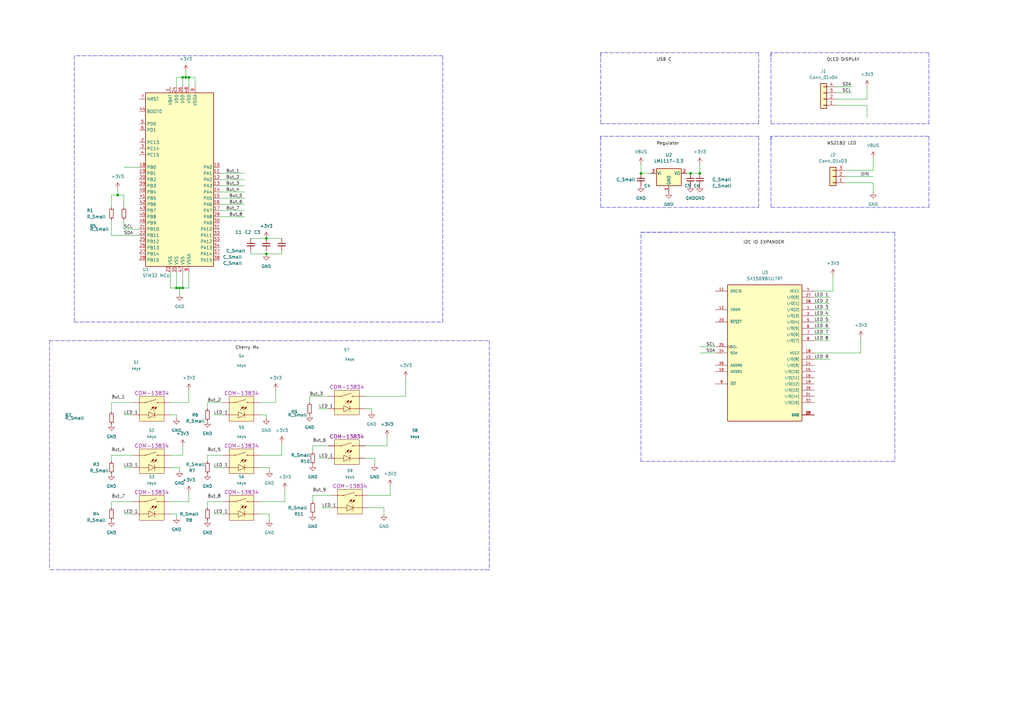
<source format=kicad_sch>
(kicad_sch (version 20211123) (generator eeschema)

  (uuid 959dbc46-be89-46ce-ba85-006a75303229)

  (paper "A3")

  (lib_symbols
    (symbol "Connector_Generic:Conn_01x03" (pin_names (offset 1.016) hide) (in_bom yes) (on_board yes)
      (property "Reference" "J" (id 0) (at 0 5.08 0)
        (effects (font (size 1.27 1.27)))
      )
      (property "Value" "Conn_01x03" (id 1) (at 0 -5.08 0)
        (effects (font (size 1.27 1.27)))
      )
      (property "Footprint" "" (id 2) (at 0 0 0)
        (effects (font (size 1.27 1.27)) hide)
      )
      (property "Datasheet" "~" (id 3) (at 0 0 0)
        (effects (font (size 1.27 1.27)) hide)
      )
      (property "ki_keywords" "connector" (id 4) (at 0 0 0)
        (effects (font (size 1.27 1.27)) hide)
      )
      (property "ki_description" "Generic connector, single row, 01x03, script generated (kicad-library-utils/schlib/autogen/connector/)" (id 5) (at 0 0 0)
        (effects (font (size 1.27 1.27)) hide)
      )
      (property "ki_fp_filters" "Connector*:*_1x??_*" (id 6) (at 0 0 0)
        (effects (font (size 1.27 1.27)) hide)
      )
      (symbol "Conn_01x03_1_1"
        (rectangle (start -1.27 -2.413) (end 0 -2.667)
          (stroke (width 0.1524) (type default) (color 0 0 0 0))
          (fill (type none))
        )
        (rectangle (start -1.27 0.127) (end 0 -0.127)
          (stroke (width 0.1524) (type default) (color 0 0 0 0))
          (fill (type none))
        )
        (rectangle (start -1.27 2.667) (end 0 2.413)
          (stroke (width 0.1524) (type default) (color 0 0 0 0))
          (fill (type none))
        )
        (rectangle (start -1.27 3.81) (end 1.27 -3.81)
          (stroke (width 0.254) (type default) (color 0 0 0 0))
          (fill (type background))
        )
        (pin passive line (at -5.08 2.54 0) (length 3.81)
          (name "Pin_1" (effects (font (size 1.27 1.27))))
          (number "1" (effects (font (size 1.27 1.27))))
        )
        (pin passive line (at -5.08 0 0) (length 3.81)
          (name "Pin_2" (effects (font (size 1.27 1.27))))
          (number "2" (effects (font (size 1.27 1.27))))
        )
        (pin passive line (at -5.08 -2.54 0) (length 3.81)
          (name "Pin_3" (effects (font (size 1.27 1.27))))
          (number "3" (effects (font (size 1.27 1.27))))
        )
      )
    )
    (symbol "Connector_Generic:Conn_01x04" (pin_names (offset 1.016) hide) (in_bom yes) (on_board yes)
      (property "Reference" "J" (id 0) (at 0 5.08 0)
        (effects (font (size 1.27 1.27)))
      )
      (property "Value" "Conn_01x04" (id 1) (at 0 -7.62 0)
        (effects (font (size 1.27 1.27)))
      )
      (property "Footprint" "" (id 2) (at 0 0 0)
        (effects (font (size 1.27 1.27)) hide)
      )
      (property "Datasheet" "~" (id 3) (at 0 0 0)
        (effects (font (size 1.27 1.27)) hide)
      )
      (property "ki_keywords" "connector" (id 4) (at 0 0 0)
        (effects (font (size 1.27 1.27)) hide)
      )
      (property "ki_description" "Generic connector, single row, 01x04, script generated (kicad-library-utils/schlib/autogen/connector/)" (id 5) (at 0 0 0)
        (effects (font (size 1.27 1.27)) hide)
      )
      (property "ki_fp_filters" "Connector*:*_1x??_*" (id 6) (at 0 0 0)
        (effects (font (size 1.27 1.27)) hide)
      )
      (symbol "Conn_01x04_1_1"
        (rectangle (start -1.27 -4.953) (end 0 -5.207)
          (stroke (width 0.1524) (type default) (color 0 0 0 0))
          (fill (type none))
        )
        (rectangle (start -1.27 -2.413) (end 0 -2.667)
          (stroke (width 0.1524) (type default) (color 0 0 0 0))
          (fill (type none))
        )
        (rectangle (start -1.27 0.127) (end 0 -0.127)
          (stroke (width 0.1524) (type default) (color 0 0 0 0))
          (fill (type none))
        )
        (rectangle (start -1.27 2.667) (end 0 2.413)
          (stroke (width 0.1524) (type default) (color 0 0 0 0))
          (fill (type none))
        )
        (rectangle (start -1.27 3.81) (end 1.27 -6.35)
          (stroke (width 0.254) (type default) (color 0 0 0 0))
          (fill (type background))
        )
        (pin passive line (at -5.08 2.54 0) (length 3.81)
          (name "Pin_1" (effects (font (size 1.27 1.27))))
          (number "1" (effects (font (size 1.27 1.27))))
        )
        (pin passive line (at -5.08 0 0) (length 3.81)
          (name "Pin_2" (effects (font (size 1.27 1.27))))
          (number "2" (effects (font (size 1.27 1.27))))
        )
        (pin passive line (at -5.08 -2.54 0) (length 3.81)
          (name "Pin_3" (effects (font (size 1.27 1.27))))
          (number "3" (effects (font (size 1.27 1.27))))
        )
        (pin passive line (at -5.08 -5.08 0) (length 3.81)
          (name "Pin_4" (effects (font (size 1.27 1.27))))
          (number "4" (effects (font (size 1.27 1.27))))
        )
      )
    )
    (symbol "Connector_Generic_MountingPin:Conn_01x02_MountingPin" (pin_names (offset 1.016) hide) (in_bom yes) (on_board yes)
      (property "Reference" "J" (id 0) (at 0 2.54 0)
        (effects (font (size 1.27 1.27)))
      )
      (property "Value" "Conn_01x02_MountingPin" (id 1) (at 1.27 -5.08 0)
        (effects (font (size 1.27 1.27)) (justify left))
      )
      (property "Footprint" "" (id 2) (at 0 0 0)
        (effects (font (size 1.27 1.27)) hide)
      )
      (property "Datasheet" "~" (id 3) (at 0 0 0)
        (effects (font (size 1.27 1.27)) hide)
      )
      (property "ki_keywords" "connector" (id 4) (at 0 0 0)
        (effects (font (size 1.27 1.27)) hide)
      )
      (property "ki_description" "Generic connectable mounting pin connector, single row, 01x02, script generated (kicad-library-utils/schlib/autogen/connector/)" (id 5) (at 0 0 0)
        (effects (font (size 1.27 1.27)) hide)
      )
      (property "ki_fp_filters" "Connector*:*_1x??-1MP*" (id 6) (at 0 0 0)
        (effects (font (size 1.27 1.27)) hide)
      )
      (symbol "Conn_01x02_MountingPin_1_1"
        (rectangle (start -1.27 -2.413) (end 0 -2.667)
          (stroke (width 0.1524) (type default) (color 0 0 0 0))
          (fill (type none))
        )
        (rectangle (start -1.27 0.127) (end 0 -0.127)
          (stroke (width 0.1524) (type default) (color 0 0 0 0))
          (fill (type none))
        )
        (rectangle (start -1.27 1.27) (end 1.27 -3.81)
          (stroke (width 0.254) (type default) (color 0 0 0 0))
          (fill (type background))
        )
        (polyline
          (pts
            (xy -1.016 -4.572)
            (xy 1.016 -4.572)
          )
          (stroke (width 0.1524) (type default) (color 0 0 0 0))
          (fill (type none))
        )
        (text "Mounting" (at 0 -4.191 0)
          (effects (font (size 0.381 0.381)))
        )
        (pin passive line (at -5.08 0 0) (length 3.81)
          (name "Pin_1" (effects (font (size 1.27 1.27))))
          (number "1" (effects (font (size 1.27 1.27))))
        )
        (pin passive line (at -5.08 -2.54 0) (length 3.81)
          (name "Pin_2" (effects (font (size 1.27 1.27))))
          (number "2" (effects (font (size 1.27 1.27))))
        )
        (pin passive line (at 0 -7.62 90) (length 3.048)
          (name "MountPin" (effects (font (size 1.27 1.27))))
          (number "MP" (effects (font (size 1.27 1.27))))
        )
      )
    )
    (symbol "Device:C_Polarized" (pin_numbers hide) (pin_names (offset 0.254)) (in_bom yes) (on_board yes)
      (property "Reference" "C" (id 0) (at 0.635 2.54 0)
        (effects (font (size 1.27 1.27)) (justify left))
      )
      (property "Value" "C_Polarized" (id 1) (at 0.635 -2.54 0)
        (effects (font (size 1.27 1.27)) (justify left))
      )
      (property "Footprint" "" (id 2) (at 0.9652 -3.81 0)
        (effects (font (size 1.27 1.27)) hide)
      )
      (property "Datasheet" "~" (id 3) (at 0 0 0)
        (effects (font (size 1.27 1.27)) hide)
      )
      (property "ki_keywords" "cap capacitor" (id 4) (at 0 0 0)
        (effects (font (size 1.27 1.27)) hide)
      )
      (property "ki_description" "Polarized capacitor" (id 5) (at 0 0 0)
        (effects (font (size 1.27 1.27)) hide)
      )
      (property "ki_fp_filters" "CP_*" (id 6) (at 0 0 0)
        (effects (font (size 1.27 1.27)) hide)
      )
      (symbol "C_Polarized_0_1"
        (rectangle (start -2.286 0.508) (end 2.286 1.016)
          (stroke (width 0) (type default) (color 0 0 0 0))
          (fill (type none))
        )
        (polyline
          (pts
            (xy -1.778 2.286)
            (xy -0.762 2.286)
          )
          (stroke (width 0) (type default) (color 0 0 0 0))
          (fill (type none))
        )
        (polyline
          (pts
            (xy -1.27 2.794)
            (xy -1.27 1.778)
          )
          (stroke (width 0) (type default) (color 0 0 0 0))
          (fill (type none))
        )
        (rectangle (start 2.286 -0.508) (end -2.286 -1.016)
          (stroke (width 0) (type default) (color 0 0 0 0))
          (fill (type outline))
        )
      )
      (symbol "C_Polarized_1_1"
        (pin passive line (at 0 3.81 270) (length 2.794)
          (name "~" (effects (font (size 1.27 1.27))))
          (number "1" (effects (font (size 1.27 1.27))))
        )
        (pin passive line (at 0 -3.81 90) (length 2.794)
          (name "~" (effects (font (size 1.27 1.27))))
          (number "2" (effects (font (size 1.27 1.27))))
        )
      )
    )
    (symbol "Device:C_Small" (pin_numbers hide) (pin_names (offset 0.254) hide) (in_bom yes) (on_board yes)
      (property "Reference" "C" (id 0) (at 0.254 1.778 0)
        (effects (font (size 1.27 1.27)) (justify left))
      )
      (property "Value" "C_Small" (id 1) (at 0.254 -2.032 0)
        (effects (font (size 1.27 1.27)) (justify left))
      )
      (property "Footprint" "" (id 2) (at 0 0 0)
        (effects (font (size 1.27 1.27)) hide)
      )
      (property "Datasheet" "~" (id 3) (at 0 0 0)
        (effects (font (size 1.27 1.27)) hide)
      )
      (property "ki_keywords" "capacitor cap" (id 4) (at 0 0 0)
        (effects (font (size 1.27 1.27)) hide)
      )
      (property "ki_description" "Unpolarized capacitor, small symbol" (id 5) (at 0 0 0)
        (effects (font (size 1.27 1.27)) hide)
      )
      (property "ki_fp_filters" "C_*" (id 6) (at 0 0 0)
        (effects (font (size 1.27 1.27)) hide)
      )
      (symbol "C_Small_0_1"
        (polyline
          (pts
            (xy -1.524 -0.508)
            (xy 1.524 -0.508)
          )
          (stroke (width 0.3302) (type default) (color 0 0 0 0))
          (fill (type none))
        )
        (polyline
          (pts
            (xy -1.524 0.508)
            (xy 1.524 0.508)
          )
          (stroke (width 0.3048) (type default) (color 0 0 0 0))
          (fill (type none))
        )
      )
      (symbol "C_Small_1_1"
        (pin passive line (at 0 2.54 270) (length 2.032)
          (name "~" (effects (font (size 1.27 1.27))))
          (number "1" (effects (font (size 1.27 1.27))))
        )
        (pin passive line (at 0 -2.54 90) (length 2.032)
          (name "~" (effects (font (size 1.27 1.27))))
          (number "2" (effects (font (size 1.27 1.27))))
        )
      )
    )
    (symbol "Device:Microphone" (pin_names (offset 0.0254) hide) (in_bom yes) (on_board yes)
      (property "Reference" "MK" (id 0) (at -3.81 1.27 0)
        (effects (font (size 1.27 1.27)) (justify right))
      )
      (property "Value" "Microphone" (id 1) (at -3.81 -0.635 0)
        (effects (font (size 1.27 1.27)) (justify right))
      )
      (property "Footprint" "" (id 2) (at 0 2.54 90)
        (effects (font (size 1.27 1.27)) hide)
      )
      (property "Datasheet" "~" (id 3) (at 0 2.54 90)
        (effects (font (size 1.27 1.27)) hide)
      )
      (property "ki_keywords" "microphone" (id 4) (at 0 0 0)
        (effects (font (size 1.27 1.27)) hide)
      )
      (property "ki_description" "Microphone" (id 5) (at 0 0 0)
        (effects (font (size 1.27 1.27)) hide)
      )
      (symbol "Microphone_0_1"
        (polyline
          (pts
            (xy -2.54 2.54)
            (xy -2.54 -2.54)
          )
          (stroke (width 0.254) (type default) (color 0 0 0 0))
          (fill (type none))
        )
        (polyline
          (pts
            (xy 0.254 3.81)
            (xy 0.762 3.81)
          )
          (stroke (width 0) (type default) (color 0 0 0 0))
          (fill (type none))
        )
        (polyline
          (pts
            (xy 0.508 4.064)
            (xy 0.508 3.556)
          )
          (stroke (width 0) (type default) (color 0 0 0 0))
          (fill (type none))
        )
        (circle (center 0 0) (radius 2.54)
          (stroke (width 0.254) (type default) (color 0 0 0 0))
          (fill (type none))
        )
      )
      (symbol "Microphone_1_1"
        (pin passive line (at 0 -5.08 90) (length 2.54)
          (name "-" (effects (font (size 1.27 1.27))))
          (number "1" (effects (font (size 1.27 1.27))))
        )
        (pin passive line (at 0 5.08 270) (length 2.54)
          (name "+" (effects (font (size 1.27 1.27))))
          (number "2" (effects (font (size 1.27 1.27))))
        )
      )
    )
    (symbol "Device:R_Potentiometer_US" (pin_names (offset 1.016) hide) (in_bom yes) (on_board yes)
      (property "Reference" "RV" (id 0) (at -4.445 0 90)
        (effects (font (size 1.27 1.27)))
      )
      (property "Value" "R_Potentiometer_US" (id 1) (at -2.54 0 90)
        (effects (font (size 1.27 1.27)))
      )
      (property "Footprint" "" (id 2) (at 0 0 0)
        (effects (font (size 1.27 1.27)) hide)
      )
      (property "Datasheet" "~" (id 3) (at 0 0 0)
        (effects (font (size 1.27 1.27)) hide)
      )
      (property "ki_keywords" "resistor variable" (id 4) (at 0 0 0)
        (effects (font (size 1.27 1.27)) hide)
      )
      (property "ki_description" "Potentiometer, US symbol" (id 5) (at 0 0 0)
        (effects (font (size 1.27 1.27)) hide)
      )
      (property "ki_fp_filters" "Potentiometer*" (id 6) (at 0 0 0)
        (effects (font (size 1.27 1.27)) hide)
      )
      (symbol "R_Potentiometer_US_0_1"
        (polyline
          (pts
            (xy 0 -2.286)
            (xy 0 -2.54)
          )
          (stroke (width 0) (type default) (color 0 0 0 0))
          (fill (type none))
        )
        (polyline
          (pts
            (xy 0 2.54)
            (xy 0 2.286)
          )
          (stroke (width 0) (type default) (color 0 0 0 0))
          (fill (type none))
        )
        (polyline
          (pts
            (xy 2.54 0)
            (xy 1.524 0)
          )
          (stroke (width 0) (type default) (color 0 0 0 0))
          (fill (type none))
        )
        (polyline
          (pts
            (xy 1.143 0)
            (xy 2.286 0.508)
            (xy 2.286 -0.508)
            (xy 1.143 0)
          )
          (stroke (width 0) (type default) (color 0 0 0 0))
          (fill (type outline))
        )
        (polyline
          (pts
            (xy 0 -0.762)
            (xy 1.016 -1.143)
            (xy 0 -1.524)
            (xy -1.016 -1.905)
            (xy 0 -2.286)
          )
          (stroke (width 0) (type default) (color 0 0 0 0))
          (fill (type none))
        )
        (polyline
          (pts
            (xy 0 0.762)
            (xy 1.016 0.381)
            (xy 0 0)
            (xy -1.016 -0.381)
            (xy 0 -0.762)
          )
          (stroke (width 0) (type default) (color 0 0 0 0))
          (fill (type none))
        )
        (polyline
          (pts
            (xy 0 2.286)
            (xy 1.016 1.905)
            (xy 0 1.524)
            (xy -1.016 1.143)
            (xy 0 0.762)
          )
          (stroke (width 0) (type default) (color 0 0 0 0))
          (fill (type none))
        )
      )
      (symbol "R_Potentiometer_US_1_1"
        (pin passive line (at 0 3.81 270) (length 1.27)
          (name "1" (effects (font (size 1.27 1.27))))
          (number "1" (effects (font (size 1.27 1.27))))
        )
        (pin passive line (at 3.81 0 180) (length 1.27)
          (name "2" (effects (font (size 1.27 1.27))))
          (number "2" (effects (font (size 1.27 1.27))))
        )
        (pin passive line (at 0 -3.81 90) (length 1.27)
          (name "3" (effects (font (size 1.27 1.27))))
          (number "3" (effects (font (size 1.27 1.27))))
        )
      )
    )
    (symbol "Device:R_Small" (pin_numbers hide) (pin_names (offset 0.254) hide) (in_bom yes) (on_board yes)
      (property "Reference" "R" (id 0) (at 0.762 0.508 0)
        (effects (font (size 1.27 1.27)) (justify left))
      )
      (property "Value" "R_Small" (id 1) (at 0.762 -1.016 0)
        (effects (font (size 1.27 1.27)) (justify left))
      )
      (property "Footprint" "" (id 2) (at 0 0 0)
        (effects (font (size 1.27 1.27)) hide)
      )
      (property "Datasheet" "~" (id 3) (at 0 0 0)
        (effects (font (size 1.27 1.27)) hide)
      )
      (property "ki_keywords" "R resistor" (id 4) (at 0 0 0)
        (effects (font (size 1.27 1.27)) hide)
      )
      (property "ki_description" "Resistor, small symbol" (id 5) (at 0 0 0)
        (effects (font (size 1.27 1.27)) hide)
      )
      (property "ki_fp_filters" "R_*" (id 6) (at 0 0 0)
        (effects (font (size 1.27 1.27)) hide)
      )
      (symbol "R_Small_0_1"
        (rectangle (start -0.762 1.778) (end 0.762 -1.778)
          (stroke (width 0.2032) (type default) (color 0 0 0 0))
          (fill (type none))
        )
      )
      (symbol "R_Small_1_1"
        (pin passive line (at 0 2.54 270) (length 0.762)
          (name "~" (effects (font (size 1.27 1.27))))
          (number "1" (effects (font (size 1.27 1.27))))
        )
        (pin passive line (at 0 -2.54 90) (length 0.762)
          (name "~" (effects (font (size 1.27 1.27))))
          (number "2" (effects (font (size 1.27 1.27))))
        )
      )
    )
    (symbol "ERJU03F32R4V:ERJU03F32R4V" (pin_numbers hide) (pin_names (offset 1.016) hide) (in_bom yes) (on_board yes)
      (property "Reference" "R" (id 0) (at -7.62 2.54 0)
        (effects (font (size 1.27 1.27)) (justify left bottom))
      )
      (property "Value" "ERJU03F32R4V" (id 1) (at -7.62 -5.08 0)
        (effects (font (size 1.27 1.27)) (justify left bottom))
      )
      (property "Footprint" "RES_ERJU03F32R4V" (id 2) (at 0 0 0)
        (effects (font (size 1.27 1.27)) (justify left bottom) hide)
      )
      (property "Datasheet" "" (id 3) (at 0 0 0)
        (effects (font (size 1.27 1.27)) (justify left bottom) hide)
      )
      (property "STANDARD" "Manufacturer Recommendations" (id 4) (at 0 0 0)
        (effects (font (size 1.27 1.27)) (justify left bottom) hide)
      )
      (property "PARTREV" "3/1/2020" (id 5) (at 0 0 0)
        (effects (font (size 1.27 1.27)) (justify left bottom) hide)
      )
      (property "MANUFACTURER" "Panasonic" (id 6) (at 0 0 0)
        (effects (font (size 1.27 1.27)) (justify left bottom) hide)
      )
      (property "MAXIMUM_PACKAGE_HEIGHT" "0.45 mm" (id 7) (at 0 0 0)
        (effects (font (size 1.27 1.27)) (justify left bottom) hide)
      )
      (property "ki_locked" "" (id 8) (at 0 0 0)
        (effects (font (size 1.27 1.27)))
      )
      (symbol "ERJU03F32R4V_0_0"
        (polyline
          (pts
            (xy -5.08 0)
            (xy -4.445 1.905)
          )
          (stroke (width 0.254) (type default) (color 0 0 0 0))
          (fill (type none))
        )
        (polyline
          (pts
            (xy -4.445 1.905)
            (xy -3.175 -1.905)
          )
          (stroke (width 0.254) (type default) (color 0 0 0 0))
          (fill (type none))
        )
        (polyline
          (pts
            (xy -3.175 -1.905)
            (xy -1.905 1.905)
          )
          (stroke (width 0.254) (type default) (color 0 0 0 0))
          (fill (type none))
        )
        (polyline
          (pts
            (xy -1.905 1.905)
            (xy -0.635 -1.905)
          )
          (stroke (width 0.254) (type default) (color 0 0 0 0))
          (fill (type none))
        )
        (polyline
          (pts
            (xy -0.635 -1.905)
            (xy 0.635 1.905)
          )
          (stroke (width 0.254) (type default) (color 0 0 0 0))
          (fill (type none))
        )
        (polyline
          (pts
            (xy 0.635 1.905)
            (xy 1.905 -1.905)
          )
          (stroke (width 0.254) (type default) (color 0 0 0 0))
          (fill (type none))
        )
        (polyline
          (pts
            (xy 1.905 -1.905)
            (xy 3.175 1.905)
          )
          (stroke (width 0.254) (type default) (color 0 0 0 0))
          (fill (type none))
        )
        (polyline
          (pts
            (xy 3.175 1.905)
            (xy 4.445 -1.905)
          )
          (stroke (width 0.254) (type default) (color 0 0 0 0))
          (fill (type none))
        )
        (polyline
          (pts
            (xy 4.445 -1.905)
            (xy 5.08 0)
          )
          (stroke (width 0.254) (type default) (color 0 0 0 0))
          (fill (type none))
        )
        (pin passive line (at -10.16 0 0) (length 5.08)
          (name "~" (effects (font (size 1.016 1.016))))
          (number "1" (effects (font (size 1.016 1.016))))
        )
        (pin passive line (at 10.16 0 180) (length 5.08)
          (name "~" (effects (font (size 1.016 1.016))))
          (number "2" (effects (font (size 1.016 1.016))))
        )
      )
    )
    (symbol "LM386M-1_NOPB:LM386M-1{slash}NOPB" (pin_names (offset 1.016)) (in_bom yes) (on_board yes)
      (property "Reference" "U" (id 0) (at -12.7 13.6906 0)
        (effects (font (size 1.27 1.27)) (justify left bottom))
      )
      (property "Value" "LM386M-1{slash}NOPB" (id 1) (at -12.7 -16.6878 0)
        (effects (font (size 1.27 1.27)) (justify left bottom))
      )
      (property "Footprint" "SOIC127P599X175-8N" (id 2) (at 0 0 0)
        (effects (font (size 1.27 1.27)) (justify left bottom) hide)
      )
      (property "Datasheet" "" (id 3) (at 0 0 0)
        (effects (font (size 1.27 1.27)) (justify left bottom) hide)
      )
      (property "ki_locked" "" (id 4) (at 0 0 0)
        (effects (font (size 1.27 1.27)))
      )
      (symbol "LM386M-1{slash}NOPB_0_0"
        (rectangle (start -12.7 -12.7) (end 12.7 12.7)
          (stroke (width 0.4064) (type default) (color 0 0 0 0))
          (fill (type background))
        )
        (pin input line (at -17.78 5.08 0) (length 5.08)
          (name "GAIN1" (effects (font (size 1.016 1.016))))
          (number "1" (effects (font (size 1.016 1.016))))
        )
        (pin input line (at -17.78 0 0) (length 5.08)
          (name "IN_N" (effects (font (size 1.016 1.016))))
          (number "2" (effects (font (size 1.016 1.016))))
        )
        (pin input line (at -17.78 -2.54 0) (length 5.08)
          (name "IN_P" (effects (font (size 1.016 1.016))))
          (number "3" (effects (font (size 1.016 1.016))))
        )
        (pin power_in line (at 17.78 -10.16 180) (length 5.08)
          (name "GND" (effects (font (size 1.016 1.016))))
          (number "4" (effects (font (size 1.016 1.016))))
        )
        (pin output line (at 17.78 2.54 180) (length 5.08)
          (name "VOUT" (effects (font (size 1.016 1.016))))
          (number "5" (effects (font (size 1.016 1.016))))
        )
        (pin power_in line (at 17.78 10.16 180) (length 5.08)
          (name "VS" (effects (font (size 1.016 1.016))))
          (number "6" (effects (font (size 1.016 1.016))))
        )
        (pin output line (at 17.78 5.08 180) (length 5.08)
          (name "BYPASS" (effects (font (size 1.016 1.016))))
          (number "7" (effects (font (size 1.016 1.016))))
        )
        (pin input line (at -17.78 2.54 0) (length 5.08)
          (name "GAIN2" (effects (font (size 1.016 1.016))))
          (number "8" (effects (font (size 1.016 1.016))))
        )
      )
    )
    (symbol "MCU_ST_STM32F1:STM32F103C8Tx" (in_bom yes) (on_board yes)
      (property "Reference" "U" (id 0) (at -15.24 36.83 0)
        (effects (font (size 1.27 1.27)) (justify left))
      )
      (property "Value" "STM32F103C8Tx" (id 1) (at 7.62 36.83 0)
        (effects (font (size 1.27 1.27)) (justify left))
      )
      (property "Footprint" "Package_QFP:LQFP-48_7x7mm_P0.5mm" (id 2) (at -15.24 -35.56 0)
        (effects (font (size 1.27 1.27)) (justify right) hide)
      )
      (property "Datasheet" "http://www.st.com/st-web-ui/static/active/en/resource/technical/document/datasheet/CD00161566.pdf" (id 3) (at 0 0 0)
        (effects (font (size 1.27 1.27)) hide)
      )
      (property "ki_keywords" "ARM Cortex-M3 STM32F1 STM32F103" (id 4) (at 0 0 0)
        (effects (font (size 1.27 1.27)) hide)
      )
      (property "ki_description" "ARM Cortex-M3 MCU, 64KB flash, 20KB RAM, 72MHz, 2-3.6V, 37 GPIO, LQFP-48" (id 5) (at 0 0 0)
        (effects (font (size 1.27 1.27)) hide)
      )
      (property "ki_fp_filters" "LQFP*7x7mm*P0.5mm*" (id 6) (at 0 0 0)
        (effects (font (size 1.27 1.27)) hide)
      )
      (symbol "STM32F103C8Tx_0_1"
        (rectangle (start -15.24 -35.56) (end 12.7 35.56)
          (stroke (width 0.254) (type default) (color 0 0 0 0))
          (fill (type background))
        )
      )
      (symbol "STM32F103C8Tx_1_1"
        (pin power_in line (at -5.08 38.1 270) (length 2.54)
          (name "VBAT" (effects (font (size 1.27 1.27))))
          (number "1" (effects (font (size 1.27 1.27))))
        )
        (pin bidirectional line (at 15.24 5.08 180) (length 2.54)
          (name "PA0" (effects (font (size 1.27 1.27))))
          (number "10" (effects (font (size 1.27 1.27))))
        )
        (pin bidirectional line (at 15.24 2.54 180) (length 2.54)
          (name "PA1" (effects (font (size 1.27 1.27))))
          (number "11" (effects (font (size 1.27 1.27))))
        )
        (pin bidirectional line (at 15.24 0 180) (length 2.54)
          (name "PA2" (effects (font (size 1.27 1.27))))
          (number "12" (effects (font (size 1.27 1.27))))
        )
        (pin bidirectional line (at 15.24 -2.54 180) (length 2.54)
          (name "PA3" (effects (font (size 1.27 1.27))))
          (number "13" (effects (font (size 1.27 1.27))))
        )
        (pin bidirectional line (at 15.24 -5.08 180) (length 2.54)
          (name "PA4" (effects (font (size 1.27 1.27))))
          (number "14" (effects (font (size 1.27 1.27))))
        )
        (pin bidirectional line (at 15.24 -7.62 180) (length 2.54)
          (name "PA5" (effects (font (size 1.27 1.27))))
          (number "15" (effects (font (size 1.27 1.27))))
        )
        (pin bidirectional line (at 15.24 -10.16 180) (length 2.54)
          (name "PA6" (effects (font (size 1.27 1.27))))
          (number "16" (effects (font (size 1.27 1.27))))
        )
        (pin bidirectional line (at 15.24 -12.7 180) (length 2.54)
          (name "PA7" (effects (font (size 1.27 1.27))))
          (number "17" (effects (font (size 1.27 1.27))))
        )
        (pin bidirectional line (at -17.78 5.08 0) (length 2.54)
          (name "PB0" (effects (font (size 1.27 1.27))))
          (number "18" (effects (font (size 1.27 1.27))))
        )
        (pin bidirectional line (at -17.78 2.54 0) (length 2.54)
          (name "PB1" (effects (font (size 1.27 1.27))))
          (number "19" (effects (font (size 1.27 1.27))))
        )
        (pin bidirectional line (at -17.78 15.24 0) (length 2.54)
          (name "PC13" (effects (font (size 1.27 1.27))))
          (number "2" (effects (font (size 1.27 1.27))))
        )
        (pin bidirectional line (at -17.78 0 0) (length 2.54)
          (name "PB2" (effects (font (size 1.27 1.27))))
          (number "20" (effects (font (size 1.27 1.27))))
        )
        (pin bidirectional line (at -17.78 -20.32 0) (length 2.54)
          (name "PB10" (effects (font (size 1.27 1.27))))
          (number "21" (effects (font (size 1.27 1.27))))
        )
        (pin bidirectional line (at -17.78 -22.86 0) (length 2.54)
          (name "PB11" (effects (font (size 1.27 1.27))))
          (number "22" (effects (font (size 1.27 1.27))))
        )
        (pin power_in line (at -5.08 -38.1 90) (length 2.54)
          (name "VSS" (effects (font (size 1.27 1.27))))
          (number "23" (effects (font (size 1.27 1.27))))
        )
        (pin power_in line (at -2.54 38.1 270) (length 2.54)
          (name "VDD" (effects (font (size 1.27 1.27))))
          (number "24" (effects (font (size 1.27 1.27))))
        )
        (pin bidirectional line (at -17.78 -25.4 0) (length 2.54)
          (name "PB12" (effects (font (size 1.27 1.27))))
          (number "25" (effects (font (size 1.27 1.27))))
        )
        (pin bidirectional line (at -17.78 -27.94 0) (length 2.54)
          (name "PB13" (effects (font (size 1.27 1.27))))
          (number "26" (effects (font (size 1.27 1.27))))
        )
        (pin bidirectional line (at -17.78 -30.48 0) (length 2.54)
          (name "PB14" (effects (font (size 1.27 1.27))))
          (number "27" (effects (font (size 1.27 1.27))))
        )
        (pin bidirectional line (at -17.78 -33.02 0) (length 2.54)
          (name "PB15" (effects (font (size 1.27 1.27))))
          (number "28" (effects (font (size 1.27 1.27))))
        )
        (pin bidirectional line (at 15.24 -15.24 180) (length 2.54)
          (name "PA8" (effects (font (size 1.27 1.27))))
          (number "29" (effects (font (size 1.27 1.27))))
        )
        (pin bidirectional line (at -17.78 12.7 0) (length 2.54)
          (name "PC14" (effects (font (size 1.27 1.27))))
          (number "3" (effects (font (size 1.27 1.27))))
        )
        (pin bidirectional line (at 15.24 -17.78 180) (length 2.54)
          (name "PA9" (effects (font (size 1.27 1.27))))
          (number "30" (effects (font (size 1.27 1.27))))
        )
        (pin bidirectional line (at 15.24 -20.32 180) (length 2.54)
          (name "PA10" (effects (font (size 1.27 1.27))))
          (number "31" (effects (font (size 1.27 1.27))))
        )
        (pin bidirectional line (at 15.24 -22.86 180) (length 2.54)
          (name "PA11" (effects (font (size 1.27 1.27))))
          (number "32" (effects (font (size 1.27 1.27))))
        )
        (pin bidirectional line (at 15.24 -25.4 180) (length 2.54)
          (name "PA12" (effects (font (size 1.27 1.27))))
          (number "33" (effects (font (size 1.27 1.27))))
        )
        (pin bidirectional line (at 15.24 -27.94 180) (length 2.54)
          (name "PA13" (effects (font (size 1.27 1.27))))
          (number "34" (effects (font (size 1.27 1.27))))
        )
        (pin power_in line (at -2.54 -38.1 90) (length 2.54)
          (name "VSS" (effects (font (size 1.27 1.27))))
          (number "35" (effects (font (size 1.27 1.27))))
        )
        (pin power_in line (at 0 38.1 270) (length 2.54)
          (name "VDD" (effects (font (size 1.27 1.27))))
          (number "36" (effects (font (size 1.27 1.27))))
        )
        (pin bidirectional line (at 15.24 -30.48 180) (length 2.54)
          (name "PA14" (effects (font (size 1.27 1.27))))
          (number "37" (effects (font (size 1.27 1.27))))
        )
        (pin bidirectional line (at 15.24 -33.02 180) (length 2.54)
          (name "PA15" (effects (font (size 1.27 1.27))))
          (number "38" (effects (font (size 1.27 1.27))))
        )
        (pin bidirectional line (at -17.78 -2.54 0) (length 2.54)
          (name "PB3" (effects (font (size 1.27 1.27))))
          (number "39" (effects (font (size 1.27 1.27))))
        )
        (pin bidirectional line (at -17.78 10.16 0) (length 2.54)
          (name "PC15" (effects (font (size 1.27 1.27))))
          (number "4" (effects (font (size 1.27 1.27))))
        )
        (pin bidirectional line (at -17.78 -5.08 0) (length 2.54)
          (name "PB4" (effects (font (size 1.27 1.27))))
          (number "40" (effects (font (size 1.27 1.27))))
        )
        (pin bidirectional line (at -17.78 -7.62 0) (length 2.54)
          (name "PB5" (effects (font (size 1.27 1.27))))
          (number "41" (effects (font (size 1.27 1.27))))
        )
        (pin bidirectional line (at -17.78 -10.16 0) (length 2.54)
          (name "PB6" (effects (font (size 1.27 1.27))))
          (number "42" (effects (font (size 1.27 1.27))))
        )
        (pin bidirectional line (at -17.78 -12.7 0) (length 2.54)
          (name "PB7" (effects (font (size 1.27 1.27))))
          (number "43" (effects (font (size 1.27 1.27))))
        )
        (pin input line (at -17.78 27.94 0) (length 2.54)
          (name "BOOT0" (effects (font (size 1.27 1.27))))
          (number "44" (effects (font (size 1.27 1.27))))
        )
        (pin bidirectional line (at -17.78 -15.24 0) (length 2.54)
          (name "PB8" (effects (font (size 1.27 1.27))))
          (number "45" (effects (font (size 1.27 1.27))))
        )
        (pin bidirectional line (at -17.78 -17.78 0) (length 2.54)
          (name "PB9" (effects (font (size 1.27 1.27))))
          (number "46" (effects (font (size 1.27 1.27))))
        )
        (pin power_in line (at 0 -38.1 90) (length 2.54)
          (name "VSS" (effects (font (size 1.27 1.27))))
          (number "47" (effects (font (size 1.27 1.27))))
        )
        (pin power_in line (at 2.54 38.1 270) (length 2.54)
          (name "VDD" (effects (font (size 1.27 1.27))))
          (number "48" (effects (font (size 1.27 1.27))))
        )
        (pin input line (at -17.78 22.86 0) (length 2.54)
          (name "PD0" (effects (font (size 1.27 1.27))))
          (number "5" (effects (font (size 1.27 1.27))))
        )
        (pin input line (at -17.78 20.32 0) (length 2.54)
          (name "PD1" (effects (font (size 1.27 1.27))))
          (number "6" (effects (font (size 1.27 1.27))))
        )
        (pin input line (at -17.78 33.02 0) (length 2.54)
          (name "NRST" (effects (font (size 1.27 1.27))))
          (number "7" (effects (font (size 1.27 1.27))))
        )
        (pin power_in line (at 2.54 -38.1 90) (length 2.54)
          (name "VSSA" (effects (font (size 1.27 1.27))))
          (number "8" (effects (font (size 1.27 1.27))))
        )
        (pin power_in line (at 5.08 38.1 270) (length 2.54)
          (name "VDDA" (effects (font (size 1.27 1.27))))
          (number "9" (effects (font (size 1.27 1.27))))
        )
      )
    )
    (symbol "RT0603DRE07110KL:RT0603DRE07110KL" (pin_numbers hide) (pin_names (offset 1.016) hide) (in_bom yes) (on_board yes)
      (property "Reference" "R" (id 0) (at -7.62 2.54 0)
        (effects (font (size 1.27 1.27)) (justify left bottom))
      )
      (property "Value" "RT0603DRE07110KL" (id 1) (at -7.62 -5.08 0)
        (effects (font (size 1.27 1.27)) (justify left bottom))
      )
      (property "Footprint" "RESC1608X55N" (id 2) (at 0 0 0)
        (effects (font (size 1.27 1.27)) (justify left bottom) hide)
      )
      (property "Datasheet" "" (id 3) (at 0 0 0)
        (effects (font (size 1.27 1.27)) (justify left bottom) hide)
      )
      (property "ki_locked" "" (id 4) (at 0 0 0)
        (effects (font (size 1.27 1.27)))
      )
      (symbol "RT0603DRE07110KL_0_0"
        (polyline
          (pts
            (xy -5.08 0)
            (xy -4.445 1.905)
          )
          (stroke (width 0.254) (type default) (color 0 0 0 0))
          (fill (type none))
        )
        (polyline
          (pts
            (xy -4.445 1.905)
            (xy -3.175 -1.905)
          )
          (stroke (width 0.254) (type default) (color 0 0 0 0))
          (fill (type none))
        )
        (polyline
          (pts
            (xy -3.175 -1.905)
            (xy -1.905 1.905)
          )
          (stroke (width 0.254) (type default) (color 0 0 0 0))
          (fill (type none))
        )
        (polyline
          (pts
            (xy -1.905 1.905)
            (xy -0.635 -1.905)
          )
          (stroke (width 0.254) (type default) (color 0 0 0 0))
          (fill (type none))
        )
        (polyline
          (pts
            (xy -0.635 -1.905)
            (xy 0.635 1.905)
          )
          (stroke (width 0.254) (type default) (color 0 0 0 0))
          (fill (type none))
        )
        (polyline
          (pts
            (xy 0.635 1.905)
            (xy 1.905 -1.905)
          )
          (stroke (width 0.254) (type default) (color 0 0 0 0))
          (fill (type none))
        )
        (polyline
          (pts
            (xy 1.905 -1.905)
            (xy 3.175 1.905)
          )
          (stroke (width 0.254) (type default) (color 0 0 0 0))
          (fill (type none))
        )
        (polyline
          (pts
            (xy 3.175 1.905)
            (xy 4.445 -1.905)
          )
          (stroke (width 0.254) (type default) (color 0 0 0 0))
          (fill (type none))
        )
        (polyline
          (pts
            (xy 4.445 -1.905)
            (xy 5.08 0)
          )
          (stroke (width 0.254) (type default) (color 0 0 0 0))
          (fill (type none))
        )
        (pin passive line (at -10.16 0 0) (length 5.08)
          (name "~" (effects (font (size 1.016 1.016))))
          (number "1" (effects (font (size 1.016 1.016))))
        )
        (pin passive line (at 10.16 0 180) (length 5.08)
          (name "~" (effects (font (size 1.016 1.016))))
          (number "2" (effects (font (size 1.016 1.016))))
        )
      )
    )
    (symbol "Regulator_Linear:LM1117-3.3" (pin_names (offset 0.254)) (in_bom yes) (on_board yes)
      (property "Reference" "U" (id 0) (at -3.81 3.175 0)
        (effects (font (size 1.27 1.27)))
      )
      (property "Value" "LM1117-3.3" (id 1) (at 0 3.175 0)
        (effects (font (size 1.27 1.27)) (justify left))
      )
      (property "Footprint" "" (id 2) (at 0 0 0)
        (effects (font (size 1.27 1.27)) hide)
      )
      (property "Datasheet" "http://www.ti.com/lit/ds/symlink/lm1117.pdf" (id 3) (at 0 0 0)
        (effects (font (size 1.27 1.27)) hide)
      )
      (property "ki_keywords" "linear regulator ldo fixed positive" (id 4) (at 0 0 0)
        (effects (font (size 1.27 1.27)) hide)
      )
      (property "ki_description" "800mA Low-Dropout Linear Regulator, 3.3V fixed output, TO-220/TO-252/TO-263/SOT-223" (id 5) (at 0 0 0)
        (effects (font (size 1.27 1.27)) hide)
      )
      (property "ki_fp_filters" "SOT?223* TO?263* TO?252* TO?220*" (id 6) (at 0 0 0)
        (effects (font (size 1.27 1.27)) hide)
      )
      (symbol "LM1117-3.3_0_1"
        (rectangle (start -5.08 -5.08) (end 5.08 1.905)
          (stroke (width 0.254) (type default) (color 0 0 0 0))
          (fill (type background))
        )
      )
      (symbol "LM1117-3.3_1_1"
        (pin power_in line (at 0 -7.62 90) (length 2.54)
          (name "GND" (effects (font (size 1.27 1.27))))
          (number "1" (effects (font (size 1.27 1.27))))
        )
        (pin power_out line (at 7.62 0 180) (length 2.54)
          (name "VO" (effects (font (size 1.27 1.27))))
          (number "2" (effects (font (size 1.27 1.27))))
        )
        (pin power_in line (at -7.62 0 0) (length 2.54)
          (name "VI" (effects (font (size 1.27 1.27))))
          (number "3" (effects (font (size 1.27 1.27))))
        )
      )
    )
    (symbol "SX1509BIULTRT:SX1509BIULTRT" (pin_names (offset 1.016)) (in_bom yes) (on_board yes)
      (property "Reference" "U" (id 0) (at -15.24 28.702 0)
        (effects (font (size 1.27 1.27)) (justify left bottom))
      )
      (property "Value" "SX1509BIULTRT" (id 1) (at -15.24 -30.48 0)
        (effects (font (size 1.27 1.27)) (justify left bottom))
      )
      (property "Footprint" "QFN40P400X400X60-29N" (id 2) (at 0 0 0)
        (effects (font (size 1.27 1.27)) (justify left bottom) hide)
      )
      (property "Datasheet" "" (id 3) (at 0 0 0)
        (effects (font (size 1.27 1.27)) (justify left bottom) hide)
      )
      (property "BALL_ROWS" "" (id 4) (at 0 0 0)
        (effects (font (size 1.27 1.27)) (justify left bottom) hide)
      )
      (property "EMIN" "" (id 5) (at 0 0 0)
        (effects (font (size 1.27 1.27)) (justify left bottom) hide)
      )
      (property "THERMAL_PAD" "" (id 6) (at 0 0 0)
        (effects (font (size 1.27 1.27)) (justify left bottom) hide)
      )
      (property "D_MAX" "4.1" (id 7) (at 0 0 0)
        (effects (font (size 1.27 1.27)) (justify left bottom) hide)
      )
      (property "IPC" "" (id 8) (at 0 0 0)
        (effects (font (size 1.27 1.27)) (justify left bottom) hide)
      )
      (property "JEDEC" "" (id 9) (at 0 0 0)
        (effects (font (size 1.27 1.27)) (justify left bottom) hide)
      )
      (property "ENOM" "0.4" (id 10) (at 0 0 0)
        (effects (font (size 1.27 1.27)) (justify left bottom) hide)
      )
      (property "L_NOM" "0.4" (id 11) (at 0 0 0)
        (effects (font (size 1.27 1.27)) (justify left bottom) hide)
      )
      (property "E_NOM" "4.0" (id 12) (at 0 0 0)
        (effects (font (size 1.27 1.27)) (justify left bottom) hide)
      )
      (property "EMAX" "" (id 13) (at 0 0 0)
        (effects (font (size 1.27 1.27)) (justify left bottom) hide)
      )
      (property "DMIN" "" (id 14) (at 0 0 0)
        (effects (font (size 1.27 1.27)) (justify left bottom) hide)
      )
      (property "DMAX" "" (id 15) (at 0 0 0)
        (effects (font (size 1.27 1.27)) (justify left bottom) hide)
      )
      (property "PIN_COLUMNS" "" (id 16) (at 0 0 0)
        (effects (font (size 1.27 1.27)) (justify left bottom) hide)
      )
      (property "B_MAX" "0.25" (id 17) (at 0 0 0)
        (effects (font (size 1.27 1.27)) (justify left bottom) hide)
      )
      (property "PACKAGE_TYPE" "" (id 18) (at 0 0 0)
        (effects (font (size 1.27 1.27)) (justify left bottom) hide)
      )
      (property "PINS" "" (id 19) (at 0 0 0)
        (effects (font (size 1.27 1.27)) (justify left bottom) hide)
      )
      (property "E_MIN" "3.9" (id 20) (at 0 0 0)
        (effects (font (size 1.27 1.27)) (justify left bottom) hide)
      )
      (property "L_MAX" "0.5" (id 21) (at 0 0 0)
        (effects (font (size 1.27 1.27)) (justify left bottom) hide)
      )
      (property "MANUFACTURER" "Semtech" (id 22) (at 0 0 0)
        (effects (font (size 1.27 1.27)) (justify left bottom) hide)
      )
      (property "STANDARD" "IPC 7351B" (id 23) (at 0 0 0)
        (effects (font (size 1.27 1.27)) (justify left bottom) hide)
      )
      (property "E_MAX" "4.1" (id 24) (at 0 0 0)
        (effects (font (size 1.27 1.27)) (justify left bottom) hide)
      )
      (property "D_NOM" "4.0" (id 25) (at 0 0 0)
        (effects (font (size 1.27 1.27)) (justify left bottom) hide)
      )
      (property "A_MAX" "0.6" (id 26) (at 0 0 0)
        (effects (font (size 1.27 1.27)) (justify left bottom) hide)
      )
      (property "VACANCIES" "" (id 27) (at 0 0 0)
        (effects (font (size 1.27 1.27)) (justify left bottom) hide)
      )
      (property "D_MIN" "3.9" (id 28) (at 0 0 0)
        (effects (font (size 1.27 1.27)) (justify left bottom) hide)
      )
      (property "BODY_DIAMETER" "" (id 29) (at 0 0 0)
        (effects (font (size 1.27 1.27)) (justify left bottom) hide)
      )
      (property "BALL_COLUMNS" "" (id 30) (at 0 0 0)
        (effects (font (size 1.27 1.27)) (justify left bottom) hide)
      )
      (property "DNOM" "" (id 31) (at 0 0 0)
        (effects (font (size 1.27 1.27)) (justify left bottom) hide)
      )
      (property "D2_NOM" "2.65" (id 32) (at 0 0 0)
        (effects (font (size 1.27 1.27)) (justify left bottom) hide)
      )
      (property "SNAPEDA_PACKAGE_ID" "56799" (id 33) (at 0 0 0)
        (effects (font (size 1.27 1.27)) (justify left bottom) hide)
      )
      (property "B_NOM" "0.2" (id 34) (at 0 0 0)
        (effects (font (size 1.27 1.27)) (justify left bottom) hide)
      )
      (property "E2_NOM" "2.65" (id 35) (at 0 0 0)
        (effects (font (size 1.27 1.27)) (justify left bottom) hide)
      )
      (property "B_MIN" "0.15" (id 36) (at 0 0 0)
        (effects (font (size 1.27 1.27)) (justify left bottom) hide)
      )
      (property "PARTREV" "Rev 4 – 26th April 2011" (id 37) (at 0 0 0)
        (effects (font (size 1.27 1.27)) (justify left bottom) hide)
      )
      (property "L_MIN" "0.3" (id 38) (at 0 0 0)
        (effects (font (size 1.27 1.27)) (justify left bottom) hide)
      )
      (property "PIN_COUNT_D" "7.0" (id 39) (at 0 0 0)
        (effects (font (size 1.27 1.27)) (justify left bottom) hide)
      )
      (property "PIN_COUNT_E" "7.0" (id 40) (at 0 0 0)
        (effects (font (size 1.27 1.27)) (justify left bottom) hide)
      )
      (property "ki_locked" "" (id 41) (at 0 0 0)
        (effects (font (size 1.27 1.27)))
      )
      (symbol "SX1509BIULTRT_0_0"
        (rectangle (start -15.24 -27.94) (end 15.24 27.94)
          (stroke (width 0.254) (type default) (color 0 0 0 0))
          (fill (type background))
        )
        (pin bidirectional line (at 20.32 17.78 180) (length 5.08)
          (name "I/O[2]" (effects (font (size 1.016 1.016))))
          (number "1" (effects (font (size 1.016 1.016))))
        )
        (pin input line (at -20.32 -7.62 0) (length 5.08)
          (name "ADDR1" (effects (font (size 1.016 1.016))))
          (number "10" (effects (font (size 1.016 1.016))))
        )
        (pin bidirectional line (at -20.32 25.4 0) (length 5.08)
          (name "OSCIO" (effects (font (size 1.016 1.016))))
          (number "11" (effects (font (size 1.016 1.016))))
        )
        (pin power_in line (at -20.32 17.78 0) (length 5.08)
          (name "VDDM" (effects (font (size 1.016 1.016))))
          (number "12" (effects (font (size 1.016 1.016))))
        )
        (pin bidirectional line (at 20.32 -2.54 180) (length 5.08)
          (name "I/O[8]" (effects (font (size 1.016 1.016))))
          (number "13" (effects (font (size 1.016 1.016))))
        )
        (pin bidirectional line (at 20.32 -5.08 180) (length 5.08)
          (name "I/O[9]" (effects (font (size 1.016 1.016))))
          (number "14" (effects (font (size 1.016 1.016))))
        )
        (pin bidirectional line (at 20.32 -7.62 180) (length 5.08)
          (name "I/O[10]" (effects (font (size 1.016 1.016))))
          (number "15" (effects (font (size 1.016 1.016))))
        )
        (pin bidirectional line (at 20.32 -10.16 180) (length 5.08)
          (name "I/O[11]" (effects (font (size 1.016 1.016))))
          (number "16" (effects (font (size 1.016 1.016))))
        )
        (pin power_in line (at 20.32 -25.4 180) (length 5.08)
          (name "GND" (effects (font (size 1.016 1.016))))
          (number "17" (effects (font (size 1.016 1.016))))
        )
        (pin power_in line (at 20.32 0 180) (length 5.08)
          (name "VCC2" (effects (font (size 1.016 1.016))))
          (number "18" (effects (font (size 1.016 1.016))))
        )
        (pin bidirectional line (at 20.32 -12.7 180) (length 5.08)
          (name "I/O[12]" (effects (font (size 1.016 1.016))))
          (number "19" (effects (font (size 1.016 1.016))))
        )
        (pin bidirectional line (at 20.32 15.24 180) (length 5.08)
          (name "I/O[3]" (effects (font (size 1.016 1.016))))
          (number "2" (effects (font (size 1.016 1.016))))
        )
        (pin bidirectional line (at 20.32 -15.24 180) (length 5.08)
          (name "I/O[13]" (effects (font (size 1.016 1.016))))
          (number "20" (effects (font (size 1.016 1.016))))
        )
        (pin bidirectional line (at 20.32 -17.78 180) (length 5.08)
          (name "I/O[14]" (effects (font (size 1.016 1.016))))
          (number "21" (effects (font (size 1.016 1.016))))
        )
        (pin bidirectional line (at 20.32 -20.32 180) (length 5.08)
          (name "I/O[15]" (effects (font (size 1.016 1.016))))
          (number "22" (effects (font (size 1.016 1.016))))
        )
        (pin input line (at -20.32 12.7 0) (length 5.08)
          (name "~{RESET}" (effects (font (size 1.016 1.016))))
          (number "23" (effects (font (size 1.016 1.016))))
        )
        (pin bidirectional line (at -20.32 0 0) (length 5.08)
          (name "SDA" (effects (font (size 1.016 1.016))))
          (number "24" (effects (font (size 1.016 1.016))))
        )
        (pin input clock (at -20.32 2.54 0) (length 5.08)
          (name "SCL" (effects (font (size 1.016 1.016))))
          (number "25" (effects (font (size 1.016 1.016))))
        )
        (pin input line (at -20.32 -5.08 0) (length 5.08)
          (name "ADDR0" (effects (font (size 1.016 1.016))))
          (number "26" (effects (font (size 1.016 1.016))))
        )
        (pin bidirectional line (at 20.32 22.86 180) (length 5.08)
          (name "I/O[0]" (effects (font (size 1.016 1.016))))
          (number "27" (effects (font (size 1.016 1.016))))
        )
        (pin bidirectional line (at 20.32 20.32 180) (length 5.08)
          (name "I/O[1]" (effects (font (size 1.016 1.016))))
          (number "28" (effects (font (size 1.016 1.016))))
        )
        (pin power_in line (at 20.32 -25.4 180) (length 5.08)
          (name "GND" (effects (font (size 1.016 1.016))))
          (number "29" (effects (font (size 1.016 1.016))))
        )
        (pin power_in line (at 20.32 -25.4 180) (length 5.08)
          (name "GND" (effects (font (size 1.016 1.016))))
          (number "3" (effects (font (size 1.016 1.016))))
        )
        (pin power_in line (at 20.32 25.4 180) (length 5.08)
          (name "VCC1" (effects (font (size 1.016 1.016))))
          (number "4" (effects (font (size 1.016 1.016))))
        )
        (pin bidirectional line (at 20.32 12.7 180) (length 5.08)
          (name "I/O[4]" (effects (font (size 1.016 1.016))))
          (number "5" (effects (font (size 1.016 1.016))))
        )
        (pin bidirectional line (at 20.32 10.16 180) (length 5.08)
          (name "I/O[5]" (effects (font (size 1.016 1.016))))
          (number "6" (effects (font (size 1.016 1.016))))
        )
        (pin bidirectional line (at 20.32 7.62 180) (length 5.08)
          (name "I/O[6]" (effects (font (size 1.016 1.016))))
          (number "7" (effects (font (size 1.016 1.016))))
        )
        (pin bidirectional line (at 20.32 5.08 180) (length 5.08)
          (name "I/O[7]" (effects (font (size 1.016 1.016))))
          (number "8" (effects (font (size 1.016 1.016))))
        )
        (pin output line (at -20.32 -12.7 0) (length 5.08)
          (name "~{INT}" (effects (font (size 1.016 1.016))))
          (number "9" (effects (font (size 1.016 1.016))))
        )
      )
    )
    (symbol "SparkFun-Switches:MOMENTARY-SWITCH-SPST-LED-PTH-CHERRY" (pin_numbers hide) (pin_names (offset 1.016) hide) (in_bom yes) (on_board yes)
      (property "Reference" "S" (id 0) (at -5.08 6.35 0)
        (effects (font (size 1.143 1.143)) (justify left bottom))
      )
      (property "Value" "MOMENTARY-SWITCH-SPST-LED-PTH-CHERRY" (id 1) (at -5.08 -7.62 0)
        (effects (font (size 1.143 1.143)) (justify left bottom))
      )
      (property "Footprint" "CHERRY-MX-LED" (id 2) (at 0 8.89 0)
        (effects (font (size 0.508 0.508)) hide)
      )
      (property "Datasheet" "" (id 3) (at 0 0 0)
        (effects (font (size 1.27 1.27)) hide)
      )
      (property "Field4" "COM-13834" (id 4) (at 0 10.16 0)
        (effects (font (size 1.524 1.524)))
      )
      (property "ki_locked" "" (id 5) (at 0 0 0)
        (effects (font (size 1.27 1.27)))
      )
      (property "ki_keywords" "PROD_ID:COM-13834" (id 6) (at 0 0 0)
        (effects (font (size 1.27 1.27)) hide)
      )
      (property "ki_description" "Momentary Switch (Pushbutton) - SPST - w/ LED Normally-open (NO) SPST momentary switches (buttons, pushbuttons), with a built-in LED. <h4>Variants</h4><h5>PTH-CHERRY - Cherry MX Switch</h5>Cherry MX Keyswitches are top-of-the-line mechanical keyboard switches. They re satisfyingly  clicky , reliable up to tens-of-millions of key presses, and a standard in gaming and programming keyboards across the globe. This  blue  version Cherry MX Switch is favored by most due to its secondary internal actuator making it less likely to  double-tap.  If you are looking for a noticeably audible and high-quality key switch, this is the perfect option for you! <ul><li><a href=\"https://www.sparkfun.com/products/13834\">Cherry MX Switch</a> (COM-13834)</li><li><a href=\"https://www.sparkfun.com/products/13773\">Cherry MX Switch Breakout</a> (BOB-13773)</li></ul><h5>PTH-12MM and PTH-12MM-KIT - 12mm Illuminated LED</h5>KIT variant is for soldering kits. There is no tStop (covering up the top side of the pads with mask). This helps the beginner see which side they should be soldering too. <ul><li><a href=\"https://www.sparkfun.com/products/10467\">LED Tactile Button Breakout</a> (BOB-10467)</li><li><a href=\"https://www.sparkfun.com/products/10442\">LED Tactile Button - Red</a> (COM-10442)</li><li><a href=\"https://www.sparkfun.com/products/10443\">LED Tactile Button - Blue</a> (COM-10443)</li><li><a href=\"https://www.sparkfun.com/products/10440\">LED Tactile Button - Green</a> (COM-10440)</li><li><a href=\"https://www.sparkfun.com/products/10441\">LED Tactile Button - Orange</a> (COM-10441)</li><li><a href=\"https://www.sparkfun.com/products/10439\">LED Tactile Button - White</a> (COM-10439)</li></ul>" (id 7) (at 0 0 0)
        (effects (font (size 1.27 1.27)) hide)
      )
      (property "ki_fp_filters" "*CHERRY-MX-LED*" (id 8) (at 0 0 0)
        (effects (font (size 1.27 1.27)) hide)
      )
      (symbol "MOMENTARY-SWITCH-SPST-LED-PTH-CHERRY_1_0"
        (polyline
          (pts
            (xy -5.08 -2.54)
            (xy -1.27 -2.54)
          )
          (stroke (width 0) (type default) (color 0 0 0 0))
          (fill (type none))
        )
        (polyline
          (pts
            (xy -5.08 2.54)
            (xy -2.54 2.54)
          )
          (stroke (width 0) (type default) (color 0 0 0 0))
          (fill (type none))
        )
        (polyline
          (pts
            (xy -2.54 2.54)
            (xy 1.905 3.81)
          )
          (stroke (width 0) (type default) (color 0 0 0 0))
          (fill (type none))
        )
        (polyline
          (pts
            (xy -1.27 -3.81)
            (xy -1.27 -2.54)
          )
          (stroke (width 0) (type default) (color 0 0 0 0))
          (fill (type none))
        )
        (polyline
          (pts
            (xy -1.27 -3.81)
            (xy 1.27 -2.54)
          )
          (stroke (width 0) (type default) (color 0 0 0 0))
          (fill (type none))
        )
        (polyline
          (pts
            (xy -1.27 -2.54)
            (xy -1.27 -1.27)
          )
          (stroke (width 0) (type default) (color 0 0 0 0))
          (fill (type none))
        )
        (polyline
          (pts
            (xy -0.508 -0.508)
            (xy 0.889 0.889)
          )
          (stroke (width 0) (type default) (color 0 0 0 0))
          (fill (type none))
        )
        (polyline
          (pts
            (xy 0.635 -0.635)
            (xy 2.032 0.762)
          )
          (stroke (width 0) (type default) (color 0 0 0 0))
          (fill (type none))
        )
        (polyline
          (pts
            (xy 1.27 -3.81)
            (xy 1.27 -2.54)
          )
          (stroke (width 0) (type default) (color 0 0 0 0))
          (fill (type none))
        )
        (polyline
          (pts
            (xy 1.27 -2.54)
            (xy -1.27 -1.27)
          )
          (stroke (width 0) (type default) (color 0 0 0 0))
          (fill (type none))
        )
        (polyline
          (pts
            (xy 1.27 -2.54)
            (xy 1.27 -1.27)
          )
          (stroke (width 0) (type default) (color 0 0 0 0))
          (fill (type none))
        )
        (polyline
          (pts
            (xy 1.27 -2.54)
            (xy 5.08 -2.54)
          )
          (stroke (width 0) (type default) (color 0 0 0 0))
          (fill (type none))
        )
        (polyline
          (pts
            (xy 1.905 2.54)
            (xy 5.08 2.54)
          )
          (stroke (width 0) (type default) (color 0 0 0 0))
          (fill (type none))
        )
      )
      (symbol "MOMENTARY-SWITCH-SPST-LED-PTH-CHERRY_1_1"
        (circle (center -2.54 2.54) (radius 0.127)
          (stroke (width 0) (type default) (color 0 0 0 0))
          (fill (type outline))
        )
        (polyline
          (pts
            (xy 0.889 0.889)
            (xy 0 0.508)
            (xy 0 0.508)
            (xy 0.508 0)
            (xy 0.508 0)
            (xy 0.889 0.889)
          )
          (stroke (width 0) (type default) (color 0 0 0 0))
          (fill (type outline))
        )
        (polyline
          (pts
            (xy 2.032 0.762)
            (xy 1.143 0.381)
            (xy 1.143 0.381)
            (xy 1.651 -0.127)
            (xy 1.651 -0.127)
            (xy 2.032 0.762)
          )
          (stroke (width 0) (type default) (color 0 0 0 0))
          (fill (type outline))
        )
        (polyline
          (pts
            (xy -5.08 5.08)
            (xy -5.08 2.54)
            (xy -5.08 -2.54)
            (xy -5.08 -5.08)
            (xy 5.08 -5.08)
            (xy 5.08 -2.54)
            (xy 5.08 2.54)
            (xy 5.08 5.08)
            (xy -5.08 5.08)
          )
          (stroke (width 0) (type default) (color 0 0 0 0))
          (fill (type background))
        )
        (circle (center 2.54 2.54) (radius 0.127)
          (stroke (width 0) (type default) (color 0 0 0 0))
          (fill (type outline))
        )
        (pin passive line (at -7.62 -2.54 0) (length 2.54)
          (name "A" (effects (font (size 1.016 1.016))))
          (number "A" (effects (font (size 1.016 1.016))))
        )
        (pin passive line (at 7.62 -2.54 180) (length 2.54)
          (name "C" (effects (font (size 1.016 1.016))))
          (number "K" (effects (font (size 1.016 1.016))))
        )
        (pin passive line (at -7.62 2.54 0) (length 2.54)
          (name "1" (effects (font (size 1.016 1.016))))
          (number "S1" (effects (font (size 1.016 1.016))))
        )
        (pin passive line (at 7.62 2.54 180) (length 2.54)
          (name "2" (effects (font (size 1.016 1.016))))
          (number "S2" (effects (font (size 1.016 1.016))))
        )
      )
    )
    (symbol "power:+3V3" (power) (pin_names (offset 0)) (in_bom yes) (on_board yes)
      (property "Reference" "#PWR" (id 0) (at 0 -3.81 0)
        (effects (font (size 1.27 1.27)) hide)
      )
      (property "Value" "+3V3" (id 1) (at 0 3.556 0)
        (effects (font (size 1.27 1.27)))
      )
      (property "Footprint" "" (id 2) (at 0 0 0)
        (effects (font (size 1.27 1.27)) hide)
      )
      (property "Datasheet" "" (id 3) (at 0 0 0)
        (effects (font (size 1.27 1.27)) hide)
      )
      (property "ki_keywords" "power-flag" (id 4) (at 0 0 0)
        (effects (font (size 1.27 1.27)) hide)
      )
      (property "ki_description" "Power symbol creates a global label with name \"+3V3\"" (id 5) (at 0 0 0)
        (effects (font (size 1.27 1.27)) hide)
      )
      (symbol "+3V3_0_1"
        (polyline
          (pts
            (xy -0.762 1.27)
            (xy 0 2.54)
          )
          (stroke (width 0) (type default) (color 0 0 0 0))
          (fill (type none))
        )
        (polyline
          (pts
            (xy 0 0)
            (xy 0 2.54)
          )
          (stroke (width 0) (type default) (color 0 0 0 0))
          (fill (type none))
        )
        (polyline
          (pts
            (xy 0 2.54)
            (xy 0.762 1.27)
          )
          (stroke (width 0) (type default) (color 0 0 0 0))
          (fill (type none))
        )
      )
      (symbol "+3V3_1_1"
        (pin power_in line (at 0 0 90) (length 0) hide
          (name "+3V3" (effects (font (size 1.27 1.27))))
          (number "1" (effects (font (size 1.27 1.27))))
        )
      )
    )
    (symbol "power:GND" (power) (pin_names (offset 0)) (in_bom yes) (on_board yes)
      (property "Reference" "#PWR" (id 0) (at 0 -6.35 0)
        (effects (font (size 1.27 1.27)) hide)
      )
      (property "Value" "GND" (id 1) (at 0 -3.81 0)
        (effects (font (size 1.27 1.27)))
      )
      (property "Footprint" "" (id 2) (at 0 0 0)
        (effects (font (size 1.27 1.27)) hide)
      )
      (property "Datasheet" "" (id 3) (at 0 0 0)
        (effects (font (size 1.27 1.27)) hide)
      )
      (property "ki_keywords" "power-flag" (id 4) (at 0 0 0)
        (effects (font (size 1.27 1.27)) hide)
      )
      (property "ki_description" "Power symbol creates a global label with name \"GND\" , ground" (id 5) (at 0 0 0)
        (effects (font (size 1.27 1.27)) hide)
      )
      (symbol "GND_0_1"
        (polyline
          (pts
            (xy 0 0)
            (xy 0 -1.27)
            (xy 1.27 -1.27)
            (xy 0 -2.54)
            (xy -1.27 -1.27)
            (xy 0 -1.27)
          )
          (stroke (width 0) (type default) (color 0 0 0 0))
          (fill (type none))
        )
      )
      (symbol "GND_1_1"
        (pin power_in line (at 0 0 270) (length 0) hide
          (name "GND" (effects (font (size 1.27 1.27))))
          (number "1" (effects (font (size 1.27 1.27))))
        )
      )
    )
    (symbol "power:VBUS" (power) (pin_names (offset 0)) (in_bom yes) (on_board yes)
      (property "Reference" "#PWR" (id 0) (at 0 -3.81 0)
        (effects (font (size 1.27 1.27)) hide)
      )
      (property "Value" "VBUS" (id 1) (at 0 3.81 0)
        (effects (font (size 1.27 1.27)))
      )
      (property "Footprint" "" (id 2) (at 0 0 0)
        (effects (font (size 1.27 1.27)) hide)
      )
      (property "Datasheet" "" (id 3) (at 0 0 0)
        (effects (font (size 1.27 1.27)) hide)
      )
      (property "ki_keywords" "power-flag" (id 4) (at 0 0 0)
        (effects (font (size 1.27 1.27)) hide)
      )
      (property "ki_description" "Power symbol creates a global label with name \"VBUS\"" (id 5) (at 0 0 0)
        (effects (font (size 1.27 1.27)) hide)
      )
      (symbol "VBUS_0_1"
        (polyline
          (pts
            (xy -0.762 1.27)
            (xy 0 2.54)
          )
          (stroke (width 0) (type default) (color 0 0 0 0))
          (fill (type none))
        )
        (polyline
          (pts
            (xy 0 0)
            (xy 0 2.54)
          )
          (stroke (width 0) (type default) (color 0 0 0 0))
          (fill (type none))
        )
        (polyline
          (pts
            (xy 0 2.54)
            (xy 0.762 1.27)
          )
          (stroke (width 0) (type default) (color 0 0 0 0))
          (fill (type none))
        )
      )
      (symbol "VBUS_1_1"
        (pin power_in line (at 0 0 90) (length 0) hide
          (name "VBUS" (effects (font (size 1.27 1.27))))
          (number "1" (effects (font (size 1.27 1.27))))
        )
      )
    )
    (symbol "power:VCC" (power) (pin_names (offset 0)) (in_bom yes) (on_board yes)
      (property "Reference" "#PWR" (id 0) (at 0 -3.81 0)
        (effects (font (size 1.27 1.27)) hide)
      )
      (property "Value" "VCC" (id 1) (at 0 3.81 0)
        (effects (font (size 1.27 1.27)))
      )
      (property "Footprint" "" (id 2) (at 0 0 0)
        (effects (font (size 1.27 1.27)) hide)
      )
      (property "Datasheet" "" (id 3) (at 0 0 0)
        (effects (font (size 1.27 1.27)) hide)
      )
      (property "ki_keywords" "power-flag" (id 4) (at 0 0 0)
        (effects (font (size 1.27 1.27)) hide)
      )
      (property "ki_description" "Power symbol creates a global label with name \"VCC\"" (id 5) (at 0 0 0)
        (effects (font (size 1.27 1.27)) hide)
      )
      (symbol "VCC_0_1"
        (polyline
          (pts
            (xy -0.762 1.27)
            (xy 0 2.54)
          )
          (stroke (width 0) (type default) (color 0 0 0 0))
          (fill (type none))
        )
        (polyline
          (pts
            (xy 0 0)
            (xy 0 2.54)
          )
          (stroke (width 0) (type default) (color 0 0 0 0))
          (fill (type none))
        )
        (polyline
          (pts
            (xy 0 2.54)
            (xy 0.762 1.27)
          )
          (stroke (width 0) (type default) (color 0 0 0 0))
          (fill (type none))
        )
      )
      (symbol "VCC_1_1"
        (pin power_in line (at 0 0 90) (length 0) hide
          (name "VCC" (effects (font (size 1.27 1.27))))
          (number "1" (effects (font (size 1.27 1.27))))
        )
      )
    )
    (symbol "pspice:CAP" (pin_names (offset 0.254)) (in_bom yes) (on_board yes)
      (property "Reference" "C" (id 0) (at 2.54 3.81 90)
        (effects (font (size 1.27 1.27)))
      )
      (property "Value" "CAP" (id 1) (at 2.54 -3.81 90)
        (effects (font (size 1.27 1.27)))
      )
      (property "Footprint" "" (id 2) (at 0 0 0)
        (effects (font (size 1.27 1.27)) hide)
      )
      (property "Datasheet" "~" (id 3) (at 0 0 0)
        (effects (font (size 1.27 1.27)) hide)
      )
      (property "ki_keywords" "simulation" (id 4) (at 0 0 0)
        (effects (font (size 1.27 1.27)) hide)
      )
      (property "ki_description" "Capacitor symbol for simulation only" (id 5) (at 0 0 0)
        (effects (font (size 1.27 1.27)) hide)
      )
      (symbol "CAP_0_1"
        (polyline
          (pts
            (xy -3.81 -1.27)
            (xy 3.81 -1.27)
          )
          (stroke (width 0) (type default) (color 0 0 0 0))
          (fill (type none))
        )
        (polyline
          (pts
            (xy -3.81 1.27)
            (xy 3.81 1.27)
          )
          (stroke (width 0) (type default) (color 0 0 0 0))
          (fill (type none))
        )
      )
      (symbol "CAP_1_1"
        (pin passive line (at 0 6.35 270) (length 5.08)
          (name "~" (effects (font (size 1.016 1.016))))
          (number "1" (effects (font (size 1.016 1.016))))
        )
        (pin passive line (at 0 -6.35 90) (length 5.08)
          (name "~" (effects (font (size 1.016 1.016))))
          (number "2" (effects (font (size 1.016 1.016))))
        )
      )
    )
  )

  (junction (at 584.2 128.27) (diameter 0) (color 0 0 0 0)
    (uuid 03f054a5-a0ef-4489-84ec-70383ff84dce)
  )
  (junction (at 74.93 31.75) (diameter 0) (color 0 0 0 0)
    (uuid 5d790b20-d2b3-4af6-8ae5-7d80c37723e6)
  )
  (junction (at 74.93 118.11) (diameter 0) (color 0 0 0 0)
    (uuid 5f156bdf-a39f-4eb2-86db-e297fa53976f)
  )
  (junction (at 534.67 134.62) (diameter 0) (color 0 0 0 0)
    (uuid 6971cf80-72a5-4b7d-bee1-8728a2b36997)
  )
  (junction (at 72.39 118.11) (diameter 0) (color 0 0 0 0)
    (uuid 7878d2ad-a82e-488e-bde8-a2235aa6dbe2)
  )
  (junction (at 73.66 118.11) (diameter 0) (color 0 0 0 0)
    (uuid 861c35fb-4707-4e0b-b8fa-227f9f1f52f4)
  )
  (junction (at 48.26 80.01) (diameter 0) (color 0 0 0 0)
    (uuid a03546e3-41b8-4779-b55d-d95b193cb88f)
  )
  (junction (at 287.02 71.12) (diameter 0) (color 0 0 0 0)
    (uuid a8323864-60c7-4aed-b998-1ff51c238adf)
  )
  (junction (at 76.2 31.75) (diameter 0) (color 0 0 0 0)
    (uuid d44b031d-01f9-407f-ad23-6ce518fa7ff0)
  )
  (junction (at 628.65 125.73) (diameter 0) (color 0 0 0 0)
    (uuid d49a96db-b46c-4781-b9a1-374af5ea985a)
  )
  (junction (at 77.47 31.75) (diameter 0) (color 0 0 0 0)
    (uuid d4e3e0a3-06bd-42e4-9d84-2dff4154c134)
  )
  (junction (at 109.22 97.79) (diameter 0) (color 0 0 0 0)
    (uuid da989827-72f4-496b-94ea-ddb5caf4e981)
  )
  (junction (at 283.21 71.12) (diameter 0) (color 0 0 0 0)
    (uuid f3aef637-7cd2-47f8-9e89-6e73ea6859e9)
  )
  (junction (at 262.89 71.12) (diameter 0) (color 0 0 0 0)
    (uuid fa8be2ea-9762-406c-a56b-699abaaa0e2d)
  )
  (junction (at 109.22 104.14) (diameter 0) (color 0 0 0 0)
    (uuid fdfbd387-4b22-4ddb-85d5-2b7ca038ecf1)
  )

  (wire (pts (xy 149.86 167.64) (xy 152.4 167.64))
    (stroke (width 0) (type default) (color 0 0 0 0))
    (uuid 0098fce8-5310-4141-ac6e-4f704cc5aed1)
  )
  (wire (pts (xy 106.68 186.69) (xy 115.57 186.69))
    (stroke (width 0) (type default) (color 0 0 0 0))
    (uuid 01142e1b-117c-4dcd-bc74-e9039cc90849)
  )
  (wire (pts (xy 73.66 118.11) (xy 72.39 118.11))
    (stroke (width 0) (type default) (color 0 0 0 0))
    (uuid 01592da5-0ca7-4089-acc6-6ea0a88840b4)
  )
  (polyline (pts (xy 30.48 22.86) (xy 30.48 132.08))
    (stroke (width 0) (type default) (color 0 0 0 0))
    (uuid 02b2df09-2724-4ca0-836b-e7c684c28082)
  )

  (wire (pts (xy 628.65 125.73) (xy 629.92 125.73))
    (stroke (width 0) (type default) (color 0 0 0 0))
    (uuid 048a334b-1d84-41f1-9127-6e4f613846c0)
  )
  (wire (pts (xy 334.01 127) (xy 340.36 127))
    (stroke (width 0) (type default) (color 0 0 0 0))
    (uuid 04de31bd-3b96-4c1b-90ba-f78809cc8ad2)
  )
  (wire (pts (xy 342.9 40.64) (xy 355.6 40.64))
    (stroke (width 0) (type default) (color 0 0 0 0))
    (uuid 0592e94b-a706-4039-914f-58f05a39461e)
  )
  (wire (pts (xy 152.4 167.64) (xy 152.4 168.91))
    (stroke (width 0) (type default) (color 0 0 0 0))
    (uuid 0606dbd3-fac7-44e9-a782-393241a08f51)
  )
  (polyline (pts (xy 316.23 21.59) (xy 316.23 50.8))
    (stroke (width 0) (type default) (color 0 0 0 0))
    (uuid 07d03489-836a-4ade-8797-fa2e233e413f)
  )
  (polyline (pts (xy 381 50.8) (xy 381 21.59))
    (stroke (width 0) (type default) (color 0 0 0 0))
    (uuid 08dd1f2d-c3ea-4c11-8413-366475454ac6)
  )
  (polyline (pts (xy 381 21.59) (xy 316.23 21.59))
    (stroke (width 0) (type default) (color 0 0 0 0))
    (uuid 0ab01911-7307-4a98-843f-2f24105be787)
  )

  (wire (pts (xy 85.09 205.74) (xy 85.09 208.28))
    (stroke (width 0) (type default) (color 0 0 0 0))
    (uuid 0bd4528e-a887-41df-bb3f-e93ed5a088ef)
  )
  (wire (pts (xy 74.93 31.75) (xy 74.93 35.56))
    (stroke (width 0) (type default) (color 0 0 0 0))
    (uuid 0ccf74f1-8347-4d04-9e4c-7b33cbec1b44)
  )
  (wire (pts (xy 74.93 31.75) (xy 76.2 31.75))
    (stroke (width 0) (type default) (color 0 0 0 0))
    (uuid 0ec5a0e7-f19f-4048-bad4-130db2808975)
  )
  (wire (pts (xy 128.27 182.88) (xy 128.27 185.42))
    (stroke (width 0) (type default) (color 0 0 0 0))
    (uuid 13cbf2a9-024b-4a8a-a6a5-b80ab91d4076)
  )
  (wire (pts (xy 110.49 210.82) (xy 110.49 213.36))
    (stroke (width 0) (type default) (color 0 0 0 0))
    (uuid 15002714-32c8-4eb8-8339-52093759ed38)
  )
  (wire (pts (xy 619.76 135.89) (xy 624.84 135.89))
    (stroke (width 0) (type default) (color 0 0 0 0))
    (uuid 153ece32-d414-4dd4-a86f-257f04962c36)
  )
  (wire (pts (xy 73.66 191.77) (xy 73.66 193.04))
    (stroke (width 0) (type default) (color 0 0 0 0))
    (uuid 15503d3e-b9ed-4b7a-b040-63982c31ab07)
  )
  (wire (pts (xy 334.01 124.46) (xy 340.36 124.46))
    (stroke (width 0) (type default) (color 0 0 0 0))
    (uuid 164e518d-40dc-45a7-9168-424b067788b8)
  )
  (wire (pts (xy 90.17 86.36) (xy 100.33 86.36))
    (stroke (width 0) (type default) (color 0 0 0 0))
    (uuid 16f46b6d-a970-4fb3-93f9-84721910d772)
  )
  (wire (pts (xy 262.89 67.31) (xy 262.89 71.12))
    (stroke (width 0) (type default) (color 0 0 0 0))
    (uuid 17a75d8d-35f3-4325-a117-d73e68e6e6b8)
  )
  (polyline (pts (xy 246.38 50.8) (xy 311.15 50.8))
    (stroke (width 0) (type default) (color 0 0 0 0))
    (uuid 17dd6895-d213-4a05-ab73-28feb21f53c5)
  )
  (polyline (pts (xy 200.66 233.68) (xy 20.32 233.68))
    (stroke (width 0) (type default) (color 0 0 0 0))
    (uuid 19445e7f-a776-490a-8765-98024f3cf3a7)
  )
  (polyline (pts (xy 246.38 55.88) (xy 246.38 85.09))
    (stroke (width 0) (type default) (color 0 0 0 0))
    (uuid 1978826b-7620-48be-aec7-7151eaddee2e)
  )

  (wire (pts (xy 358.14 69.85) (xy 358.14 64.77))
    (stroke (width 0) (type default) (color 0 0 0 0))
    (uuid 19f24ab4-3ded-4a2d-bb1f-ee3b5074c5ba)
  )
  (wire (pts (xy 106.68 210.82) (xy 110.49 210.82))
    (stroke (width 0) (type default) (color 0 0 0 0))
    (uuid 1a73412a-3c66-4d29-8726-163763d286b5)
  )
  (polyline (pts (xy 311.15 85.09) (xy 311.15 55.88))
    (stroke (width 0) (type default) (color 0 0 0 0))
    (uuid 1bd28820-94f0-493c-9bd5-99a32530f526)
  )

  (wire (pts (xy 50.8 68.58) (xy 57.15 68.58))
    (stroke (width 0) (type default) (color 0 0 0 0))
    (uuid 1cf45f83-fd59-470e-89c8-1c9064bad8fe)
  )
  (polyline (pts (xy 381 85.09) (xy 381 55.88))
    (stroke (width 0) (type default) (color 0 0 0 0))
    (uuid 1d5b6230-c81d-47cf-ad9e-4adf01a004d0)
  )

  (wire (pts (xy 566.42 120.65) (xy 584.2 120.65))
    (stroke (width 0) (type default) (color 0 0 0 0))
    (uuid 1ebbecfa-5016-41fe-a35c-ce2e7d50c55e)
  )
  (wire (pts (xy 48.26 77.47) (xy 48.26 80.01))
    (stroke (width 0) (type default) (color 0 0 0 0))
    (uuid 1ec81ff8-1007-4c79-a132-0f748f63124a)
  )
  (polyline (pts (xy 311.15 55.88) (xy 246.38 55.88))
    (stroke (width 0) (type default) (color 0 0 0 0))
    (uuid 1eddecdb-5e9f-416e-92df-ed6875b78963)
  )

  (wire (pts (xy 74.93 118.11) (xy 77.47 118.11))
    (stroke (width 0) (type default) (color 0 0 0 0))
    (uuid 1ffdd5b9-d479-4bd5-8e53-cc4ded0159be)
  )
  (wire (pts (xy 45.72 165.1) (xy 45.72 168.91))
    (stroke (width 0) (type default) (color 0 0 0 0))
    (uuid 2157ae6b-8e4e-484b-8d0d-9ef3f6058663)
  )
  (wire (pts (xy 102.87 97.79) (xy 109.22 97.79))
    (stroke (width 0) (type default) (color 0 0 0 0))
    (uuid 21e001d1-2a2d-42a9-a5db-56d39ee77de1)
  )
  (polyline (pts (xy 311.15 21.59) (xy 246.38 21.59))
    (stroke (width 0) (type default) (color 0 0 0 0))
    (uuid 241e43f4-64da-4f25-8f9b-cf48b4f6be75)
  )

  (wire (pts (xy 50.8 170.18) (xy 54.61 170.18))
    (stroke (width 0) (type default) (color 0 0 0 0))
    (uuid 259fbc96-b8f0-4a9d-8429-335d744effa3)
  )
  (wire (pts (xy 85.09 186.69) (xy 85.09 189.23))
    (stroke (width 0) (type default) (color 0 0 0 0))
    (uuid 29aeb8b6-f81b-4523-9bd6-c73e00bffe90)
  )
  (wire (pts (xy 153.67 187.96) (xy 153.67 190.5))
    (stroke (width 0) (type default) (color 0 0 0 0))
    (uuid 2a167c75-251f-4909-8233-9cac1beaea4d)
  )
  (polyline (pts (xy 316.23 85.09) (xy 381 85.09))
    (stroke (width 0) (type default) (color 0 0 0 0))
    (uuid 2d092993-c695-483b-81f5-486276e4a5d1)
  )

  (wire (pts (xy 45.72 205.74) (xy 54.61 205.74))
    (stroke (width 0) (type default) (color 0 0 0 0))
    (uuid 2e9c4406-fbc1-4cd5-9e92-bf6415c64892)
  )
  (wire (pts (xy 85.09 205.74) (xy 91.44 205.74))
    (stroke (width 0) (type default) (color 0 0 0 0))
    (uuid 2eff4c7d-6457-4e0e-894a-5fe43b03e07e)
  )
  (wire (pts (xy 584.2 128.27) (xy 584.2 138.43))
    (stroke (width 0) (type default) (color 0 0 0 0))
    (uuid 2f801a97-3e96-413e-9b08-9e934dfb862f)
  )
  (wire (pts (xy 74.93 111.76) (xy 74.93 118.11))
    (stroke (width 0) (type default) (color 0 0 0 0))
    (uuid 2fdc74c2-4d69-43e1-b6ba-01855d9f5375)
  )
  (wire (pts (xy 580.39 132.08) (xy 580.39 138.43))
    (stroke (width 0) (type default) (color 0 0 0 0))
    (uuid 31b4c8ca-d917-451a-8405-a899b0698bc1)
  )
  (wire (pts (xy 115.57 186.69) (xy 115.57 181.61))
    (stroke (width 0) (type default) (color 0 0 0 0))
    (uuid 32931edb-bdcc-4259-9c11-97a162313b89)
  )
  (wire (pts (xy 281.94 71.12) (xy 283.21 71.12))
    (stroke (width 0) (type default) (color 0 0 0 0))
    (uuid 33102e13-fba2-4341-8a6b-daf952cfc394)
  )
  (wire (pts (xy 69.85 191.77) (xy 73.66 191.77))
    (stroke (width 0) (type default) (color 0 0 0 0))
    (uuid 33e18282-6423-4282-9823-93ef08b1612a)
  )
  (wire (pts (xy 619.76 110.49) (xy 619.76 115.57))
    (stroke (width 0) (type default) (color 0 0 0 0))
    (uuid 34593eea-eab9-41ba-9c6b-fa0db59e1b37)
  )
  (wire (pts (xy 157.48 208.28) (xy 157.48 210.82))
    (stroke (width 0) (type default) (color 0 0 0 0))
    (uuid 38cbe607-86e0-45fc-9ccf-c69604bdbf27)
  )
  (wire (pts (xy 287.02 71.12) (xy 287.02 67.31))
    (stroke (width 0) (type default) (color 0 0 0 0))
    (uuid 3991e1b9-2d88-4971-ad1e-49167c35fa2c)
  )
  (wire (pts (xy 72.39 210.82) (xy 72.39 212.09))
    (stroke (width 0) (type default) (color 0 0 0 0))
    (uuid 3b63e05c-324f-4571-90d6-d03232cd4bd3)
  )
  (polyline (pts (xy 30.48 132.08) (xy 181.61 132.08))
    (stroke (width 0) (type default) (color 0 0 0 0))
    (uuid 3c936c89-0bdc-41e9-8a8b-9671e5d4c171)
  )
  (polyline (pts (xy 246.38 21.59) (xy 246.38 24.13))
    (stroke (width 0) (type default) (color 0 0 0 0))
    (uuid 3e714a18-0996-49e2-a192-174d6f850d61)
  )

  (wire (pts (xy 149.86 162.56) (xy 166.37 162.56))
    (stroke (width 0) (type default) (color 0 0 0 0))
    (uuid 404ecc79-3686-431f-9b7f-87a5d3cb1610)
  )
  (wire (pts (xy 50.8 191.77) (xy 54.61 191.77))
    (stroke (width 0) (type default) (color 0 0 0 0))
    (uuid 442792f9-c087-459f-88b3-fd363ef4827e)
  )
  (wire (pts (xy 45.72 186.69) (xy 45.72 189.23))
    (stroke (width 0) (type default) (color 0 0 0 0))
    (uuid 442c5499-4b07-47ec-a7d7-a21c9ceee128)
  )
  (wire (pts (xy 553.72 134.62) (xy 553.72 124.46))
    (stroke (width 0) (type default) (color 0 0 0 0))
    (uuid 48c8c8ee-ead7-46f7-b469-3c1ae71250d2)
  )
  (polyline (pts (xy 316.23 50.8) (xy 381 50.8))
    (stroke (width 0) (type default) (color 0 0 0 0))
    (uuid 4a28482d-e57c-4b0d-b1ca-a8e1e6426264)
  )

  (wire (pts (xy 566.42 121.92) (xy 566.42 120.65))
    (stroke (width 0) (type default) (color 0 0 0 0))
    (uuid 4a487f91-56d5-439d-a152-f6a85c46c3f0)
  )
  (wire (pts (xy 293.37 142.24) (xy 287.02 142.24))
    (stroke (width 0) (type default) (color 0 0 0 0))
    (uuid 4a570f0e-2682-4bfd-a4c1-4697e9b4f361)
  )
  (polyline (pts (xy 246.38 21.59) (xy 246.38 50.8))
    (stroke (width 0) (type default) (color 0 0 0 0))
    (uuid 4b2a591a-9b12-4d24-b2e1-0ba4c0a60e29)
  )

  (wire (pts (xy 149.86 182.88) (xy 158.75 182.88))
    (stroke (width 0) (type default) (color 0 0 0 0))
    (uuid 4b939657-c90d-49df-ae78-641c3c6576fb)
  )
  (wire (pts (xy 355.6 43.18) (xy 355.6 48.26))
    (stroke (width 0) (type default) (color 0 0 0 0))
    (uuid 4c2ac129-ce25-4e94-9778-6ee56fbc3e1e)
  )
  (wire (pts (xy 494.03 134.62) (xy 494.03 146.05))
    (stroke (width 0) (type default) (color 0 0 0 0))
    (uuid 4d53cf28-7270-46a0-a1c2-87593c590f54)
  )
  (wire (pts (xy 77.47 31.75) (xy 80.01 31.75))
    (stroke (width 0) (type default) (color 0 0 0 0))
    (uuid 4e1bc83d-84d5-474b-8558-15c2e296881f)
  )
  (wire (pts (xy 106.68 205.74) (xy 116.84 205.74))
    (stroke (width 0) (type default) (color 0 0 0 0))
    (uuid 4f08c99e-8e88-4c50-94ea-f99a19cf60d8)
  )
  (polyline (pts (xy 262.89 95.25) (xy 276.86 95.25))
    (stroke (width 0) (type default) (color 0 0 0 0))
    (uuid 51dbe6ba-066c-4f73-9e93-7e32975ffb6c)
  )

  (wire (pts (xy 74.93 186.69) (xy 74.93 182.88))
    (stroke (width 0) (type default) (color 0 0 0 0))
    (uuid 51dc0bd9-50d6-4c8e-9220-93aaf3d3fdf4)
  )
  (wire (pts (xy 50.8 210.82) (xy 54.61 210.82))
    (stroke (width 0) (type default) (color 0 0 0 0))
    (uuid 52b4024c-0ff9-4ed3-8e99-d4bb1c29af17)
  )
  (wire (pts (xy 346.71 69.85) (xy 358.14 69.85))
    (stroke (width 0) (type default) (color 0 0 0 0))
    (uuid 539f6e3d-25c3-4de3-ab10-1b0785ceb747)
  )
  (wire (pts (xy 334.01 139.7) (xy 340.36 139.7))
    (stroke (width 0) (type default) (color 0 0 0 0))
    (uuid 557ee9a6-e8c7-4eea-a3a4-2296b8d0c9ea)
  )
  (polyline (pts (xy 316.23 55.88) (xy 316.23 85.09))
    (stroke (width 0) (type default) (color 0 0 0 0))
    (uuid 56a23a17-f41f-4e84-a7fb-a4ea98827634)
  )
  (polyline (pts (xy 367.03 95.25) (xy 367.03 189.23))
    (stroke (width 0) (type default) (color 0 0 0 0))
    (uuid 56ef48b1-b79b-4fb3-8956-9db3b6e287a3)
  )

  (wire (pts (xy 115.57 102.87) (xy 115.57 104.14))
    (stroke (width 0) (type default) (color 0 0 0 0))
    (uuid 57654874-ef4c-4ff4-855d-d584ab141190)
  )
  (wire (pts (xy 553.72 124.46) (xy 580.39 124.46))
    (stroke (width 0) (type default) (color 0 0 0 0))
    (uuid 57eba64a-35d3-4c0b-8e42-6d563015af51)
  )
  (wire (pts (xy 76.2 29.21) (xy 76.2 31.75))
    (stroke (width 0) (type default) (color 0 0 0 0))
    (uuid 5825431f-e041-43c0-9a68-efafe71bad4d)
  )
  (wire (pts (xy 90.17 83.82) (xy 100.33 83.82))
    (stroke (width 0) (type default) (color 0 0 0 0))
    (uuid 59526487-0e4e-4782-a005-848d7676671b)
  )
  (wire (pts (xy 346.71 74.93) (xy 358.14 74.93))
    (stroke (width 0) (type default) (color 0 0 0 0))
    (uuid 597a2f23-da40-496d-8ca6-52d69a8f3b4a)
  )
  (wire (pts (xy 69.85 170.18) (xy 72.39 170.18))
    (stroke (width 0) (type default) (color 0 0 0 0))
    (uuid 5b6b662d-45b3-4477-ad79-987c048b083c)
  )
  (wire (pts (xy 130.81 187.96) (xy 134.62 187.96))
    (stroke (width 0) (type default) (color 0 0 0 0))
    (uuid 5ea4fe93-67cc-47b6-b358-c30fb1a9cc79)
  )
  (wire (pts (xy 69.85 118.11) (xy 69.85 111.76))
    (stroke (width 0) (type default) (color 0 0 0 0))
    (uuid 5f1fcf0c-5308-4dc4-a9a9-b0dd449af9b2)
  )
  (polyline (pts (xy 181.61 132.08) (xy 181.61 22.86))
    (stroke (width 0) (type default) (color 0 0 0 0))
    (uuid 609e7f83-8ca7-44e4-b1f7-a5ac8a6e39e0)
  )

  (wire (pts (xy 656.59 128.27) (xy 652.78 128.27))
    (stroke (width 0) (type default) (color 0 0 0 0))
    (uuid 60dcbaa1-b82f-4a85-929d-70216fb6e5c7)
  )
  (wire (pts (xy 619.76 125.73) (xy 628.65 125.73))
    (stroke (width 0) (type default) (color 0 0 0 0))
    (uuid 61764b84-fc84-496f-a35a-b8a035e44f7a)
  )
  (wire (pts (xy 115.57 104.14) (xy 109.22 104.14))
    (stroke (width 0) (type default) (color 0 0 0 0))
    (uuid 63c91292-030f-40dc-9c70-a27768863f58)
  )
  (wire (pts (xy 132.08 208.28) (xy 135.89 208.28))
    (stroke (width 0) (type default) (color 0 0 0 0))
    (uuid 659cd1e8-5696-47d0-a19c-9ec81bd93c68)
  )
  (wire (pts (xy 632.46 120.65) (xy 689.61 120.65))
    (stroke (width 0) (type default) (color 0 0 0 0))
    (uuid 69bf17b3-1ff2-4b65-885f-7585c3d105c4)
  )
  (wire (pts (xy 72.39 170.18) (xy 72.39 171.45))
    (stroke (width 0) (type default) (color 0 0 0 0))
    (uuid 69f95639-2814-4b92-95ab-f78b881706c9)
  )
  (wire (pts (xy 69.85 186.69) (xy 74.93 186.69))
    (stroke (width 0) (type default) (color 0 0 0 0))
    (uuid 6a85a06d-c97f-439f-9aec-88ffe5def095)
  )
  (wire (pts (xy 334.01 121.92) (xy 340.36 121.92))
    (stroke (width 0) (type default) (color 0 0 0 0))
    (uuid 6d3d4a70-bedb-4d3a-a360-6ecb1504fbd3)
  )
  (wire (pts (xy 76.2 31.75) (xy 77.47 31.75))
    (stroke (width 0) (type default) (color 0 0 0 0))
    (uuid 6ea19632-6068-4f85-9b8d-d0a2ea058b34)
  )
  (wire (pts (xy 342.9 35.56) (xy 349.25 35.56))
    (stroke (width 0) (type default) (color 0 0 0 0))
    (uuid 6ea2ba92-79fe-4b4d-b588-937107195f13)
  )
  (wire (pts (xy 149.86 187.96) (xy 153.67 187.96))
    (stroke (width 0) (type default) (color 0 0 0 0))
    (uuid 6efbfdb3-389a-48af-8b3e-669508805329)
  )
  (wire (pts (xy 45.72 205.74) (xy 45.72 208.28))
    (stroke (width 0) (type default) (color 0 0 0 0))
    (uuid 6f509ac0-1bb6-4ab7-9cf3-2d36117ac746)
  )
  (polyline (pts (xy 181.61 22.86) (xy 30.48 22.86))
    (stroke (width 0) (type default) (color 0 0 0 0))
    (uuid 6f922a23-e05c-4c2a-9602-bccd0eed9688)
  )

  (wire (pts (xy 619.76 120.65) (xy 624.84 120.65))
    (stroke (width 0) (type default) (color 0 0 0 0))
    (uuid 6fdb9efb-67a6-42bb-8a7b-513e6041637e)
  )
  (wire (pts (xy 77.47 165.1) (xy 77.47 160.02))
    (stroke (width 0) (type default) (color 0 0 0 0))
    (uuid 6fde3ca6-6692-4ddb-a635-14d90d0ba11d)
  )
  (wire (pts (xy 109.22 170.18) (xy 109.22 171.45))
    (stroke (width 0) (type default) (color 0 0 0 0))
    (uuid 703d34ff-3b7e-4f58-8a1a-a7f3c0a6664f)
  )
  (wire (pts (xy 69.85 210.82) (xy 72.39 210.82))
    (stroke (width 0) (type default) (color 0 0 0 0))
    (uuid 70d1d6eb-debf-4fb4-8d5a-bc4b6dedfb15)
  )
  (wire (pts (xy 334.01 129.54) (xy 340.36 129.54))
    (stroke (width 0) (type default) (color 0 0 0 0))
    (uuid 71ec0564-6452-4f95-bbf2-0bdbbd769b57)
  )
  (wire (pts (xy 45.72 96.52) (xy 57.15 96.52))
    (stroke (width 0) (type default) (color 0 0 0 0))
    (uuid 72043c51-4fff-4468-8f41-c1855ea4706d)
  )
  (wire (pts (xy 342.9 43.18) (xy 355.6 43.18))
    (stroke (width 0) (type default) (color 0 0 0 0))
    (uuid 728b8502-08c9-44b2-b2b1-d56f94bde7d3)
  )
  (wire (pts (xy 534.67 134.62) (xy 541.02 134.62))
    (stroke (width 0) (type default) (color 0 0 0 0))
    (uuid 743e1ef2-381a-421f-aa96-8b6c863d1dad)
  )
  (wire (pts (xy 45.72 96.52) (xy 45.72 90.17))
    (stroke (width 0) (type default) (color 0 0 0 0))
    (uuid 74a60b3d-0ebc-4783-a397-314410900928)
  )
  (wire (pts (xy 90.17 76.2) (xy 100.33 76.2))
    (stroke (width 0) (type default) (color 0 0 0 0))
    (uuid 7cf712df-6645-4343-845b-92dd94eb7f6a)
  )
  (wire (pts (xy 127 162.56) (xy 134.62 162.56))
    (stroke (width 0) (type default) (color 0 0 0 0))
    (uuid 7d2dcdab-e173-4aae-b4fe-838e862d6a11)
  )
  (wire (pts (xy 624.84 135.89) (xy 624.84 138.43))
    (stroke (width 0) (type default) (color 0 0 0 0))
    (uuid 7fccf587-3e8f-4a0b-b4db-7ff5aed3fed7)
  )
  (wire (pts (xy 90.17 73.66) (xy 100.33 73.66))
    (stroke (width 0) (type default) (color 0 0 0 0))
    (uuid 7fd06455-93b5-4de8-a904-b37e368b4a17)
  )
  (wire (pts (xy 90.17 88.9) (xy 100.33 88.9))
    (stroke (width 0) (type default) (color 0 0 0 0))
    (uuid 80a3093c-73b8-4fb6-900c-dce3aeb4318c)
  )
  (polyline (pts (xy 262.89 189.23) (xy 262.89 95.25))
    (stroke (width 0) (type default) (color 0 0 0 0))
    (uuid 817693df-8512-4ad0-99ff-a417a7100c6f)
  )

  (wire (pts (xy 72.39 118.11) (xy 69.85 118.11))
    (stroke (width 0) (type default) (color 0 0 0 0))
    (uuid 81ccfd41-949e-49a0-9d34-269dfba54a42)
  )
  (polyline (pts (xy 316.23 21.59) (xy 316.23 24.13))
    (stroke (width 0) (type default) (color 0 0 0 0))
    (uuid 8388cedd-1e3a-4177-8446-b6c4906752c9)
  )

  (wire (pts (xy 334.01 147.32) (xy 340.36 147.32))
    (stroke (width 0) (type default) (color 0 0 0 0))
    (uuid 83a1e8ac-3192-43f1-b42b-c345e81a0969)
  )
  (wire (pts (xy 90.17 71.12) (xy 100.33 71.12))
    (stroke (width 0) (type default) (color 0 0 0 0))
    (uuid 8470f4e3-38fc-4d27-9e9c-9a6e74fd78fb)
  )
  (wire (pts (xy 50.8 80.01) (xy 50.8 85.09))
    (stroke (width 0) (type default) (color 0 0 0 0))
    (uuid 88140f52-0033-4320-9148-1e9ffd4897a8)
  )
  (wire (pts (xy 128.27 182.88) (xy 134.62 182.88))
    (stroke (width 0) (type default) (color 0 0 0 0))
    (uuid 8a46bc81-207e-47cd-a6c4-81f8d8721183)
  )
  (wire (pts (xy 45.72 186.69) (xy 54.61 186.69))
    (stroke (width 0) (type default) (color 0 0 0 0))
    (uuid 8c0e3cda-4679-4ed7-9240-c7e5cacbb450)
  )
  (wire (pts (xy 69.85 165.1) (xy 77.47 165.1))
    (stroke (width 0) (type default) (color 0 0 0 0))
    (uuid 8c935e24-3bc2-49ad-895d-65e9c9d46f93)
  )
  (wire (pts (xy 334.01 137.16) (xy 340.36 137.16))
    (stroke (width 0) (type default) (color 0 0 0 0))
    (uuid 8ce216b2-55ca-4fb9-ad95-4cab1a89bb48)
  )
  (wire (pts (xy 358.14 74.93) (xy 358.14 78.74))
    (stroke (width 0) (type default) (color 0 0 0 0))
    (uuid 8d20dc54-58dd-44d6-aeb6-9fc9275653dc)
  )
  (wire (pts (xy 341.63 113.03) (xy 341.63 119.38))
    (stroke (width 0) (type default) (color 0 0 0 0))
    (uuid 8d5d639d-1568-40b3-abb3-f1f0373a2ebb)
  )
  (wire (pts (xy 334.01 119.38) (xy 341.63 119.38))
    (stroke (width 0) (type default) (color 0 0 0 0))
    (uuid 90d0f712-bdcf-425f-9238-dce5a4f6941d)
  )
  (wire (pts (xy 166.37 154.94) (xy 166.37 162.56))
    (stroke (width 0) (type default) (color 0 0 0 0))
    (uuid 9353c618-0a5a-4e49-a8a3-76813acb3a52)
  )
  (wire (pts (xy 293.37 144.78) (xy 287.02 144.78))
    (stroke (width 0) (type default) (color 0 0 0 0))
    (uuid 93d0ad3b-4ed8-4d9c-84b9-03f646362a14)
  )
  (wire (pts (xy 102.87 104.14) (xy 102.87 102.87))
    (stroke (width 0) (type default) (color 0 0 0 0))
    (uuid 94b116b0-68a9-4683-84a9-335a0dd52e5d)
  )
  (wire (pts (xy 73.66 118.11) (xy 73.66 120.65))
    (stroke (width 0) (type default) (color 0 0 0 0))
    (uuid 98114379-df99-4a21-a77a-8014f85fd5f5)
  )
  (polyline (pts (xy 246.38 55.88) (xy 246.38 58.42))
    (stroke (width 0) (type default) (color 0 0 0 0))
    (uuid 9945dd2f-15f9-4190-bda3-56376c3f618c)
  )

  (wire (pts (xy 584.2 138.43) (xy 585.47 138.43))
    (stroke (width 0) (type default) (color 0 0 0 0))
    (uuid 99ec701d-27b1-4a61-bfaf-5161c6d5b639)
  )
  (wire (pts (xy 80.01 31.75) (xy 80.01 35.56))
    (stroke (width 0) (type default) (color 0 0 0 0))
    (uuid 99ee33d8-8dfc-4dbc-9e92-a05df76f160b)
  )
  (wire (pts (xy 50.8 90.17) (xy 50.8 93.98))
    (stroke (width 0) (type default) (color 0 0 0 0))
    (uuid 9a36f5f7-143d-4b1a-9809-19d3ad43ebee)
  )
  (wire (pts (xy 584.2 123.19) (xy 574.04 123.19))
    (stroke (width 0) (type default) (color 0 0 0 0))
    (uuid 9d8b0971-f875-43c1-ae13-b0b3be529d97)
  )
  (wire (pts (xy 77.47 31.75) (xy 77.47 35.56))
    (stroke (width 0) (type default) (color 0 0 0 0))
    (uuid 9dbf5a1e-c448-4fd4-b4e5-d7ecc21431ed)
  )
  (polyline (pts (xy 262.89 95.25) (xy 367.03 95.25))
    (stroke (width 0) (type default) (color 0 0 0 0))
    (uuid a067167b-18f2-402c-a022-0a3f6a25d7f0)
  )

  (wire (pts (xy 106.68 191.77) (xy 110.49 191.77))
    (stroke (width 0) (type default) (color 0 0 0 0))
    (uuid a1f24640-5292-4f30-9992-19872ad1f1de)
  )
  (wire (pts (xy 45.72 80.01) (xy 48.26 80.01))
    (stroke (width 0) (type default) (color 0 0 0 0))
    (uuid a4255a66-c2b2-4649-a6d0-843d68ebb351)
  )
  (wire (pts (xy 283.21 71.12) (xy 287.02 71.12))
    (stroke (width 0) (type default) (color 0 0 0 0))
    (uuid a472ca1a-90bd-4465-86c0-5663e494f029)
  )
  (wire (pts (xy 262.89 71.12) (xy 266.7 71.12))
    (stroke (width 0) (type default) (color 0 0 0 0))
    (uuid a97fde73-73d2-47ca-8398-2a5d82d744b1)
  )
  (wire (pts (xy 85.09 165.1) (xy 85.09 167.64))
    (stroke (width 0) (type default) (color 0 0 0 0))
    (uuid afd001b9-bd6e-4896-bf79-71ca5a45dda4)
  )
  (wire (pts (xy 87.63 191.77) (xy 91.44 191.77))
    (stroke (width 0) (type default) (color 0 0 0 0))
    (uuid b0a0f009-205a-49bc-839d-e3065b4232dd)
  )
  (wire (pts (xy 77.47 205.74) (xy 77.47 201.93))
    (stroke (width 0) (type default) (color 0 0 0 0))
    (uuid b0ef9fb7-a395-4191-aaee-f913b89806ed)
  )
  (wire (pts (xy 106.68 170.18) (xy 109.22 170.18))
    (stroke (width 0) (type default) (color 0 0 0 0))
    (uuid b219e5e7-202e-4e51-84fe-340a7b202acb)
  )
  (wire (pts (xy 504.19 134.62) (xy 514.35 134.62))
    (stroke (width 0) (type default) (color 0 0 0 0))
    (uuid b233847b-e63b-4413-acfd-b8089ea16435)
  )
  (wire (pts (xy 48.26 80.01) (xy 50.8 80.01))
    (stroke (width 0) (type default) (color 0 0 0 0))
    (uuid b4ddc2a9-bc5e-4781-8d04-0aef2e3d4a8f)
  )
  (wire (pts (xy 50.8 93.98) (xy 57.15 93.98))
    (stroke (width 0) (type default) (color 0 0 0 0))
    (uuid b54cf458-ccfc-43ef-8fd0-a2e6c15ece19)
  )
  (wire (pts (xy 650.24 104.14) (xy 662.94 104.14))
    (stroke (width 0) (type default) (color 0 0 0 0))
    (uuid b639762d-616e-4a79-937d-a0a86f6436d3)
  )
  (wire (pts (xy 74.93 118.11) (xy 73.66 118.11))
    (stroke (width 0) (type default) (color 0 0 0 0))
    (uuid b6731547-2cc4-4617-b86b-3c701163cc0c)
  )
  (polyline (pts (xy 381 55.88) (xy 316.23 55.88))
    (stroke (width 0) (type default) (color 0 0 0 0))
    (uuid b7b575fc-6cd2-412c-bc08-a7354b3181ad)
  )

  (wire (pts (xy 69.85 205.74) (xy 77.47 205.74))
    (stroke (width 0) (type default) (color 0 0 0 0))
    (uuid b8301639-0047-4878-b1f7-839153fb0b41)
  )
  (wire (pts (xy 109.22 104.14) (xy 102.87 104.14))
    (stroke (width 0) (type default) (color 0 0 0 0))
    (uuid b90756cb-27ce-4e6b-be15-905824c0fcd7)
  )
  (wire (pts (xy 151.13 203.2) (xy 160.02 203.2))
    (stroke (width 0) (type default) (color 0 0 0 0))
    (uuid b92daa9a-ab45-49e6-b2f3-cbc762d10124)
  )
  (wire (pts (xy 72.39 31.75) (xy 74.93 31.75))
    (stroke (width 0) (type default) (color 0 0 0 0))
    (uuid b9a4e9ff-144e-4d7d-9dbc-d1268c9c2589)
  )
  (wire (pts (xy 619.76 123.19) (xy 619.76 125.73))
    (stroke (width 0) (type default) (color 0 0 0 0))
    (uuid bb852fd0-9d00-4654-a964-6562d619d36c)
  )
  (wire (pts (xy 45.72 165.1) (xy 54.61 165.1))
    (stroke (width 0) (type default) (color 0 0 0 0))
    (uuid bbfc07ff-5bd8-48e5-a534-57bfafa41a1f)
  )
  (wire (pts (xy 77.47 118.11) (xy 77.47 111.76))
    (stroke (width 0) (type default) (color 0 0 0 0))
    (uuid bd88081f-e8ea-4957-adf0-2f36b64f03df)
  )
  (polyline (pts (xy 367.03 189.23) (xy 262.89 189.23))
    (stroke (width 0) (type default) (color 0 0 0 0))
    (uuid c035529c-4365-420e-a74e-9517bf57105a)
  )

  (wire (pts (xy 128.27 203.2) (xy 128.27 205.74))
    (stroke (width 0) (type default) (color 0 0 0 0))
    (uuid c0b865fe-5e43-4ce8-82cd-0680fd1403d6)
  )
  (wire (pts (xy 353.06 138.43) (xy 353.06 144.78))
    (stroke (width 0) (type default) (color 0 0 0 0))
    (uuid c14cd5c1-9b91-453c-a264-9b13d3edbb8d)
  )
  (wire (pts (xy 72.39 35.56) (xy 72.39 31.75))
    (stroke (width 0) (type default) (color 0 0 0 0))
    (uuid c343ee4c-8acd-44fb-84cc-c98421a57b9c)
  )
  (wire (pts (xy 494.03 146.05) (xy 490.22 146.05))
    (stroke (width 0) (type default) (color 0 0 0 0))
    (uuid c74614b6-57d3-4816-98f2-7f4fe9141e6e)
  )
  (wire (pts (xy 128.27 203.2) (xy 135.89 203.2))
    (stroke (width 0) (type default) (color 0 0 0 0))
    (uuid c85bc5ec-0a9a-4f1f-9de4-6eb3903b409d)
  )
  (wire (pts (xy 346.71 72.39) (xy 358.14 72.39))
    (stroke (width 0) (type default) (color 0 0 0 0))
    (uuid c95b3b6a-0bd4-4f46-9b11-9a0e68fe04de)
  )
  (wire (pts (xy 85.09 186.69) (xy 91.44 186.69))
    (stroke (width 0) (type default) (color 0 0 0 0))
    (uuid cbaba769-8827-40f9-b9de-e86c2abe3b64)
  )
  (wire (pts (xy 342.9 38.1) (xy 349.25 38.1))
    (stroke (width 0) (type default) (color 0 0 0 0))
    (uuid cd3b4ea1-37dc-4c00-a091-03b3b75e8b70)
  )
  (wire (pts (xy 45.72 85.09) (xy 45.72 80.01))
    (stroke (width 0) (type default) (color 0 0 0 0))
    (uuid cd437ff5-95b0-4b67-9e98-79807993dc04)
  )
  (wire (pts (xy 127 162.56) (xy 127 165.1))
    (stroke (width 0) (type default) (color 0 0 0 0))
    (uuid cdbee402-889b-4bd9-afbe-3bec9cd18f92)
  )
  (wire (pts (xy 628.65 125.73) (xy 628.65 130.81))
    (stroke (width 0) (type default) (color 0 0 0 0))
    (uuid cde81dd7-5d58-4240-9fac-63b380c1ccbf)
  )
  (wire (pts (xy 87.63 210.82) (xy 91.44 210.82))
    (stroke (width 0) (type default) (color 0 0 0 0))
    (uuid cf4a3553-1ee4-4e73-8009-e4dc288f00ee)
  )
  (polyline (pts (xy 316.23 55.88) (xy 316.23 58.42))
    (stroke (width 0) (type default) (color 0 0 0 0))
    (uuid cfa9ec62-92f2-436f-a63b-0d96a836d7c6)
  )
  (polyline (pts (xy 311.15 50.8) (xy 311.15 21.59))
    (stroke (width 0) (type default) (color 0 0 0 0))
    (uuid d34be2a0-eb56-4039-9da7-3ad7eac1ebc5)
  )

  (wire (pts (xy 90.17 81.28) (xy 100.33 81.28))
    (stroke (width 0) (type default) (color 0 0 0 0))
    (uuid d350cdd8-6b58-4ec6-8459-54cc46f11584)
  )
  (wire (pts (xy 113.03 165.1) (xy 113.03 160.02))
    (stroke (width 0) (type default) (color 0 0 0 0))
    (uuid d50a6e08-c257-420b-8769-5cb96388c5fc)
  )
  (wire (pts (xy 87.63 170.18) (xy 91.44 170.18))
    (stroke (width 0) (type default) (color 0 0 0 0))
    (uuid d5b4f399-123a-4913-a706-093a678ea4a7)
  )
  (wire (pts (xy 85.09 165.1) (xy 91.44 165.1))
    (stroke (width 0) (type default) (color 0 0 0 0))
    (uuid d6282173-ec30-4b30-ae7e-64f4484c9bd3)
  )
  (wire (pts (xy 355.6 35.56) (xy 355.6 40.64))
    (stroke (width 0) (type default) (color 0 0 0 0))
    (uuid de0641ac-6a35-4680-b9ea-9ab22b80c7f0)
  )
  (wire (pts (xy 158.75 179.07) (xy 158.75 182.88))
    (stroke (width 0) (type default) (color 0 0 0 0))
    (uuid ded871ec-7611-4a74-811a-5f65d797b054)
  )
  (wire (pts (xy 130.81 167.64) (xy 134.62 167.64))
    (stroke (width 0) (type default) (color 0 0 0 0))
    (uuid df4d6e21-12d7-4f05-9500-44bd0dab6a8b)
  )
  (wire (pts (xy 574.04 123.19) (xy 574.04 121.92))
    (stroke (width 0) (type default) (color 0 0 0 0))
    (uuid e060cdc6-39f2-4699-8c77-3b86db9e22bb)
  )
  (wire (pts (xy 334.01 134.62) (xy 340.36 134.62))
    (stroke (width 0) (type default) (color 0 0 0 0))
    (uuid e1187c33-4875-489f-b257-df22bb36c42c)
  )
  (wire (pts (xy 534.67 133.35) (xy 534.67 134.62))
    (stroke (width 0) (type default) (color 0 0 0 0))
    (uuid e1429b6a-7560-41b0-97f6-d573f76a69b9)
  )
  (wire (pts (xy 116.84 205.74) (xy 116.84 200.66))
    (stroke (width 0) (type default) (color 0 0 0 0))
    (uuid e160358c-3621-4a12-acee-06edcc738bd2)
  )
  (polyline (pts (xy 200.66 139.7) (xy 200.66 233.68))
    (stroke (width 0) (type default) (color 0 0 0 0))
    (uuid e259eb26-7bb9-45c4-99fd-bf6b046106b1)
  )

  (wire (pts (xy 110.49 191.77) (xy 110.49 193.04))
    (stroke (width 0) (type default) (color 0 0 0 0))
    (uuid e68059a8-0891-4141-be15-54aa03d571e6)
  )
  (wire (pts (xy 151.13 208.28) (xy 157.48 208.28))
    (stroke (width 0) (type default) (color 0 0 0 0))
    (uuid e6c253a5-d2f2-407b-9dfd-bb268743a1f4)
  )
  (wire (pts (xy 652.78 128.27) (xy 652.78 137.16))
    (stroke (width 0) (type default) (color 0 0 0 0))
    (uuid e7b1af31-25db-4869-a6e3-a8c3d2866be2)
  )
  (wire (pts (xy 637.54 125.73) (xy 656.59 125.73))
    (stroke (width 0) (type default) (color 0 0 0 0))
    (uuid e8915c57-8b4f-47fb-9532-3969abccbbbf)
  )
  (wire (pts (xy 90.17 78.74) (xy 100.33 78.74))
    (stroke (width 0) (type default) (color 0 0 0 0))
    (uuid ea48fd72-972d-43bf-8bb6-cd652211482c)
  )
  (polyline (pts (xy 20.32 139.7) (xy 20.32 233.68))
    (stroke (width 0) (type default) (color 0 0 0 0))
    (uuid ea6ca0ab-a253-49c7-8f74-9abf227028b1)
  )

  (wire (pts (xy 334.01 132.08) (xy 340.36 132.08))
    (stroke (width 0) (type default) (color 0 0 0 0))
    (uuid ee1b5fbb-6850-44fc-88fc-ac6df26e4ad8)
  )
  (wire (pts (xy 109.22 97.79) (xy 115.57 97.79))
    (stroke (width 0) (type default) (color 0 0 0 0))
    (uuid ee38b019-e1b5-43bc-a053-4b1da5062229)
  )
  (polyline (pts (xy 20.32 139.7) (xy 200.66 139.7))
    (stroke (width 0) (type default) (color 0 0 0 0))
    (uuid f0dc7cd7-8372-458d-8146-aceb4b2dadac)
  )

  (wire (pts (xy 160.02 203.2) (xy 160.02 199.39))
    (stroke (width 0) (type default) (color 0 0 0 0))
    (uuid f4da3a32-ee75-4338-9170-80a730b08f78)
  )
  (polyline (pts (xy 246.38 85.09) (xy 311.15 85.09))
    (stroke (width 0) (type default) (color 0 0 0 0))
    (uuid f614d359-b98c-40a8-a7e3-dd878ce07ff4)
  )

  (wire (pts (xy 334.01 144.78) (xy 353.06 144.78))
    (stroke (width 0) (type default) (color 0 0 0 0))
    (uuid fb1a8e97-79d7-4be5-8ecb-78c9692f6695)
  )
  (wire (pts (xy 106.68 165.1) (xy 113.03 165.1))
    (stroke (width 0) (type default) (color 0 0 0 0))
    (uuid fbb035a2-cbe3-44e1-8883-6f9d5840fe6b)
  )
  (wire (pts (xy 72.39 111.76) (xy 72.39 118.11))
    (stroke (width 0) (type default) (color 0 0 0 0))
    (uuid fc5f7e89-77f5-4a17-af0e-92777724320f)
  )

  (text "R1 is dependent on the MIC we choose\nC1 makes sure only AC signal gets to the Op amp\nC2 determains the gain of the OP Amp 20 to 200 gain\nC7 Is the Bypass Capacitor for stability of the op amp\nC3 removes the DC offset of the Output"
    (at 488.95 196.85 0)
    (effects (font (size 2.0066 2.0066)) (justify left bottom))
    (uuid 73995c44-1d66-4f1f-8966-d2af4bb4b486)
  )

  (label "SCL" (at 50.8 93.98 0)
    (effects (font (size 1.27 1.27)) (justify left bottom))
    (uuid 01db40f8-adc2-44fc-a95b-9d4306489846)
  )
  (label "DIN" (at 353.06 72.39 0)
    (effects (font (size 1.27 1.27)) (justify left bottom))
    (uuid 0d10ed3c-6c3f-40de-8647-312a014c01cc)
  )
  (label "LED 1" (at 130.81 187.96 0)
    (effects (font (size 1.27 1.27)) (justify left bottom))
    (uuid 0d6266e0-8a17-4d7d-9b43-af6e8707fb84)
  )
  (label "LED 4" (at 334.01 129.54 0)
    (effects (font (size 1.27 1.27)) (justify left bottom))
    (uuid 247c8b36-fce2-4e74-bc16-29814896c622)
  )
  (label "But_5" (at 93.98 81.28 0)
    (effects (font (size 1.27 1.27)) (justify left bottom))
    (uuid 26221172-3820-4d68-891d-e229c0017c1c)
  )
  (label "I2C IO EXPANDER" (at 304.8 100.33 0)
    (effects (font (size 1.27 1.27)) (justify left bottom))
    (uuid 2aa5a74c-0e0f-47ec-b55d-85a96cd7099f)
  )
  (label "Regulator" (at 269.24 59.69 0)
    (effects (font (size 1.27 1.27)) (justify left bottom))
    (uuid 32b19faf-6282-4784-857f-3fc61fcf9d11)
  )
  (label "But_8" (at 85.09 204.47 0)
    (effects (font (size 1.27 1.27)) (justify left bottom))
    (uuid 4562c1e9-8394-4e3a-bc0e-57ab6bd075f0)
  )
  (label "But_2" (at 92.71 73.66 0)
    (effects (font (size 1.27 1.27)) (justify left bottom))
    (uuid 4a47eaec-3ab2-4434-af26-2cbac877fe0b)
  )
  (label "But_9" (at 128.27 201.93 0)
    (effects (font (size 1.27 1.27)) (justify left bottom))
    (uuid 553e1a77-2252-49f3-bb2a-fb8d1161f72a)
  )
  (label "LED 1" (at 50.8 191.77 0)
    (effects (font (size 1.27 1.27)) (justify left bottom))
    (uuid 555a9c35-ccc1-4728-b8e2-bab9ad0ab8c2)
  )
  (label "LED 1" (at 87.63 170.18 0)
    (effects (font (size 1.27 1.27)) (justify left bottom))
    (uuid 5aa2cbc6-a398-4baf-82cb-f5be557dd162)
  )
  (label "LED 1" (at 334.01 121.92 0)
    (effects (font (size 1.27 1.27)) (justify left bottom))
    (uuid 61471f32-c21e-44e3-aacf-2379dbbd5e1a)
  )
  (label "Cherry Mx" (at 96.52 143.51 0)
    (effects (font (size 1.27 1.27)) (justify left bottom))
    (uuid 64458b59-26ff-422b-b9de-cfab0f6b18a5)
  )
  (label "WS21B2 LED" (at 339.09 59.69 0)
    (effects (font (size 1.27 1.27)) (justify left bottom))
    (uuid 65354707-311e-4de7-8a82-024d7bd8eebc)
  )
  (label "USB C" (at 269.24 25.4 0)
    (effects (font (size 1.27 1.27)) (justify left bottom))
    (uuid 68d321a6-42bc-4e52-b41f-d3c4ba6224e8)
  )
  (label "But_5" (at 85.09 185.42 0)
    (effects (font (size 1.27 1.27)) (justify left bottom))
    (uuid 69e236fa-c838-4e72-9803-8bc09ac30f7a)
  )
  (label "But_1" (at 92.71 71.12 0)
    (effects (font (size 1.27 1.27)) (justify left bottom))
    (uuid 6b24db09-2810-4c11-87d8-a6357561fc52)
  )
  (label "LED 5" (at 334.01 132.08 0)
    (effects (font (size 1.27 1.27)) (justify left bottom))
    (uuid 6d8123ac-a892-44c3-b0a7-fba6d3017565)
  )
  (label "But_8" (at 93.98 88.9 0)
    (effects (font (size 1.27 1.27)) (justify left bottom))
    (uuid 72c43d69-b188-42b3-8ff4-769e925db10f)
  )
  (label "LED 1" (at 87.63 191.77 0)
    (effects (font (size 1.27 1.27)) (justify left bottom))
    (uuid 77d1c591-f682-4e83-b8af-835a2a9fbf55)
  )
  (label "But_7" (at 45.72 204.47 0)
    (effects (font (size 1.27 1.27)) (justify left bottom))
    (uuid 7fe056ad-d75b-4cc4-ab91-b681ddc6ac79)
  )
  (label "LED 1" (at 132.08 208.28 0)
    (effects (font (size 1.27 1.27)) (justify left bottom))
    (uuid 80170e8e-fb40-4efa-803f-9ef43f62977c)
  )
  (label "SDA" (at 50.8 96.52 0)
    (effects (font (size 1.27 1.27)) (justify left bottom))
    (uuid 83d33c01-79c5-4c5a-a9a6-7cbd5322d4c9)
  )
  (label "LED 7" (at 334.01 137.16 0)
    (effects (font (size 1.27 1.27)) (justify left bottom))
    (uuid 85feec7f-04b8-43bc-93a7-f6616149757f)
  )
  (label "But_1" (at 45.72 163.83 0)
    (effects (font (size 1.27 1.27)) (justify left bottom))
    (uuid 88efc76a-d11d-4e72-9661-462106c9a0f2)
  )
  (label "SCL" (at 345.44 38.1 0)
    (effects (font (size 1.27 1.27)) (justify left bottom))
    (uuid 8ea41e07-38bb-4528-8382-9451fa022c57)
  )
  (label "But_6" (at 128.27 181.61 0)
    (effects (font (size 1.27 1.27)) (justify left bottom))
    (uuid 9a574a0f-e6fe-4141-a7dc-8b5f81a216ad)
  )
  (label "LED 1" (at 50.8 210.82 0)
    (effects (font (size 1.27 1.27)) (justify left bottom))
    (uuid 9d1d3adc-320f-44ef-80b8-badc0d073212)
  )
  (label "SCL" (at 293.37 142.24 180)
    (effects (font (size 1.27 1.27)) (justify right bottom))
    (uuid a556517b-c1b2-4e3e-9b42-7be9f203f0b0)
  )
  (label "LED 8" (at 334.01 139.7 0)
    (effects (font (size 1.27 1.27)) (justify left bottom))
    (uuid ab26b9c9-e913-4786-b552-444c688fcc44)
  )
  (label "LED 1" (at 87.63 210.82 0)
    (effects (font (size 1.27 1.27)) (justify left bottom))
    (uuid ad89f2f6-1c9c-421a-b3af-9846ff192655)
  )
  (label "But_2" (at 85.09 165.1 0)
    (effects (font (size 1.27 1.27)) (justify left bottom))
    (uuid ade27ec3-1738-46bf-8d6f-19382a07071a)
  )
  (label "LED 1" (at 130.81 167.64 0)
    (effects (font (size 1.27 1.27)) (justify left bottom))
    (uuid afc7ebd4-08ce-4379-adae-3e44d2131a73)
  )
  (label "LED 6" (at 334.01 134.62 0)
    (effects (font (size 1.27 1.27)) (justify left bottom))
    (uuid b0c9f12e-ff20-44cb-bffb-a74524ac8122)
  )
  (label "But_7" (at 92.71 86.36 0)
    (effects (font (size 1.27 1.27)) (justify left bottom))
    (uuid c3222cd0-9dba-40e3-afae-2ebaec94eb18)
  )
  (label "But_4" (at 92.71 78.74 0)
    (effects (font (size 1.27 1.27)) (justify left bottom))
    (uuid c8188630-5890-4f2a-9b59-59f2d8223402)
  )
  (label "But_3" (at 127 162.56 0)
    (effects (font (size 1.27 1.27)) (justify left bottom))
    (uuid c91ec901-43d5-4317-b479-d2e8816c8c59)
  )
  (label "But_3" (at 92.71 76.2 0)
    (effects (font (size 1.27 1.27)) (justify left bottom))
    (uuid cbfd9066-88f0-4bc7-8aa3-382a87da0fc6)
  )
  (label "LED 1" (at 50.8 170.18 0)
    (effects (font (size 1.27 1.27)) (justify left bottom))
    (uuid cf8df86c-c6bd-4b5b-8c75-d8796ae6f224)
  )
  (label "But_6" (at 93.98 83.82 0)
    (effects (font (size 1.27 1.27)) (justify left bottom))
    (uuid d0e98556-560a-46be-9aa7-d3a7aa9b5f96)
  )
  (label "SDA" (at 293.37 144.78 180)
    (effects (font (size 1.27 1.27)) (justify right bottom))
    (uuid d259685b-a1d7-4569-9baa-7ab29d204f3c)
  )
  (label "LED 2" (at 334.01 124.46 0)
    (effects (font (size 1.27 1.27)) (justify left bottom))
    (uuid d74f5e0b-7514-4865-a1ae-723dd6001d51)
  )
  (label "LED 3" (at 334.01 127 0)
    (effects (font (size 1.27 1.27)) (justify left bottom))
    (uuid d924f1ec-0c89-48f8-b4b0-89acdd73aafc)
  )
  (label "SDA" (at 345.44 35.56 0)
    (effects (font (size 1.27 1.27)) (justify left bottom))
    (uuid e521ff48-6c26-4455-a4d4-2bd8537e7177)
  )
  (label "V_OUT" (at 650.24 104.14 0)
    (effects (font (size 1.27 1.27)) (justify left bottom))
    (uuid e5bc5ba2-3ebd-4cd6-874a-a7fb8da1682d)
  )
  (label "But_4" (at 45.72 185.42 0)
    (effects (font (size 1.27 1.27)) (justify left bottom))
    (uuid e8304021-0616-4833-b6f1-aaca2276821f)
  )
  (label "OLED DISPLAY" (at 339.09 25.4 0)
    (effects (font (size 1.27 1.27)) (justify left bottom))
    (uuid f2891668-14e0-46f5-b5b3-65d3e4274bd9)
  )
  (label "LED 9" (at 334.01 147.32 0)
    (effects (font (size 1.27 1.27)) (justify left bottom))
    (uuid fdf24913-f945-4fdc-af22-042cddc7e763)
  )
  (label "V_OUT" (at 647.7 125.73 0)
    (effects (font (size 1.27 1.27)) (justify left bottom))
    (uuid ff696e3d-1375-4aca-92f8-24011c439d6a)
  )

  (global_label "MIC_OUT" (shape output) (at 662.94 104.14 0) (fields_autoplaced)
    (effects (font (size 1.27 1.27)) (justify left))
    (uuid 8308fe9b-1c65-40dc-8d1d-c6b61009a122)
    (property "Intersheet References" "${INTERSHEET_REFS}" (id 0) (at 673.2755 104.0606 0)
      (effects (font (size 1.27 1.27)) (justify left) hide)
    )
  )
  (global_label "VCC" (shape input) (at 474.98 114.3 180) (fields_autoplaced)
    (effects (font (size 1.27 1.27)) (justify right))
    (uuid bf0a7811-7a05-4764-a661-8b89d45d6ebb)
    (property "Intersheet References" "${INTERSHEET_REFS}" (id 0) (at 468.9383 114.2206 0)
      (effects (font (size 1.27 1.27)) (justify right) hide)
    )
  )
  (global_label "GND" (shape input) (at 474.98 123.19 180) (fields_autoplaced)
    (effects (font (size 1.27 1.27)) (justify right))
    (uuid cb3e2261-2727-4c58-bf56-748c7765330c)
    (property "Intersheet References" "${INTERSHEET_REFS}" (id 0) (at 468.6964 123.1106 0)
      (effects (font (size 1.27 1.27)) (justify right) hide)
    )
  )

  (symbol (lib_id "power:GND") (at 45.72 173.99 0) (unit 1)
    (in_bom yes) (on_board yes) (fields_autoplaced)
    (uuid 086ab6f9-0964-47d9-9a53-f347b14bae65)
    (property "Reference" "#PWR01" (id 0) (at 45.72 180.34 0)
      (effects (font (size 1.27 1.27)) hide)
    )
    (property "Value" "GND" (id 1) (at 45.72 179.07 0))
    (property "Footprint" "" (id 2) (at 45.72 173.99 0)
      (effects (font (size 1.27 1.27)) hide)
    )
    (property "Datasheet" "" (id 3) (at 45.72 173.99 0)
      (effects (font (size 1.27 1.27)) hide)
    )
    (pin "1" (uuid 4b2fca40-2f1b-4ab3-a80e-b538f8fcebd9))
  )

  (symbol (lib_id "Device:C_Polarized") (at 570.23 121.92 90) (unit 1)
    (in_bom yes) (on_board yes) (fields_autoplaced)
    (uuid 0c3eec53-d45d-49d5-98a8-33717d410b6f)
    (property "Reference" "C8" (id 0) (at 569.341 114.3 90))
    (property "Value" "C_Polarized" (id 1) (at 569.341 116.84 90))
    (property "Footprint" "" (id 2) (at 574.04 120.9548 0)
      (effects (font (size 1.27 1.27)) hide)
    )
    (property "Datasheet" "~" (id 3) (at 570.23 121.92 0)
      (effects (font (size 1.27 1.27)) hide)
    )
    (pin "1" (uuid 1a3f9efb-8eb7-4a2e-a3ac-fdf91cf100c9))
    (pin "2" (uuid c103e760-a355-445b-a5e9-44b6ccf424ca))
  )

  (symbol (lib_id "power:+3V3") (at 109.22 97.79 0) (unit 1)
    (in_bom yes) (on_board yes) (fields_autoplaced)
    (uuid 0ccd2ea1-6cba-4dc2-9b32-1a2521baf782)
    (property "Reference" "#PWR016" (id 0) (at 109.22 101.6 0)
      (effects (font (size 1.27 1.27)) hide)
    )
    (property "Value" "+3V3" (id 1) (at 109.22 92.71 0))
    (property "Footprint" "" (id 2) (at 109.22 97.79 0)
      (effects (font (size 1.27 1.27)) hide)
    )
    (property "Datasheet" "" (id 3) (at 109.22 97.79 0)
      (effects (font (size 1.27 1.27)) hide)
    )
    (pin "1" (uuid 834bda7c-bccc-4bff-aaba-51de43dd5042))
  )

  (symbol (lib_id "power:GND") (at 109.22 104.14 0) (unit 1)
    (in_bom yes) (on_board yes) (fields_autoplaced)
    (uuid 0f76b8c1-6d90-4974-8b69-295fc66d1a8f)
    (property "Reference" "#PWR017" (id 0) (at 109.22 110.49 0)
      (effects (font (size 1.27 1.27)) hide)
    )
    (property "Value" "GND" (id 1) (at 109.22 109.22 0))
    (property "Footprint" "" (id 2) (at 109.22 104.14 0)
      (effects (font (size 1.27 1.27)) hide)
    )
    (property "Datasheet" "" (id 3) (at 109.22 104.14 0)
      (effects (font (size 1.27 1.27)) hide)
    )
    (pin "1" (uuid c7de262c-60b5-4fc4-bbf3-41e30ac3765c))
  )

  (symbol (lib_id "power:GND") (at 45.72 194.31 0) (unit 1)
    (in_bom yes) (on_board yes) (fields_autoplaced)
    (uuid 1086ac53-3510-4e59-ae35-4857e45308b3)
    (property "Reference" "#PWR02" (id 0) (at 45.72 200.66 0)
      (effects (font (size 1.27 1.27)) hide)
    )
    (property "Value" "GND" (id 1) (at 45.72 199.39 0))
    (property "Footprint" "" (id 2) (at 45.72 194.31 0)
      (effects (font (size 1.27 1.27)) hide)
    )
    (property "Datasheet" "" (id 3) (at 45.72 194.31 0)
      (effects (font (size 1.27 1.27)) hide)
    )
    (pin "1" (uuid 622127a3-a7dd-479f-9ccc-f82221c9ea3f))
  )

  (symbol (lib_id "power:+3V3") (at 287.02 67.31 0) (unit 1)
    (in_bom yes) (on_board yes) (fields_autoplaced)
    (uuid 139b55bd-10f6-490c-b046-3c8d055e0bb1)
    (property "Reference" "#PWR037" (id 0) (at 287.02 71.12 0)
      (effects (font (size 1.27 1.27)) hide)
    )
    (property "Value" "+3V3" (id 1) (at 287.02 62.23 0))
    (property "Footprint" "" (id 2) (at 287.02 67.31 0)
      (effects (font (size 1.27 1.27)) hide)
    )
    (property "Datasheet" "" (id 3) (at 287.02 67.31 0)
      (effects (font (size 1.27 1.27)) hide)
    )
    (pin "1" (uuid 1353277e-c0cb-4b72-9d0b-789b464c1009))
  )

  (symbol (lib_id "SparkFun-Switches:MOMENTARY-SWITCH-SPST-LED-PTH-CHERRY") (at 142.24 185.42 0) (unit 1)
    (in_bom yes) (on_board yes)
    (uuid 154dd728-edff-4d2b-9859-650a42b75491)
    (property "Reference" "S8" (id 0) (at 170.18 176.53 0)
      (effects (font (size 1.143 1.143)))
    )
    (property "Value" "keys" (id 1) (at 170.18 179.07 0)
      (effects (font (size 1.143 1.143)))
    )
    (property "Footprint" "CHERRY-MX-LED" (id 2) (at 142.24 176.53 0)
      (effects (font (size 0.508 0.508)) hide)
    )
    (property "Datasheet" "" (id 3) (at 142.24 185.42 0)
      (effects (font (size 1.27 1.27)) hide)
    )
    (property "Field4" "COM-13834" (id 4) (at 142.24 179.07 0)
      (effects (font (size 1.524 1.524)))
    )
    (pin "A" (uuid 594c47ad-674f-44d6-a887-cef2073a6ccb))
    (pin "K" (uuid a13803c4-e34b-42af-9ee7-124a28575025))
    (pin "S1" (uuid 3efa3cac-4996-485a-a0d4-8eb67ef4ab1b))
    (pin "S2" (uuid 723ebe44-6788-4a26-bf02-4b3cc9702325))
  )

  (symbol (lib_id "power:+3V3") (at 76.2 29.21 0) (unit 1)
    (in_bom yes) (on_board yes) (fields_autoplaced)
    (uuid 155ee772-fb53-450e-a849-c4c771b00226)
    (property "Reference" "#PWR010" (id 0) (at 76.2 33.02 0)
      (effects (font (size 1.27 1.27)) hide)
    )
    (property "Value" "+3V3" (id 1) (at 76.2 24.13 0))
    (property "Footprint" "" (id 2) (at 76.2 29.21 0)
      (effects (font (size 1.27 1.27)) hide)
    )
    (property "Datasheet" "" (id 3) (at 76.2 29.21 0)
      (effects (font (size 1.27 1.27)) hide)
    )
    (pin "1" (uuid 2e32bd55-56c7-4e5e-89fa-fc9819880f0b))
  )

  (symbol (lib_id "power:GND") (at 127 170.18 0) (unit 1)
    (in_bom yes) (on_board yes) (fields_autoplaced)
    (uuid 1771cdb5-2381-44e1-aea3-f37ffaceee4c)
    (property "Reference" "#PWR024" (id 0) (at 127 176.53 0)
      (effects (font (size 1.27 1.27)) hide)
    )
    (property "Value" "GND" (id 1) (at 127 175.26 0))
    (property "Footprint" "" (id 2) (at 127 170.18 0)
      (effects (font (size 1.27 1.27)) hide)
    )
    (property "Datasheet" "" (id 3) (at 127 170.18 0)
      (effects (font (size 1.27 1.27)) hide)
    )
    (pin "1" (uuid 830c7fc0-0b7d-4ac1-92cc-b2d264af72f7))
  )

  (symbol (lib_id "power:+3V3") (at 166.37 154.94 0) (unit 1)
    (in_bom yes) (on_board yes) (fields_autoplaced)
    (uuid 189b17a6-9d50-4353-9717-be4d1b4ec62e)
    (property "Reference" "#PWR032" (id 0) (at 166.37 158.75 0)
      (effects (font (size 1.27 1.27)) hide)
    )
    (property "Value" "+3V3" (id 1) (at 166.37 149.86 0))
    (property "Footprint" "" (id 2) (at 166.37 154.94 0)
      (effects (font (size 1.27 1.27)) hide)
    )
    (property "Datasheet" "" (id 3) (at 166.37 154.94 0)
      (effects (font (size 1.27 1.27)) hide)
    )
    (pin "1" (uuid 3b1c9e0d-b089-454e-b6ac-d318230b2c2d))
  )

  (symbol (lib_id "SparkFun-Switches:MOMENTARY-SWITCH-SPST-LED-PTH-CHERRY") (at 99.06 189.23 0) (unit 1)
    (in_bom yes) (on_board yes)
    (uuid 1c64760a-c341-465e-861b-97a646640db5)
    (property "Reference" "S5" (id 0) (at 99.06 175.26 0)
      (effects (font (size 1.143 1.143)))
    )
    (property "Value" "keys" (id 1) (at 99.06 179.07 0)
      (effects (font (size 1.143 1.143)))
    )
    (property "Footprint" "CHERRY-MX-LED" (id 2) (at 99.06 180.34 0)
      (effects (font (size 0.508 0.508)) hide)
    )
    (property "Datasheet" "" (id 3) (at 99.06 189.23 0)
      (effects (font (size 1.27 1.27)) hide)
    )
    (property "Field4" "COM-13834" (id 4) (at 99.06 182.88 0)
      (effects (font (size 1.524 1.524)))
    )
    (pin "A" (uuid f2450367-ea91-453f-9ceb-f434fe7098e1))
    (pin "K" (uuid ed25981a-6caa-4dae-ae8e-19dc1038b90a))
    (pin "S1" (uuid 6cc920a7-0b90-4045-84ad-e3afd16b1f03))
    (pin "S2" (uuid 433b40cc-21cf-4fda-b724-17733b3d5c7b))
  )

  (symbol (lib_id "Device:R_Potentiometer_US") (at 580.39 128.27 0) (unit 1)
    (in_bom yes) (on_board yes)
    (uuid 1cd30d42-e90f-4af2-b304-f36db39b0dfb)
    (property "Reference" "RV1" (id 0) (at 577.85 126.9999 0)
      (effects (font (size 1.27 1.27)) (justify right))
    )
    (property "Value" "R_Potentiometer_US" (id 1) (at 577.85 129.5399 0)
      (effects (font (size 1.27 1.27)) (justify right))
    )
    (property "Footprint" "" (id 2) (at 580.39 128.27 0)
      (effects (font (size 1.27 1.27)) hide)
    )
    (property "Datasheet" "~" (id 3) (at 580.39 128.27 0)
      (effects (font (size 1.27 1.27)) hide)
    )
    (pin "1" (uuid f6d09787-052e-4e28-be3c-74b1821e4e88))
    (pin "2" (uuid 1ccdcfa6-c1f0-4870-985b-cd6b0d536514))
    (pin "3" (uuid 4b7b9a44-1fa2-416e-8c79-973b8c337659))
  )

  (symbol (lib_id "power:GND") (at 153.67 190.5 0) (unit 1)
    (in_bom yes) (on_board yes) (fields_autoplaced)
    (uuid 200a9fe3-ff4a-4982-ad76-1820744c8a26)
    (property "Reference" "#PWR028" (id 0) (at 153.67 196.85 0)
      (effects (font (size 1.27 1.27)) hide)
    )
    (property "Value" "GND" (id 1) (at 153.67 195.58 0))
    (property "Footprint" "" (id 2) (at 153.67 190.5 0)
      (effects (font (size 1.27 1.27)) hide)
    )
    (property "Datasheet" "" (id 3) (at 153.67 190.5 0)
      (effects (font (size 1.27 1.27)) hide)
    )
    (pin "1" (uuid c5f374ca-e501-44e2-9445-83a853e5d8ec))
  )

  (symbol (lib_id "power:GND") (at 152.4 168.91 0) (unit 1)
    (in_bom yes) (on_board yes) (fields_autoplaced)
    (uuid 227cb5ae-fd0a-46ac-a27b-a70227e3f447)
    (property "Reference" "#PWR027" (id 0) (at 152.4 175.26 0)
      (effects (font (size 1.27 1.27)) hide)
    )
    (property "Value" "GND" (id 1) (at 152.4 173.99 0))
    (property "Footprint" "" (id 2) (at 152.4 168.91 0)
      (effects (font (size 1.27 1.27)) hide)
    )
    (property "Datasheet" "" (id 3) (at 152.4 168.91 0)
      (effects (font (size 1.27 1.27)) hide)
    )
    (pin "1" (uuid 90c443b7-1755-42ff-8368-4daf38f134db))
  )

  (symbol (lib_id "SparkFun-Switches:MOMENTARY-SWITCH-SPST-LED-PTH-CHERRY") (at 99.06 167.64 0) (unit 1)
    (in_bom yes) (on_board yes)
    (uuid 2921d222-acc9-481e-b42c-01f3574a1c2f)
    (property "Reference" "S4" (id 0) (at 99.06 146.05 0)
      (effects (font (size 1.143 1.143)))
    )
    (property "Value" "keys" (id 1) (at 99.06 149.86 0)
      (effects (font (size 1.143 1.143)))
    )
    (property "Footprint" "CHERRY-MX-LED" (id 2) (at 99.06 158.75 0)
      (effects (font (size 0.508 0.508)) hide)
    )
    (property "Datasheet" "" (id 3) (at 99.06 167.64 0)
      (effects (font (size 1.27 1.27)) hide)
    )
    (property "Field4" "COM-13834" (id 4) (at 99.06 161.29 0)
      (effects (font (size 1.524 1.524)))
    )
    (pin "A" (uuid d49a7c8b-d0ed-430a-952a-da14caa82329))
    (pin "K" (uuid 3e483c03-a82f-4f5d-b3b6-7ba6d694dfa5))
    (pin "S1" (uuid da7a9997-3fee-4b75-b606-9772020798dc))
    (pin "S2" (uuid b4d1fbbf-86e1-42a4-970f-a0ebb54f6908))
  )

  (symbol (lib_id "power:GND") (at 580.39 138.43 0) (unit 1)
    (in_bom yes) (on_board yes) (fields_autoplaced)
    (uuid 29a956da-ee8e-4f43-b112-f02dab9eb504)
    (property "Reference" "#PWR046" (id 0) (at 580.39 144.78 0)
      (effects (font (size 1.27 1.27)) hide)
    )
    (property "Value" "GND" (id 1) (at 580.39 143.51 0))
    (property "Footprint" "" (id 2) (at 580.39 138.43 0)
      (effects (font (size 1.27 1.27)) hide)
    )
    (property "Datasheet" "" (id 3) (at 580.39 138.43 0)
      (effects (font (size 1.27 1.27)) hide)
    )
    (pin "1" (uuid 1d9b1130-b44d-493d-aa69-1830125e46f3))
  )

  (symbol (lib_id "SparkFun-Switches:MOMENTARY-SWITCH-SPST-LED-PTH-CHERRY") (at 142.24 165.1 0) (unit 1)
    (in_bom yes) (on_board yes)
    (uuid 2b46ab57-297d-4fe3-8e88-49cd6a51f043)
    (property "Reference" "S7" (id 0) (at 142.24 143.51 0)
      (effects (font (size 1.143 1.143)))
    )
    (property "Value" "keys" (id 1) (at 143.51 147.32 0)
      (effects (font (size 1.143 1.143)))
    )
    (property "Footprint" "CHERRY-MX-LED" (id 2) (at 142.24 156.21 0)
      (effects (font (size 0.508 0.508)) hide)
    )
    (property "Datasheet" "" (id 3) (at 142.24 165.1 0)
      (effects (font (size 1.27 1.27)) hide)
    )
    (property "Field4" "COM-13834" (id 4) (at 142.24 158.75 0)
      (effects (font (size 1.524 1.524)))
    )
    (pin "A" (uuid 0a122685-a9cf-4591-8ce6-6b5686548d27))
    (pin "K" (uuid 039a552c-6d66-475f-bcb3-ce95aace366f))
    (pin "S1" (uuid ca55eb25-6914-4abc-9a7e-e7da14903e85))
    (pin "S2" (uuid 1eb5c045-1720-4c57-8a70-f85304e8aa7a))
  )

  (symbol (lib_id "power:GND") (at 128.27 210.82 0) (unit 1)
    (in_bom yes) (on_board yes) (fields_autoplaced)
    (uuid 2b7d00ed-a0e4-4980-92a2-05b591f8a7dc)
    (property "Reference" "#PWR026" (id 0) (at 128.27 217.17 0)
      (effects (font (size 1.27 1.27)) hide)
    )
    (property "Value" "GND" (id 1) (at 128.27 215.9 0))
    (property "Footprint" "" (id 2) (at 128.27 210.82 0)
      (effects (font (size 1.27 1.27)) hide)
    )
    (property "Datasheet" "" (id 3) (at 128.27 210.82 0)
      (effects (font (size 1.27 1.27)) hide)
    )
    (pin "1" (uuid 8b60db41-acdc-4d92-a5bb-6e0e45e2d600))
  )

  (symbol (lib_id "Connector_Generic_MountingPin:Conn_01x02_MountingPin") (at 661.67 125.73 0) (unit 1)
    (in_bom yes) (on_board yes) (fields_autoplaced)
    (uuid 2cf33e27-66bf-40a0-99d0-ea9efdfb3744)
    (property "Reference" "J3" (id 0) (at 664.21 126.0855 0)
      (effects (font (size 1.27 1.27)) (justify left))
    )
    (property "Value" "Conn_01x02_MountingPin" (id 1) (at 664.21 128.6255 0)
      (effects (font (size 1.27 1.27)) (justify left))
    )
    (property "Footprint" "" (id 2) (at 661.67 125.73 0)
      (effects (font (size 1.27 1.27)) hide)
    )
    (property "Datasheet" "~" (id 3) (at 661.67 125.73 0)
      (effects (font (size 1.27 1.27)) hide)
    )
    (pin "1" (uuid d7108912-ed52-49f5-8bd6-e63524c7a522))
    (pin "2" (uuid 4bdaa5a5-2909-415e-8ad7-138e75b5089d))
    (pin "MP" (uuid fc70b54c-4754-4f5d-9cf1-6dce4c44a615))
  )

  (symbol (lib_id "power:+3V3") (at 48.26 77.47 0) (unit 1)
    (in_bom yes) (on_board yes) (fields_autoplaced)
    (uuid 3a22e3fd-5ec0-4c35-9a8b-cfcfa5c6d609)
    (property "Reference" "#PWR04" (id 0) (at 48.26 81.28 0)
      (effects (font (size 1.27 1.27)) hide)
    )
    (property "Value" "+3V3" (id 1) (at 48.26 72.39 0))
    (property "Footprint" "" (id 2) (at 48.26 77.47 0)
      (effects (font (size 1.27 1.27)) hide)
    )
    (property "Datasheet" "" (id 3) (at 48.26 77.47 0)
      (effects (font (size 1.27 1.27)) hide)
    )
    (pin "1" (uuid 9925fa6c-15b7-49ee-8e7c-419726395903))
  )

  (symbol (lib_id "power:GND") (at 689.61 120.65 0) (unit 1)
    (in_bom yes) (on_board yes) (fields_autoplaced)
    (uuid 3e562de8-bada-4188-a28d-cddfaf55c358)
    (property "Reference" "#PWR052" (id 0) (at 689.61 127 0)
      (effects (font (size 1.27 1.27)) hide)
    )
    (property "Value" "GND" (id 1) (at 689.61 125.73 0))
    (property "Footprint" "" (id 2) (at 689.61 120.65 0)
      (effects (font (size 1.27 1.27)) hide)
    )
    (property "Datasheet" "" (id 3) (at 689.61 120.65 0)
      (effects (font (size 1.27 1.27)) hide)
    )
    (pin "1" (uuid 15293564-303f-4a40-9899-7b5959ea7bcc))
  )

  (symbol (lib_id "Device:R_Small") (at 128.27 208.28 0) (unit 1)
    (in_bom yes) (on_board yes)
    (uuid 3ef2a022-d29b-4793-80f1-e02cce8f20bb)
    (property "Reference" "R11" (id 0) (at 120.65 210.82 0)
      (effects (font (size 1.27 1.27)) (justify left))
    )
    (property "Value" "R_Small" (id 1) (at 118.11 208.28 0)
      (effects (font (size 1.27 1.27)) (justify left))
    )
    (property "Footprint" "" (id 2) (at 128.27 208.28 0)
      (effects (font (size 1.27 1.27)) hide)
    )
    (property "Datasheet" "~" (id 3) (at 128.27 208.28 0)
      (effects (font (size 1.27 1.27)) hide)
    )
    (pin "1" (uuid b0d3bb35-b191-4df2-bd95-d0b4d4922e16))
    (pin "2" (uuid 20bb3f62-1ce2-45f2-9f08-7651d32e8e7e))
  )

  (symbol (lib_id "power:GND") (at 628.65 158.75 0) (unit 1)
    (in_bom yes) (on_board yes) (fields_autoplaced)
    (uuid 3f3e014b-bfd4-43b3-91a0-adba3dbb5b69)
    (property "Reference" "#PWR050" (id 0) (at 628.65 165.1 0)
      (effects (font (size 1.27 1.27)) hide)
    )
    (property "Value" "GND" (id 1) (at 628.65 163.83 0))
    (property "Footprint" "" (id 2) (at 628.65 158.75 0)
      (effects (font (size 1.27 1.27)) hide)
    )
    (property "Datasheet" "" (id 3) (at 628.65 158.75 0)
      (effects (font (size 1.27 1.27)) hide)
    )
    (pin "1" (uuid 878fbe5e-f97a-4ee5-8713-77715968f372))
  )

  (symbol (lib_id "Connector_Generic:Conn_01x03") (at 341.63 72.39 180) (unit 1)
    (in_bom yes) (on_board yes) (fields_autoplaced)
    (uuid 43fd49e5-9e4f-4d24-9aa4-3f5af24c85ce)
    (property "Reference" "J2" (id 0) (at 341.63 63.5 0))
    (property "Value" "Conn_01x03" (id 1) (at 341.63 66.04 0))
    (property "Footprint" "" (id 2) (at 341.63 72.39 0)
      (effects (font (size 1.27 1.27)) hide)
    )
    (property "Datasheet" "~" (id 3) (at 341.63 72.39 0)
      (effects (font (size 1.27 1.27)) hide)
    )
    (pin "1" (uuid 71a251d7-caeb-4d27-be47-616b12f9efe0))
    (pin "2" (uuid 492448e3-a7a7-42dc-b788-84de37b43592))
    (pin "3" (uuid 8e50ef90-3422-443e-b3c6-b9333b706c12))
  )

  (symbol (lib_id "SparkFun-Switches:MOMENTARY-SWITCH-SPST-LED-PTH-CHERRY") (at 62.23 208.28 0) (unit 1)
    (in_bom yes) (on_board yes) (fields_autoplaced)
    (uuid 44e561f4-e129-4562-9391-3a9637163163)
    (property "Reference" "S3" (id 0) (at 62.23 195.58 0)
      (effects (font (size 1.143 1.143)))
    )
    (property "Value" "keys" (id 1) (at 62.23 198.12 0)
      (effects (font (size 1.143 1.143)))
    )
    (property "Footprint" "CHERRY-MX-LED" (id 2) (at 62.23 199.39 0)
      (effects (font (size 0.508 0.508)) hide)
    )
    (property "Datasheet" "" (id 3) (at 62.23 208.28 0)
      (effects (font (size 1.27 1.27)) hide)
    )
    (property "Field4" "COM-13834" (id 4) (at 62.23 201.93 0)
      (effects (font (size 1.524 1.524)))
    )
    (pin "A" (uuid 46365585-97b6-4cf7-8c5e-fcca88c8e99e))
    (pin "K" (uuid 161de2a2-b0e0-4ace-8281-d0bb78fbbaba))
    (pin "S1" (uuid 5fa658c7-953d-4c2c-933a-f6a2c6077c1b))
    (pin "S2" (uuid 10660ba5-a5c7-433d-88a2-db290feb65e0))
  )

  (symbol (lib_id "SparkFun-Switches:MOMENTARY-SWITCH-SPST-LED-PTH-CHERRY") (at 143.51 205.74 0) (unit 1)
    (in_bom yes) (on_board yes) (fields_autoplaced)
    (uuid 45910dbf-e7b8-449d-9c65-2298cc99d5b8)
    (property "Reference" "S9" (id 0) (at 143.51 193.04 0)
      (effects (font (size 1.143 1.143)))
    )
    (property "Value" "keys" (id 1) (at 143.51 195.58 0)
      (effects (font (size 1.143 1.143)))
    )
    (property "Footprint" "CHERRY-MX-LED" (id 2) (at 143.51 196.85 0)
      (effects (font (size 0.508 0.508)) hide)
    )
    (property "Datasheet" "" (id 3) (at 143.51 205.74 0)
      (effects (font (size 1.27 1.27)) hide)
    )
    (property "Field4" "COM-13834" (id 4) (at 143.51 199.39 0)
      (effects (font (size 1.524 1.524)))
    )
    (pin "A" (uuid e57bdf49-122d-4030-ac03-656b5cc77500))
    (pin "K" (uuid cd3a0bef-40bb-457f-b36b-72e43f44ce43))
    (pin "S1" (uuid 5b33202c-9d64-4439-8dcc-d9d00a01f1ed))
    (pin "S2" (uuid cf3c472d-e506-4b32-ae80-d4d96e2862f5))
  )

  (symbol (lib_id "power:+3V3") (at 74.93 182.88 0) (unit 1)
    (in_bom yes) (on_board yes) (fields_autoplaced)
    (uuid 45914b0b-2dbe-4801-9f9e-7804f2418a75)
    (property "Reference" "#PWR09" (id 0) (at 74.93 186.69 0)
      (effects (font (size 1.27 1.27)) hide)
    )
    (property "Value" "+3V3" (id 1) (at 74.93 177.8 0))
    (property "Footprint" "" (id 2) (at 74.93 182.88 0)
      (effects (font (size 1.27 1.27)) hide)
    )
    (property "Datasheet" "" (id 3) (at 74.93 182.88 0)
      (effects (font (size 1.27 1.27)) hide)
    )
    (pin "1" (uuid c7d29f7f-4183-4b0d-a53c-5e164d351077))
  )

  (symbol (lib_id "Device:C_Small") (at 109.22 100.33 0) (unit 1)
    (in_bom yes) (on_board yes)
    (uuid 4968137c-80ed-40f7-b276-228efebdf6ad)
    (property "Reference" "C2" (id 0) (at 100.33 95.25 0)
      (effects (font (size 1.27 1.27)) (justify left))
    )
    (property "Value" "C_Small" (id 1) (at 91.44 105.41 0)
      (effects (font (size 1.27 1.27)) (justify left))
    )
    (property "Footprint" "" (id 2) (at 109.22 100.33 0)
      (effects (font (size 1.27 1.27)) hide)
    )
    (property "Datasheet" "~" (id 3) (at 109.22 100.33 0)
      (effects (font (size 1.27 1.27)) hide)
    )
    (pin "1" (uuid d19b226d-1ea1-40f3-8436-e401f134aea3))
    (pin "2" (uuid 59c14aa9-3249-4eb0-8648-3bf14e95839e))
  )

  (symbol (lib_id "power:GND") (at 287.02 76.2 0) (unit 1)
    (in_bom yes) (on_board yes) (fields_autoplaced)
    (uuid 4b85ae15-2085-4af1-b010-1a2f4e2c0e7a)
    (property "Reference" "#PWR038" (id 0) (at 287.02 82.55 0)
      (effects (font (size 1.27 1.27)) hide)
    )
    (property "Value" "GND" (id 1) (at 287.02 81.28 0))
    (property "Footprint" "" (id 2) (at 287.02 76.2 0)
      (effects (font (size 1.27 1.27)) hide)
    )
    (property "Datasheet" "" (id 3) (at 287.02 76.2 0)
      (effects (font (size 1.27 1.27)) hide)
    )
    (pin "1" (uuid 35ffa4de-aa00-4daf-afd3-dc587df1604e))
  )

  (symbol (lib_id "power:GND") (at 110.49 213.36 0) (unit 1)
    (in_bom yes) (on_board yes) (fields_autoplaced)
    (uuid 57e372a7-8635-4eff-b84b-78e740c7b8ac)
    (property "Reference" "#PWR020" (id 0) (at 110.49 219.71 0)
      (effects (font (size 1.27 1.27)) hide)
    )
    (property "Value" "GND" (id 1) (at 110.49 218.44 0))
    (property "Footprint" "" (id 2) (at 110.49 213.36 0)
      (effects (font (size 1.27 1.27)) hide)
    )
    (property "Datasheet" "" (id 3) (at 110.49 213.36 0)
      (effects (font (size 1.27 1.27)) hide)
    )
    (pin "1" (uuid 0f5c4bf9-3952-46cc-be4d-60b6d2c92ac1))
  )

  (symbol (lib_id "pspice:CAP") (at 547.37 134.62 90) (unit 1)
    (in_bom yes) (on_board yes) (fields_autoplaced)
    (uuid 5db5274f-d971-45df-a130-43fd6c4d1fec)
    (property "Reference" "C7" (id 0) (at 547.37 125.73 90))
    (property "Value" "CAP" (id 1) (at 547.37 128.27 90))
    (property "Footprint" "" (id 2) (at 547.37 134.62 0)
      (effects (font (size 1.27 1.27)) hide)
    )
    (property "Datasheet" "~" (id 3) (at 547.37 134.62 0)
      (effects (font (size 1.27 1.27)) hide)
    )
    (pin "1" (uuid 7bc1cac6-2469-4f22-b3b4-78f15d9c7507))
    (pin "2" (uuid f24364ff-877c-4bfb-a388-29e8942c6938))
  )

  (symbol (lib_id "power:GND") (at 283.21 76.2 0) (unit 1)
    (in_bom yes) (on_board yes) (fields_autoplaced)
    (uuid 603dd801-3c6b-4186-9a46-d94c0e7910c0)
    (property "Reference" "#PWR036" (id 0) (at 283.21 82.55 0)
      (effects (font (size 1.27 1.27)) hide)
    )
    (property "Value" "GND" (id 1) (at 283.21 81.28 0))
    (property "Footprint" "" (id 2) (at 283.21 76.2 0)
      (effects (font (size 1.27 1.27)) hide)
    )
    (property "Datasheet" "" (id 3) (at 283.21 76.2 0)
      (effects (font (size 1.27 1.27)) hide)
    )
    (pin "1" (uuid 329b2360-5b81-4238-b05b-f7a7e2532948))
  )

  (symbol (lib_id "power:+3V3") (at 77.47 160.02 0) (unit 1)
    (in_bom yes) (on_board yes) (fields_autoplaced)
    (uuid 61af76b4-d5d0-4201-8b67-2f9e23bad38c)
    (property "Reference" "#PWR011" (id 0) (at 77.47 163.83 0)
      (effects (font (size 1.27 1.27)) hide)
    )
    (property "Value" "+3V3" (id 1) (at 77.47 154.94 0))
    (property "Footprint" "" (id 2) (at 77.47 160.02 0)
      (effects (font (size 1.27 1.27)) hide)
    )
    (property "Datasheet" "" (id 3) (at 77.47 160.02 0)
      (effects (font (size 1.27 1.27)) hide)
    )
    (pin "1" (uuid 64ced603-ef5d-4f4a-ad0e-bc93ed0da600))
  )

  (symbol (lib_id "power:VBUS") (at 358.14 64.77 0) (unit 1)
    (in_bom yes) (on_board yes) (fields_autoplaced)
    (uuid 633850c3-ddb3-4d12-8c4c-2e5f96b37ce6)
    (property "Reference" "#PWR042" (id 0) (at 358.14 68.58 0)
      (effects (font (size 1.27 1.27)) hide)
    )
    (property "Value" "VBUS" (id 1) (at 358.14 59.69 0))
    (property "Footprint" "" (id 2) (at 358.14 64.77 0)
      (effects (font (size 1.27 1.27)) hide)
    )
    (property "Datasheet" "" (id 3) (at 358.14 64.77 0)
      (effects (font (size 1.27 1.27)) hide)
    )
    (pin "1" (uuid cdf83289-ece5-423c-bb70-019033717705))
  )

  (symbol (lib_id "ERJU03F32R4V:ERJU03F32R4V") (at 524.51 134.62 0) (unit 1)
    (in_bom yes) (on_board yes) (fields_autoplaced)
    (uuid 646e41c5-bf55-40a3-b86f-ef80d2bc1032)
    (property "Reference" "R12" (id 0) (at 524.51 127 0))
    (property "Value" "ERJU03F32R4V" (id 1) (at 524.51 129.54 0))
    (property "Footprint" "RES_ERJU03F32R4V" (id 2) (at 524.51 134.62 0)
      (effects (font (size 1.27 1.27)) (justify left bottom) hide)
    )
    (property "Datasheet" "" (id 3) (at 524.51 134.62 0)
      (effects (font (size 1.27 1.27)) (justify left bottom) hide)
    )
    (property "STANDARD" "Manufacturer Recommendations" (id 4) (at 524.51 134.62 0)
      (effects (font (size 1.27 1.27)) (justify left bottom) hide)
    )
    (property "PARTREV" "3/1/2020" (id 5) (at 524.51 134.62 0)
      (effects (font (size 1.27 1.27)) (justify left bottom) hide)
    )
    (property "MANUFACTURER" "Panasonic" (id 6) (at 524.51 134.62 0)
      (effects (font (size 1.27 1.27)) (justify left bottom) hide)
    )
    (property "MAXIMUM_PACKAGE_HEIGHT" "0.45 mm" (id 7) (at 524.51 134.62 0)
      (effects (font (size 1.27 1.27)) (justify left bottom) hide)
    )
    (pin "1" (uuid 05a919bd-8475-49fc-b974-2b4646944bc1))
    (pin "2" (uuid 6be28916-1f6e-4829-b4fb-46205d9dd4b6))
  )

  (symbol (lib_id "SparkFun-Switches:MOMENTARY-SWITCH-SPST-LED-PTH-CHERRY") (at 99.06 208.28 0) (unit 1)
    (in_bom yes) (on_board yes) (fields_autoplaced)
    (uuid 64aa5941-acb7-440a-a56d-00cd40c375e4)
    (property "Reference" "S6" (id 0) (at 99.06 195.58 0)
      (effects (font (size 1.143 1.143)))
    )
    (property "Value" "keys" (id 1) (at 99.06 198.12 0)
      (effects (font (size 1.143 1.143)))
    )
    (property "Footprint" "CHERRY-MX-LED" (id 2) (at 99.06 199.39 0)
      (effects (font (size 0.508 0.508)) hide)
    )
    (property "Datasheet" "" (id 3) (at 99.06 208.28 0)
      (effects (font (size 1.27 1.27)) hide)
    )
    (property "Field4" "COM-13834" (id 4) (at 99.06 201.93 0)
      (effects (font (size 1.524 1.524)))
    )
    (pin "A" (uuid f2b324d0-6fdd-4f4b-bba3-7c5b231fdf9d))
    (pin "K" (uuid f84721ea-090f-4456-9ebd-dab174cf3c1c))
    (pin "S1" (uuid 7d2e906f-1c05-48fe-be9c-c8fb2ad5e201))
    (pin "S2" (uuid 2002d707-2ba6-45c1-a130-e3a0999d4a10))
  )

  (symbol (lib_id "power:GND") (at 585.47 138.43 0) (unit 1)
    (in_bom yes) (on_board yes) (fields_autoplaced)
    (uuid 6532b286-e4df-421e-842d-6e4e49351f0b)
    (property "Reference" "#PWR047" (id 0) (at 585.47 144.78 0)
      (effects (font (size 1.27 1.27)) hide)
    )
    (property "Value" "GND" (id 1) (at 588.01 139.6999 0)
      (effects (font (size 1.27 1.27)) (justify left))
    )
    (property "Footprint" "" (id 2) (at 585.47 138.43 0)
      (effects (font (size 1.27 1.27)) hide)
    )
    (property "Datasheet" "" (id 3) (at 585.47 138.43 0)
      (effects (font (size 1.27 1.27)) hide)
    )
    (pin "1" (uuid 5b7b616a-e11f-4252-acf3-471e9a805a04))
  )

  (symbol (lib_id "Device:R_Small") (at 128.27 187.96 0) (unit 1)
    (in_bom yes) (on_board yes)
    (uuid 673ed9a5-8b4b-4937-9964-eabae5e892af)
    (property "Reference" "R10" (id 0) (at 123.19 189.23 0)
      (effects (font (size 1.27 1.27)) (justify left))
    )
    (property "Value" "R_Small" (id 1) (at 119.38 186.69 0)
      (effects (font (size 1.27 1.27)) (justify left))
    )
    (property "Footprint" "" (id 2) (at 128.27 187.96 0)
      (effects (font (size 1.27 1.27)) hide)
    )
    (property "Datasheet" "~" (id 3) (at 128.27 187.96 0)
      (effects (font (size 1.27 1.27)) hide)
    )
    (pin "1" (uuid 3c1534ce-5db0-4250-a492-16a030dea6ac))
    (pin "2" (uuid 8fcbed63-3f73-4d5f-a8bb-a6a5c7edfc49))
  )

  (symbol (lib_id "power:GND") (at 72.39 212.09 0) (unit 1)
    (in_bom yes) (on_board yes) (fields_autoplaced)
    (uuid 67673c8c-6393-444e-87ee-892b850a2180)
    (property "Reference" "#PWR06" (id 0) (at 72.39 218.44 0)
      (effects (font (size 1.27 1.27)) hide)
    )
    (property "Value" "GND" (id 1) (at 72.39 217.17 0))
    (property "Footprint" "" (id 2) (at 72.39 212.09 0)
      (effects (font (size 1.27 1.27)) hide)
    )
    (property "Datasheet" "" (id 3) (at 72.39 212.09 0)
      (effects (font (size 1.27 1.27)) hide)
    )
    (pin "1" (uuid 0f068fbd-8140-44d1-9d62-6b67702755b5))
  )

  (symbol (lib_id "power:VBUS") (at 262.89 67.31 0) (unit 1)
    (in_bom yes) (on_board yes) (fields_autoplaced)
    (uuid 6ac59d5f-a380-4ac5-b498-7359652338a0)
    (property "Reference" "#PWR033" (id 0) (at 262.89 71.12 0)
      (effects (font (size 1.27 1.27)) hide)
    )
    (property "Value" "VBUS" (id 1) (at 262.89 62.23 0))
    (property "Footprint" "" (id 2) (at 262.89 67.31 0)
      (effects (font (size 1.27 1.27)) hide)
    )
    (property "Datasheet" "" (id 3) (at 262.89 67.31 0)
      (effects (font (size 1.27 1.27)) hide)
    )
    (pin "1" (uuid 16614004-f5b0-4245-b53a-f420a4fef42e))
  )

  (symbol (lib_id "Device:Microphone") (at 499.11 134.62 90) (unit 1)
    (in_bom yes) (on_board yes) (fields_autoplaced)
    (uuid 6de9aea1-7ead-4f63-96df-640b9b6b9433)
    (property "Reference" "MK1" (id 0) (at 497.1414 130.81 0)
      (effects (font (size 1.27 1.27)) (justify left))
    )
    (property "Value" "Microphone" (id 1) (at 499.6814 130.81 0)
      (effects (font (size 1.27 1.27)) (justify left))
    )
    (property "Footprint" "" (id 2) (at 496.57 134.62 90)
      (effects (font (size 1.27 1.27)) hide)
    )
    (property "Datasheet" "~" (id 3) (at 496.57 134.62 90)
      (effects (font (size 1.27 1.27)) hide)
    )
    (pin "1" (uuid 2495d559-42dc-4cf2-aa45-188c6696a5d4))
    (pin "2" (uuid ae5ba391-b85c-4b2e-949a-35724c8accc3))
  )

  (symbol (lib_id "power:GND") (at 490.22 146.05 0) (unit 1)
    (in_bom yes) (on_board yes) (fields_autoplaced)
    (uuid 6dee2fac-18ae-4a08-b5ca-6766840cafd3)
    (property "Reference" "#PWR044" (id 0) (at 490.22 152.4 0)
      (effects (font (size 1.27 1.27)) hide)
    )
    (property "Value" "GND" (id 1) (at 490.22 151.13 0))
    (property "Footprint" "" (id 2) (at 490.22 146.05 0)
      (effects (font (size 1.27 1.27)) hide)
    )
    (property "Datasheet" "" (id 3) (at 490.22 146.05 0)
      (effects (font (size 1.27 1.27)) hide)
    )
    (pin "1" (uuid 6ff8590d-a2c4-4311-b5d2-879a62243874))
  )

  (symbol (lib_id "Device:C_Polarized") (at 628.65 134.62 0) (unit 1)
    (in_bom yes) (on_board yes) (fields_autoplaced)
    (uuid 71190c92-6a76-444a-9db8-57a1656b0aef)
    (property "Reference" "C10" (id 0) (at 636.27 133.731 90))
    (property "Value" "C_Polarized" (id 1) (at 633.73 133.731 90))
    (property "Footprint" "" (id 2) (at 629.6152 138.43 0)
      (effects (font (size 1.27 1.27)) hide)
    )
    (property "Datasheet" "~" (id 3) (at 628.65 134.62 0)
      (effects (font (size 1.27 1.27)) hide)
    )
    (pin "1" (uuid 6ee5f313-9502-4e11-bb7c-023e826fad62))
    (pin "2" (uuid 164b40d9-fcee-4fdd-8a14-c3746316f94b))
  )

  (symbol (lib_id "power:+3V3") (at 115.57 181.61 0) (unit 1)
    (in_bom yes) (on_board yes) (fields_autoplaced)
    (uuid 71f29624-44a3-41e0-b761-fba7be0fcae7)
    (property "Reference" "#PWR022" (id 0) (at 115.57 185.42 0)
      (effects (font (size 1.27 1.27)) hide)
    )
    (property "Value" "+3V3" (id 1) (at 115.57 176.53 0))
    (property "Footprint" "" (id 2) (at 115.57 181.61 0)
      (effects (font (size 1.27 1.27)) hide)
    )
    (property "Datasheet" "" (id 3) (at 115.57 181.61 0)
      (effects (font (size 1.27 1.27)) hide)
    )
    (pin "1" (uuid 8fe8c61b-df8e-4c77-b1dc-ae810d146581))
  )

  (symbol (lib_id "Device:R_Small") (at 45.72 191.77 0) (unit 1)
    (in_bom yes) (on_board yes)
    (uuid 72a701ae-cbc0-4de5-9106-b0f0078a04d7)
    (property "Reference" "R3" (id 0) (at 38.1 190.5 0)
      (effects (font (size 1.27 1.27)) (justify left))
    )
    (property "Value" "R_Small" (id 1) (at 36.83 193.04 0)
      (effects (font (size 1.27 1.27)) (justify left))
    )
    (property "Footprint" "" (id 2) (at 45.72 191.77 0)
      (effects (font (size 1.27 1.27)) hide)
    )
    (property "Datasheet" "~" (id 3) (at 45.72 191.77 0)
      (effects (font (size 1.27 1.27)) hide)
    )
    (pin "1" (uuid ca881676-ec24-4254-86e4-16a5cc4bfc87))
    (pin "2" (uuid aedbfc7c-dfd8-4e1f-8d95-c117c28f49fe))
  )

  (symbol (lib_id "Device:C_Small") (at 283.21 73.66 0) (unit 1)
    (in_bom yes) (on_board yes)
    (uuid 73751d88-e378-4755-924f-64d03dbd4b3c)
    (property "Reference" "C5" (id 0) (at 280.67 76.2 0)
      (effects (font (size 1.27 1.27)) (justify left))
    )
    (property "Value" "C_Small" (id 1) (at 292.1 73.66 0)
      (effects (font (size 1.27 1.27)) (justify left))
    )
    (property "Footprint" "" (id 2) (at 283.21 73.66 0)
      (effects (font (size 1.27 1.27)) hide)
    )
    (property "Datasheet" "~" (id 3) (at 283.21 73.66 0)
      (effects (font (size 1.27 1.27)) hide)
    )
    (pin "1" (uuid 2d9dd052-729a-4e56-b5d2-568c115651a7))
    (pin "2" (uuid 31486fd9-e94a-4517-b091-4694decac685))
  )

  (symbol (lib_id "Device:R_Small") (at 45.72 87.63 0) (unit 1)
    (in_bom yes) (on_board yes)
    (uuid 739e33a7-6446-43de-8e25-7c9bf6f960c4)
    (property "Reference" "R1" (id 0) (at 35.56 86.36 0)
      (effects (font (size 1.27 1.27)) (justify left))
    )
    (property "Value" "R_Small" (id 1) (at 35.56 88.9 0)
      (effects (font (size 1.27 1.27)) (justify left))
    )
    (property "Footprint" "" (id 2) (at 45.72 87.63 0)
      (effects (font (size 1.27 1.27)) hide)
    )
    (property "Datasheet" "~" (id 3) (at 45.72 87.63 0)
      (effects (font (size 1.27 1.27)) hide)
    )
    (pin "1" (uuid 676d96e8-78b9-4334-91a4-8d10398e3908))
    (pin "2" (uuid 774cb0ec-0f9c-4437-b51d-4bc653a2ff17))
  )

  (symbol (lib_id "RT0603DRE07110KL:RT0603DRE07110KL") (at 628.65 148.59 90) (unit 1)
    (in_bom yes) (on_board yes) (fields_autoplaced)
    (uuid 794b22ac-6fbb-43aa-8346-cd3321fbcf79)
    (property "Reference" "R13" (id 0) (at 632.46 147.3199 90)
      (effects (font (size 1.27 1.27)) (justify right))
    )
    (property "Value" "RT0603DRE07110KL" (id 1) (at 632.46 149.8599 90)
      (effects (font (size 1.27 1.27)) (justify right))
    )
    (property "Footprint" "RESC1608X55N" (id 2) (at 628.65 148.59 0)
      (effects (font (size 1.27 1.27)) (justify left bottom) hide)
    )
    (property "Datasheet" "" (id 3) (at 628.65 148.59 0)
      (effects (font (size 1.27 1.27)) (justify left bottom) hide)
    )
    (pin "1" (uuid f6d7bdc7-cd0d-405a-bcf1-fabef3dcb6f7))
    (pin "2" (uuid 0aa32f71-885f-42fa-9133-460424f5e078))
  )

  (symbol (lib_id "power:+3V3") (at 355.6 35.56 0) (unit 1)
    (in_bom yes) (on_board yes) (fields_autoplaced)
    (uuid 79bae240-d18b-4d63-bd9d-877f3ec97cfa)
    (property "Reference" "#PWR041" (id 0) (at 355.6 39.37 0)
      (effects (font (size 1.27 1.27)) hide)
    )
    (property "Value" "+3V3" (id 1) (at 355.6 30.48 0))
    (property "Footprint" "" (id 2) (at 355.6 35.56 0)
      (effects (font (size 1.27 1.27)) hide)
    )
    (property "Datasheet" "" (id 3) (at 355.6 35.56 0)
      (effects (font (size 1.27 1.27)) hide)
    )
    (pin "1" (uuid 70a77eda-49b0-497c-8198-02ee6ff6b56e))
  )

  (symbol (lib_id "power:GND") (at 85.09 172.72 0) (unit 1)
    (in_bom yes) (on_board yes) (fields_autoplaced)
    (uuid 7b483aaf-feb3-433d-aeda-63e89d7c54a7)
    (property "Reference" "#PWR013" (id 0) (at 85.09 179.07 0)
      (effects (font (size 1.27 1.27)) hide)
    )
    (property "Value" "GND" (id 1) (at 85.09 177.8 0))
    (property "Footprint" "" (id 2) (at 85.09 172.72 0)
      (effects (font (size 1.27 1.27)) hide)
    )
    (property "Datasheet" "" (id 3) (at 85.09 172.72 0)
      (effects (font (size 1.27 1.27)) hide)
    )
    (pin "1" (uuid 8538e380-726f-45fe-a284-125ee54adfa0))
  )

  (symbol (lib_id "power:GND") (at 45.72 213.36 0) (unit 1)
    (in_bom yes) (on_board yes) (fields_autoplaced)
    (uuid 80a0469e-5bed-4f8d-9956-fcf3eb3b7ac3)
    (property "Reference" "#PWR03" (id 0) (at 45.72 219.71 0)
      (effects (font (size 1.27 1.27)) hide)
    )
    (property "Value" "GND" (id 1) (at 45.72 218.44 0))
    (property "Footprint" "" (id 2) (at 45.72 213.36 0)
      (effects (font (size 1.27 1.27)) hide)
    )
    (property "Datasheet" "" (id 3) (at 45.72 213.36 0)
      (effects (font (size 1.27 1.27)) hide)
    )
    (pin "1" (uuid 32db8eec-f01d-47c4-822d-4191b0cbeacf))
  )

  (symbol (lib_id "Connector_Generic:Conn_01x04") (at 337.82 40.64 180) (unit 1)
    (in_bom yes) (on_board yes) (fields_autoplaced)
    (uuid 819d6359-ffbb-4aed-a450-e3102db90492)
    (property "Reference" "J1" (id 0) (at 337.82 29.21 0))
    (property "Value" "Conn_01x04" (id 1) (at 337.82 31.75 0))
    (property "Footprint" "" (id 2) (at 337.82 40.64 0)
      (effects (font (size 1.27 1.27)) hide)
    )
    (property "Datasheet" "~" (id 3) (at 337.82 40.64 0)
      (effects (font (size 1.27 1.27)) hide)
    )
    (pin "1" (uuid 48bafa2a-308a-4ad2-a96e-1f578e927215))
    (pin "2" (uuid 99672af8-c524-405f-9f6a-2783a7591f84))
    (pin "3" (uuid d7af93fe-f2fe-471b-87a4-ead44bb501bc))
    (pin "4" (uuid 91b2e098-ba2b-4a99-9b1a-e570c01adab5))
  )

  (symbol (lib_id "power:GND") (at 358.14 78.74 0) (unit 1)
    (in_bom yes) (on_board yes) (fields_autoplaced)
    (uuid 82eeee84-2b74-4c46-bf31-a74ff01972e7)
    (property "Reference" "#PWR043" (id 0) (at 358.14 85.09 0)
      (effects (font (size 1.27 1.27)) hide)
    )
    (property "Value" "GND" (id 1) (at 358.14 83.82 0))
    (property "Footprint" "" (id 2) (at 358.14 78.74 0)
      (effects (font (size 1.27 1.27)) hide)
    )
    (property "Datasheet" "" (id 3) (at 358.14 78.74 0)
      (effects (font (size 1.27 1.27)) hide)
    )
    (pin "1" (uuid 3c6a527e-2560-4e42-81cf-14013a5e3213))
  )

  (symbol (lib_id "SparkFun-Switches:MOMENTARY-SWITCH-SPST-LED-PTH-CHERRY") (at 62.23 167.64 0) (unit 1)
    (in_bom yes) (on_board yes)
    (uuid 83bad2bc-0dce-4f55-9f76-a5e59ce5a7be)
    (property "Reference" "S1" (id 0) (at 55.88 148.59 0)
      (effects (font (size 1.143 1.143)))
    )
    (property "Value" "keys" (id 1) (at 55.88 151.13 0)
      (effects (font (size 1.143 1.143)))
    )
    (property "Footprint" "CHERRY-MX-LED" (id 2) (at 62.23 158.75 0)
      (effects (font (size 0.508 0.508)) hide)
    )
    (property "Datasheet" "" (id 3) (at 62.23 167.64 0)
      (effects (font (size 1.27 1.27)) hide)
    )
    (property "Field4" "COM-13834" (id 4) (at 62.23 161.29 0)
      (effects (font (size 1.524 1.524)))
    )
    (pin "A" (uuid b0f5f40a-fe09-4537-b84a-b59950740b2b))
    (pin "K" (uuid 9fe9224b-0c2a-4cc0-9f58-aa8e6beddb41))
    (pin "S1" (uuid f0136002-e2bd-4dd3-b8ad-02cbd9db757d))
    (pin "S2" (uuid 0b247f4f-214a-463e-8d6d-6d0d74a17b37))
  )

  (symbol (lib_id "power:+3V3") (at 158.75 179.07 0) (unit 1)
    (in_bom yes) (on_board yes) (fields_autoplaced)
    (uuid 84a9bbc8-2b3b-4972-b89f-03d290e0c9b3)
    (property "Reference" "#PWR030" (id 0) (at 158.75 182.88 0)
      (effects (font (size 1.27 1.27)) hide)
    )
    (property "Value" "+3V3" (id 1) (at 158.75 173.99 0))
    (property "Footprint" "" (id 2) (at 158.75 179.07 0)
      (effects (font (size 1.27 1.27)) hide)
    )
    (property "Datasheet" "" (id 3) (at 158.75 179.07 0)
      (effects (font (size 1.27 1.27)) hide)
    )
    (pin "1" (uuid 1a3a47c5-d38c-46a9-8b6c-0e975fbbfb9d))
  )

  (symbol (lib_id "power:GND") (at 73.66 193.04 0) (unit 1)
    (in_bom yes) (on_board yes) (fields_autoplaced)
    (uuid 87674511-6260-4b1e-84e1-91c276f8ef63)
    (property "Reference" "#PWR08" (id 0) (at 73.66 199.39 0)
      (effects (font (size 1.27 1.27)) hide)
    )
    (property "Value" "GND" (id 1) (at 73.66 198.12 0))
    (property "Footprint" "" (id 2) (at 73.66 193.04 0)
      (effects (font (size 1.27 1.27)) hide)
    )
    (property "Datasheet" "" (id 3) (at 73.66 193.04 0)
      (effects (font (size 1.27 1.27)) hide)
    )
    (pin "1" (uuid 92023e2a-d493-4639-877e-0f85adba994b))
  )

  (symbol (lib_id "Device:C_Polarized") (at 628.65 120.65 90) (unit 1)
    (in_bom yes) (on_board yes) (fields_autoplaced)
    (uuid 8afb7a31-4517-4a1b-be34-0d84522afbcb)
    (property "Reference" "C9" (id 0) (at 627.761 113.03 90))
    (property "Value" "C_Polarized" (id 1) (at 627.761 115.57 90))
    (property "Footprint" "" (id 2) (at 632.46 119.6848 0)
      (effects (font (size 1.27 1.27)) hide)
    )
    (property "Datasheet" "~" (id 3) (at 628.65 120.65 0)
      (effects (font (size 1.27 1.27)) hide)
    )
    (pin "1" (uuid b5ad59c5-9421-4b65-9f49-c6c64986abbd))
    (pin "2" (uuid 12f2e0cb-f9fa-4730-b2d5-322c5922ad55))
  )

  (symbol (lib_id "Device:R_Small") (at 85.09 191.77 0) (unit 1)
    (in_bom yes) (on_board yes)
    (uuid 8bee5106-5831-4835-abea-af63a94147f2)
    (property "Reference" "R7" (id 0) (at 77.47 193.04 0)
      (effects (font (size 1.27 1.27)) (justify left))
    )
    (property "Value" "R_Small" (id 1) (at 76.2 190.5 0)
      (effects (font (size 1.27 1.27)) (justify left))
    )
    (property "Footprint" "" (id 2) (at 85.09 191.77 0)
      (effects (font (size 1.27 1.27)) hide)
    )
    (property "Datasheet" "~" (id 3) (at 85.09 191.77 0)
      (effects (font (size 1.27 1.27)) hide)
    )
    (pin "1" (uuid ee3e9c7f-114b-4f53-8039-0ab421aa92ec))
    (pin "2" (uuid ee7e84ce-5fd8-4df5-aaed-c93e545725cc))
  )

  (symbol (lib_id "power:VCC") (at 619.76 110.49 0) (unit 1)
    (in_bom yes) (on_board yes) (fields_autoplaced)
    (uuid 8c412d42-100d-49cc-979b-41d3059f7c5b)
    (property "Reference" "#PWR048" (id 0) (at 619.76 114.3 0)
      (effects (font (size 1.27 1.27)) hide)
    )
    (property "Value" "VCC" (id 1) (at 619.76 105.41 0))
    (property "Footprint" "" (id 2) (at 619.76 110.49 0)
      (effects (font (size 1.27 1.27)) hide)
    )
    (property "Datasheet" "" (id 3) (at 619.76 110.49 0)
      (effects (font (size 1.27 1.27)) hide)
    )
    (pin "1" (uuid 42f4018a-00ce-4a95-ad59-508573b3e83e))
  )

  (symbol (lib_id "Device:C_Polarized") (at 633.73 125.73 90) (unit 1)
    (in_bom yes) (on_board yes) (fields_autoplaced)
    (uuid 8da177c4-5227-4d81-926f-78d13d9cc680)
    (property "Reference" "C11" (id 0) (at 632.841 118.11 90))
    (property "Value" "C_Polarized" (id 1) (at 632.841 120.65 90))
    (property "Footprint" "" (id 2) (at 637.54 124.7648 0)
      (effects (font (size 1.27 1.27)) hide)
    )
    (property "Datasheet" "~" (id 3) (at 633.73 125.73 0)
      (effects (font (size 1.27 1.27)) hide)
    )
    (pin "1" (uuid 9e5fccd6-8126-4fb7-a6ad-d4d4b29a6935))
    (pin "2" (uuid efaca472-bacd-4ad4-9f61-e0c25d414008))
  )

  (symbol (lib_id "power:GND") (at 110.49 193.04 0) (unit 1)
    (in_bom yes) (on_board yes) (fields_autoplaced)
    (uuid 8f0fddbf-2443-46e6-9a39-af2a7a95d58d)
    (property "Reference" "#PWR019" (id 0) (at 110.49 199.39 0)
      (effects (font (size 1.27 1.27)) hide)
    )
    (property "Value" "GND" (id 1) (at 110.49 198.12 0))
    (property "Footprint" "" (id 2) (at 110.49 193.04 0)
      (effects (font (size 1.27 1.27)) hide)
    )
    (property "Datasheet" "" (id 3) (at 110.49 193.04 0)
      (effects (font (size 1.27 1.27)) hide)
    )
    (pin "1" (uuid e7028494-954c-4261-9ff7-59c405f2ed10))
  )

  (symbol (lib_id "power:GND") (at 274.32 78.74 0) (unit 1)
    (in_bom yes) (on_board yes) (fields_autoplaced)
    (uuid 902ee6e3-601d-4e26-805e-b7bbf62db886)
    (property "Reference" "#PWR035" (id 0) (at 274.32 85.09 0)
      (effects (font (size 1.27 1.27)) hide)
    )
    (property "Value" "GND" (id 1) (at 274.32 83.82 0))
    (property "Footprint" "" (id 2) (at 274.32 78.74 0)
      (effects (font (size 1.27 1.27)) hide)
    )
    (property "Datasheet" "" (id 3) (at 274.32 78.74 0)
      (effects (font (size 1.27 1.27)) hide)
    )
    (pin "1" (uuid 1c7e2762-16f0-42c6-87b4-3f95a4c9f8a6))
  )

  (symbol (lib_id "Device:C_Small") (at 262.89 73.66 0) (unit 1)
    (in_bom yes) (on_board yes)
    (uuid 9356ddab-a2da-4d09-b439-a10719b3d09e)
    (property "Reference" "C4" (id 0) (at 264.16 76.2 0)
      (effects (font (size 1.27 1.27)) (justify left))
    )
    (property "Value" "C_Small" (id 1) (at 252.73 73.66 0)
      (effects (font (size 1.27 1.27)) (justify left))
    )
    (property "Footprint" "" (id 2) (at 262.89 73.66 0)
      (effects (font (size 1.27 1.27)) hide)
    )
    (property "Datasheet" "~" (id 3) (at 262.89 73.66 0)
      (effects (font (size 1.27 1.27)) hide)
    )
    (pin "1" (uuid 547a98c1-4a8f-444b-8a50-bafd7f4007cf))
    (pin "2" (uuid 67ea11d5-78f1-4312-bf30-559724385c60))
  )

  (symbol (lib_id "power:+3V3") (at 341.63 113.03 0) (unit 1)
    (in_bom yes) (on_board yes) (fields_autoplaced)
    (uuid 94e66cad-9532-4801-b5d4-bb7c0c5cbf94)
    (property "Reference" "#PWR039" (id 0) (at 341.63 116.84 0)
      (effects (font (size 1.27 1.27)) hide)
    )
    (property "Value" "+3V3" (id 1) (at 341.63 107.95 0))
    (property "Footprint" "" (id 2) (at 341.63 113.03 0)
      (effects (font (size 1.27 1.27)) hide)
    )
    (property "Datasheet" "" (id 3) (at 341.63 113.03 0)
      (effects (font (size 1.27 1.27)) hide)
    )
    (pin "1" (uuid 5b4d51c8-be6b-4cab-af79-f582ce9974fb))
  )

  (symbol (lib_id "power:GND") (at 72.39 171.45 0) (unit 1)
    (in_bom yes) (on_board yes) (fields_autoplaced)
    (uuid 9799547b-1e74-4b64-8cd5-84d404d14d0b)
    (property "Reference" "#PWR05" (id 0) (at 72.39 177.8 0)
      (effects (font (size 1.27 1.27)) hide)
    )
    (property "Value" "GND" (id 1) (at 72.39 176.53 0))
    (property "Footprint" "" (id 2) (at 72.39 171.45 0)
      (effects (font (size 1.27 1.27)) hide)
    )
    (property "Datasheet" "" (id 3) (at 72.39 171.45 0)
      (effects (font (size 1.27 1.27)) hide)
    )
    (pin "1" (uuid b450a108-131a-41ca-b978-4cbd1c601421))
  )

  (symbol (lib_id "power:GND") (at 128.27 190.5 0) (unit 1)
    (in_bom yes) (on_board yes) (fields_autoplaced)
    (uuid 9ab932e3-439c-4520-b889-4d226aea97c1)
    (property "Reference" "#PWR025" (id 0) (at 128.27 196.85 0)
      (effects (font (size 1.27 1.27)) hide)
    )
    (property "Value" "GND" (id 1) (at 128.27 195.58 0))
    (property "Footprint" "" (id 2) (at 128.27 190.5 0)
      (effects (font (size 1.27 1.27)) hide)
    )
    (property "Datasheet" "" (id 3) (at 128.27 190.5 0)
      (effects (font (size 1.27 1.27)) hide)
    )
    (pin "1" (uuid 4c17b36f-a983-4f22-bed7-3e874d8171ff))
  )

  (symbol (lib_id "power:+3V3") (at 116.84 200.66 0) (unit 1)
    (in_bom yes) (on_board yes) (fields_autoplaced)
    (uuid 9d0f9142-13f6-444f-9562-8e5273f1d70d)
    (property "Reference" "#PWR023" (id 0) (at 116.84 204.47 0)
      (effects (font (size 1.27 1.27)) hide)
    )
    (property "Value" "+3V3" (id 1) (at 116.84 195.58 0))
    (property "Footprint" "" (id 2) (at 116.84 200.66 0)
      (effects (font (size 1.27 1.27)) hide)
    )
    (property "Datasheet" "" (id 3) (at 116.84 200.66 0)
      (effects (font (size 1.27 1.27)) hide)
    )
    (pin "1" (uuid 5c00c90c-f99a-451c-b559-64ec58b5297e))
  )

  (symbol (lib_id "MCU_ST_STM32F1:STM32F103C8Tx") (at 74.93 73.66 0) (unit 1)
    (in_bom yes) (on_board yes)
    (uuid 9ea886c9-b839-414a-a4c9-2df81033b906)
    (property "Reference" "U1" (id 0) (at 58.42 110.49 0)
      (effects (font (size 1.27 1.27)) (justify left))
    )
    (property "Value" "STM32 MCU" (id 1) (at 58.42 113.03 0)
      (effects (font (size 1.27 1.27)) (justify left))
    )
    (property "Footprint" "Package_QFP:LQFP-48_7x7mm_P0.5mm" (id 2) (at 59.69 109.22 0)
      (effects (font (size 1.27 1.27)) (justify right) hide)
    )
    (property "Datasheet" "http://www.st.com/st-web-ui/static/active/en/resource/technical/document/datasheet/CD00161566.pdf" (id 3) (at 74.93 73.66 0)
      (effects (font (size 1.27 1.27)) hide)
    )
    (pin "1" (uuid 947d5db6-5adc-468e-a814-4471e27c83e1))
    (pin "10" (uuid 1019e605-5403-4eec-837d-0b6f2c73f175))
    (pin "11" (uuid 209d540a-b0ac-4b03-ba87-436ab672ad11))
    (pin "12" (uuid 0222adbb-8a32-4fd9-aa4a-8cb27fe5799e))
    (pin "13" (uuid d2bbe014-71de-4e9f-b554-c85a1dd64488))
    (pin "14" (uuid 6a3c6afe-145e-40ca-817a-24e46246574e))
    (pin "15" (uuid e6329b66-b543-486e-9d48-275cd53c1c2a))
    (pin "16" (uuid 148b0186-be23-4534-8f74-136e037852be))
    (pin "17" (uuid 2af55c9d-6a7c-4942-9892-fd13cfbc5967))
    (pin "18" (uuid 4fddb643-fed6-483b-95e7-9914d0e723fa))
    (pin "19" (uuid a680cf27-cbd3-4042-81c7-9c58a98cea69))
    (pin "2" (uuid 448f04ce-abef-46d4-a821-df8297ea141d))
    (pin "20" (uuid ff684ca6-74e0-4259-ae47-e4a1dc3a8a2e))
    (pin "21" (uuid 9453ea20-e315-453d-955d-5172d075828d))
    (pin "22" (uuid 50adfbc7-da14-431f-a027-840f6dad6024))
    (pin "23" (uuid 0d10a899-aca5-456c-9d47-5248e7e20644))
    (pin "24" (uuid d910951c-2789-4988-9c2c-7871c8f566a5))
    (pin "25" (uuid 81077030-b1bd-4399-934d-e9ac3f58dc89))
    (pin "26" (uuid 4dda642a-12f0-4bca-aa1b-abac09b56549))
    (pin "27" (uuid 86ae7c5c-7b52-4dd2-87a6-71d7ef5e320e))
    (pin "28" (uuid 7dbd5e96-38ae-4a8a-90ae-3cb224583ade))
    (pin "29" (uuid cbc9d666-070d-40de-a2f6-a043c4bb325e))
    (pin "3" (uuid 41b0998e-0455-405e-9e42-44436df49e54))
    (pin "30" (uuid 3d06494d-a81d-4505-83c2-5bc9ad109b20))
    (pin "31" (uuid d0eb6984-b832-400e-8486-c8886233d0f9))
    (pin "32" (uuid 1e1e38c0-ef46-4ad2-aef9-93c619dde83b))
    (pin "33" (uuid 00019e99-4d2f-4fce-9426-40d37d95e44e))
    (pin "34" (uuid 34ad7d22-11fd-466b-8f6c-013a0b5c66f6))
    (pin "35" (uuid 78ed32dd-26cb-4862-880f-4cf7a6df358d))
    (pin "36" (uuid a3cee520-859e-4c07-9c43-d7656f3f775e))
    (pin "37" (uuid 3ab86115-deb0-4e36-bfe3-0f2fb10addfe))
    (pin "38" (uuid 79ac4909-8b20-4627-9e1b-5f1463dd073a))
    (pin "39" (uuid 9661e70a-bb03-448b-8c05-772c88776060))
    (pin "4" (uuid dca6378c-0b7c-4d3d-9135-232f1b056ddf))
    (pin "40" (uuid 074c0481-42ef-4381-b93b-620a50de9879))
    (pin "41" (uuid 3884051e-cdcc-42f8-9013-4c0157b034e0))
    (pin "42" (uuid e86ac198-ce87-40f4-ab6d-3a8c5b732b21))
    (pin "43" (uuid 3f810867-eaa9-4d09-952f-e787fe8e7b07))
    (pin "44" (uuid c05d101f-0355-42ff-9c98-5f9bbe3b8062))
    (pin "45" (uuid 59132874-aa43-4ce1-a229-be97c1cb7902))
    (pin "46" (uuid 52529129-fc52-4bb9-b954-b59e055c452a))
    (pin "47" (uuid d06bc904-571d-414d-9812-6a7436d3f5f2))
    (pin "48" (uuid 23f24662-3fab-4628-9660-bd9c3cf6cfe7))
    (pin "5" (uuid 58edb47b-cc5d-4819-8c86-0c7a42fdadb5))
    (pin "6" (uuid 7920e05f-96a4-42dc-97bd-bc422009dc4a))
    (pin "7" (uuid 945f080a-eb1a-4b3f-9037-bfcc95b984a5))
    (pin "8" (uuid 6bbe7a33-f6bd-442a-b0ab-378b1c8d06a3))
    (pin "9" (uuid 8e12e4c4-dde7-4a54-8c31-bcd74f62213c))
  )

  (symbol (lib_id "Device:C_Small") (at 102.87 100.33 0) (unit 1)
    (in_bom yes) (on_board yes)
    (uuid a3356c68-f691-4d6c-9c43-46cb71f0cde9)
    (property "Reference" "C1" (id 0) (at 96.52 95.25 0)
      (effects (font (size 1.27 1.27)) (justify left))
    )
    (property "Value" "C_Small" (id 1) (at 92.71 102.87 0)
      (effects (font (size 1.27 1.27)) (justify left))
    )
    (property "Footprint" "" (id 2) (at 102.87 100.33 0)
      (effects (font (size 1.27 1.27)) hide)
    )
    (property "Datasheet" "~" (id 3) (at 102.87 100.33 0)
      (effects (font (size 1.27 1.27)) hide)
    )
    (pin "1" (uuid 72ab956e-23bb-4d75-8831-59c17518cf5c))
    (pin "2" (uuid 6fc91ee2-66f8-400c-9f68-45c62367adac))
  )

  (symbol (lib_id "Device:R_Small") (at 45.72 210.82 0) (unit 1)
    (in_bom yes) (on_board yes)
    (uuid aa367ef9-6d77-400c-bafb-5b540b38e08c)
    (property "Reference" "R4" (id 0) (at 38.1 210.82 0)
      (effects (font (size 1.27 1.27)) (justify left))
    )
    (property "Value" "R_Small" (id 1) (at 35.56 213.36 0)
      (effects (font (size 1.27 1.27)) (justify left))
    )
    (property "Footprint" "" (id 2) (at 45.72 210.82 0)
      (effects (font (size 1.27 1.27)) hide)
    )
    (property "Datasheet" "~" (id 3) (at 45.72 210.82 0)
      (effects (font (size 1.27 1.27)) hide)
    )
    (pin "1" (uuid 8748c16b-4266-4ad6-ab2c-c0b12bfdb9ca))
    (pin "2" (uuid de2f2374-8da0-45b1-aafe-b1377653d1c7))
  )

  (symbol (lib_id "SX1509BIULTRT:SX1509BIULTRT") (at 313.69 144.78 0) (unit 1)
    (in_bom yes) (on_board yes) (fields_autoplaced)
    (uuid b223fe08-f5f4-4007-8e8d-866ebe5d694b)
    (property "Reference" "U3" (id 0) (at 313.69 111.76 0))
    (property "Value" "SX1509BIULTRT" (id 1) (at 313.69 114.3 0))
    (property "Footprint" "QFN40P400X400X60-29N" (id 2) (at 313.69 144.78 0)
      (effects (font (size 1.27 1.27)) (justify left bottom) hide)
    )
    (property "Datasheet" "" (id 3) (at 313.69 144.78 0)
      (effects (font (size 1.27 1.27)) (justify left bottom) hide)
    )
    (property "BALL_ROWS" "" (id 4) (at 313.69 144.78 0)
      (effects (font (size 1.27 1.27)) (justify left bottom) hide)
    )
    (property "EMIN" "" (id 5) (at 313.69 144.78 0)
      (effects (font (size 1.27 1.27)) (justify left bottom) hide)
    )
    (property "THERMAL_PAD" "" (id 6) (at 313.69 144.78 0)
      (effects (font (size 1.27 1.27)) (justify left bottom) hide)
    )
    (property "D_MAX" "4.1" (id 7) (at 313.69 144.78 0)
      (effects (font (size 1.27 1.27)) (justify left bottom) hide)
    )
    (property "IPC" "" (id 8) (at 313.69 144.78 0)
      (effects (font (size 1.27 1.27)) (justify left bottom) hide)
    )
    (property "JEDEC" "" (id 9) (at 313.69 144.78 0)
      (effects (font (size 1.27 1.27)) (justify left bottom) hide)
    )
    (property "ENOM" "0.4" (id 10) (at 313.69 144.78 0)
      (effects (font (size 1.27 1.27)) (justify left bottom) hide)
    )
    (property "L_NOM" "0.4" (id 11) (at 313.69 144.78 0)
      (effects (font (size 1.27 1.27)) (justify left bottom) hide)
    )
    (property "E_NOM" "4.0" (id 12) (at 313.69 144.78 0)
      (effects (font (size 1.27 1.27)) (justify left bottom) hide)
    )
    (property "EMAX" "" (id 13) (at 313.69 144.78 0)
      (effects (font (size 1.27 1.27)) (justify left bottom) hide)
    )
    (property "DMIN" "" (id 14) (at 313.69 144.78 0)
      (effects (font (size 1.27 1.27)) (justify left bottom) hide)
    )
    (property "DMAX" "" (id 15) (at 313.69 144.78 0)
      (effects (font (size 1.27 1.27)) (justify left bottom) hide)
    )
    (property "PIN_COLUMNS" "" (id 16) (at 313.69 144.78 0)
      (effects (font (size 1.27 1.27)) (justify left bottom) hide)
    )
    (property "B_MAX" "0.25" (id 17) (at 313.69 144.78 0)
      (effects (font (size 1.27 1.27)) (justify left bottom) hide)
    )
    (property "PACKAGE_TYPE" "" (id 18) (at 313.69 144.78 0)
      (effects (font (size 1.27 1.27)) (justify left bottom) hide)
    )
    (property "PINS" "" (id 19) (at 313.69 144.78 0)
      (effects (font (size 1.27 1.27)) (justify left bottom) hide)
    )
    (property "E_MIN" "3.9" (id 20) (at 313.69 144.78 0)
      (effects (font (size 1.27 1.27)) (justify left bottom) hide)
    )
    (property "L_MAX" "0.5" (id 21) (at 313.69 144.78 0)
      (effects (font (size 1.27 1.27)) (justify left bottom) hide)
    )
    (property "MANUFACTURER" "Semtech" (id 22) (at 313.69 144.78 0)
      (effects (font (size 1.27 1.27)) (justify left bottom) hide)
    )
    (property "STANDARD" "IPC 7351B" (id 23) (at 313.69 144.78 0)
      (effects (font (size 1.27 1.27)) (justify left bottom) hide)
    )
    (property "E_MAX" "4.1" (id 24) (at 313.69 144.78 0)
      (effects (font (size 1.27 1.27)) (justify left bottom) hide)
    )
    (property "D_NOM" "4.0" (id 25) (at 313.69 144.78 0)
      (effects (font (size 1.27 1.27)) (justify left bottom) hide)
    )
    (property "A_MAX" "0.6" (id 26) (at 313.69 144.78 0)
      (effects (font (size 1.27 1.27)) (justify left bottom) hide)
    )
    (property "VACANCIES" "" (id 27) (at 313.69 144.78 0)
      (effects (font (size 1.27 1.27)) (justify left bottom) hide)
    )
    (property "D_MIN" "3.9" (id 28) (at 313.69 144.78 0)
      (effects (font (size 1.27 1.27)) (justify left bottom) hide)
    )
    (property "BODY_DIAMETER" "" (id 29) (at 313.69 144.78 0)
      (effects (font (size 1.27 1.27)) (justify left bottom) hide)
    )
    (property "BALL_COLUMNS" "" (id 30) (at 313.69 144.78 0)
      (effects (font (size 1.27 1.27)) (justify left bottom) hide)
    )
    (property "DNOM" "" (id 31) (at 313.69 144.78 0)
      (effects (font (size 1.27 1.27)) (justify left bottom) hide)
    )
    (property "D2_NOM" "2.65" (id 32) (at 313.69 144.78 0)
      (effects (font (size 1.27 1.27)) (justify left bottom) hide)
    )
    (property "SNAPEDA_PACKAGE_ID" "56799" (id 33) (at 313.69 144.78 0)
      (effects (font (size 1.27 1.27)) (justify left bottom) hide)
    )
    (property "B_NOM" "0.2" (id 34) (at 313.69 144.78 0)
      (effects (font (size 1.27 1.27)) (justify left bottom) hide)
    )
    (property "E2_NOM" "2.65" (id 35) (at 313.69 144.78 0)
      (effects (font (size 1.27 1.27)) (justify left bottom) hide)
    )
    (property "B_MIN" "0.15" (id 36) (at 313.69 144.78 0)
      (effects (font (size 1.27 1.27)) (justify left bottom) hide)
    )
    (property "PARTREV" "Rev 4 – 26th April 2011" (id 37) (at 313.69 144.78 0)
      (effects (font (size 1.27 1.27)) (justify left bottom) hide)
    )
    (property "L_MIN" "0.3" (id 38) (at 313.69 144.78 0)
      (effects (font (size 1.27 1.27)) (justify left bottom) hide)
    )
    (property "PIN_COUNT_D" "7.0" (id 39) (at 313.69 144.78 0)
      (effects (font (size 1.27 1.27)) (justify left bottom) hide)
    )
    (property "PIN_COUNT_E" "7.0" (id 40) (at 313.69 144.78 0)
      (effects (font (size 1.27 1.27)) (justify left bottom) hide)
    )
    (pin "1" (uuid 578e7288-f05f-4cfe-8ac4-88fab2c1c72c))
    (pin "10" (uuid 27375c1b-8013-4b47-b39a-105052c42889))
    (pin "11" (uuid 2d4397c4-adad-4abc-a4ce-c037903d6ca9))
    (pin "12" (uuid e5fc41f4-87bc-4623-af99-bc3a4c15a57b))
    (pin "13" (uuid b482ce5f-52a9-47fd-9bb0-310da90ee2fd))
    (pin "14" (uuid 2d2277c1-0176-462b-831d-a4d486c46ce3))
    (pin "15" (uuid ea82441b-7977-41a6-8046-0d2b720f82e2))
    (pin "16" (uuid 5e9bff6a-c616-47fa-8576-e0fbe1bc7651))
    (pin "17" (uuid fe97285b-135f-4725-8cdb-915bb3db16ed))
    (pin "18" (uuid f0b0013e-a75f-420c-807f-de9a341aaf51))
    (pin "19" (uuid 8a8ac897-6f28-4f4b-ac2c-0417371105d8))
    (pin "2" (uuid 8748b87c-027b-4c2f-8660-c785ffb4d3ad))
    (pin "20" (uuid 00f54d89-6dea-4b92-8bc7-92909b93e482))
    (pin "21" (uuid cbac34fd-6012-4f68-bcb7-2b151a96edaa))
    (pin "22" (uuid a2563b62-6336-45d5-a3ee-41371c8ecfb0))
    (pin "23" (uuid df6490b5-49e6-4312-b99b-9b3cfd7c615e))
    (pin "24" (uuid df6c9e69-c5e4-44a2-9d9c-33be72a2a9b8))
    (pin "25" (uuid 584c7251-ab9a-4de6-9acb-ef548293117c))
    (pin "26" (uuid 60368741-3211-449f-965f-5277905e2fca))
    (pin "27" (uuid ac6961f0-f4c9-4edd-980e-4f377d0e5680))
    (pin "28" (uuid a441726c-187f-42a2-a57c-a43efbac1fc5))
    (pin "29" (uuid 031010ea-4560-4192-8cd5-200b80d03f1b))
    (pin "3" (uuid c646d267-e42a-451c-aecb-6a9d6e9b374f))
    (pin "4" (uuid ad152730-9e42-4cd2-9219-7354d25d831f))
    (pin "5" (uuid 8aa17dc2-e365-4ed5-bef1-aab9db6aa0d3))
    (pin "6" (uuid 205b3a7f-2d70-4c66-8d02-8842aca17a13))
    (pin "7" (uuid 8b50da92-47c6-4516-9deb-7f5b5ea75972))
    (pin "8" (uuid c43623bc-4c9f-4773-80fd-5bc7d2c6a7a8))
    (pin "9" (uuid 1e6b9303-c044-403d-8323-9bdfcf5e82c2))
  )

  (symbol (lib_id "power:GND") (at 157.48 210.82 0) (unit 1)
    (in_bom yes) (on_board yes) (fields_autoplaced)
    (uuid b2d62be6-9d9a-4474-b7b8-db3be687d67b)
    (property "Reference" "#PWR029" (id 0) (at 157.48 217.17 0)
      (effects (font (size 1.27 1.27)) hide)
    )
    (property "Value" "GND" (id 1) (at 157.48 215.9 0))
    (property "Footprint" "" (id 2) (at 157.48 210.82 0)
      (effects (font (size 1.27 1.27)) hide)
    )
    (property "Datasheet" "" (id 3) (at 157.48 210.82 0)
      (effects (font (size 1.27 1.27)) hide)
    )
    (pin "1" (uuid 5077c82f-b0b2-4ce7-9759-f35987af0cf6))
  )

  (symbol (lib_id "Device:R_Small") (at 50.8 87.63 0) (unit 1)
    (in_bom yes) (on_board yes)
    (uuid b361fcf9-ae56-4f96-80ac-9872794409af)
    (property "Reference" "R5" (id 0) (at 36.83 92.71 0)
      (effects (font (size 1.27 1.27)) (justify left))
    )
    (property "Value" "R_Small" (id 1) (at 36.83 93.98 0)
      (effects (font (size 1.27 1.27)) (justify left))
    )
    (property "Footprint" "" (id 2) (at 50.8 87.63 0)
      (effects (font (size 1.27 1.27)) hide)
    )
    (property "Datasheet" "~" (id 3) (at 50.8 87.63 0)
      (effects (font (size 1.27 1.27)) hide)
    )
    (pin "1" (uuid c62639cc-e058-403d-bee5-4351091b6049))
    (pin "2" (uuid 9888a698-fa22-4448-b7f4-6032745ea6a5))
  )

  (symbol (lib_id "power:GND") (at 624.84 138.43 0) (unit 1)
    (in_bom yes) (on_board yes) (fields_autoplaced)
    (uuid b6011a3c-e5d9-46f7-b3a8-49f39dcea66d)
    (property "Reference" "#PWR049" (id 0) (at 624.84 144.78 0)
      (effects (font (size 1.27 1.27)) hide)
    )
    (property "Value" "GND" (id 1) (at 624.84 143.51 0))
    (property "Footprint" "" (id 2) (at 624.84 138.43 0)
      (effects (font (size 1.27 1.27)) hide)
    )
    (property "Datasheet" "" (id 3) (at 624.84 138.43 0)
      (effects (font (size 1.27 1.27)) hide)
    )
    (pin "1" (uuid 60b3e3c4-9006-4664-9554-0bfa9ac97b85))
  )

  (symbol (lib_id "Device:R_Small") (at 45.72 171.45 0) (unit 1)
    (in_bom yes) (on_board yes)
    (uuid c0ca4c4f-3f85-495c-b271-d583d80e7906)
    (property "Reference" "R2" (id 0) (at 26.67 170.18 0)
      (effects (font (size 1.27 1.27)) (justify left))
    )
    (property "Value" "R_Small" (id 1) (at 26.67 171.45 0)
      (effects (font (size 1.27 1.27)) (justify left))
    )
    (property "Footprint" "" (id 2) (at 45.72 171.45 0)
      (effects (font (size 1.27 1.27)) hide)
    )
    (property "Datasheet" "~" (id 3) (at 45.72 171.45 0)
      (effects (font (size 1.27 1.27)) hide)
    )
    (pin "1" (uuid 135b7719-827b-43fb-b967-17cd63c7eda4))
    (pin "2" (uuid c8cff8b8-c06a-4a89-8995-db0dea41e352))
  )

  (symbol (lib_id "power:GND") (at 109.22 171.45 0) (unit 1)
    (in_bom yes) (on_board yes) (fields_autoplaced)
    (uuid c269d129-d70e-4e29-ac53-2cee1ed04f71)
    (property "Reference" "#PWR018" (id 0) (at 109.22 177.8 0)
      (effects (font (size 1.27 1.27)) hide)
    )
    (property "Value" "GND" (id 1) (at 109.22 176.53 0))
    (property "Footprint" "" (id 2) (at 109.22 171.45 0)
      (effects (font (size 1.27 1.27)) hide)
    )
    (property "Datasheet" "" (id 3) (at 109.22 171.45 0)
      (effects (font (size 1.27 1.27)) hide)
    )
    (pin "1" (uuid 5547dbe2-58e4-46d6-8778-cf0f92de93dd))
  )

  (symbol (lib_id "SparkFun-Switches:MOMENTARY-SWITCH-SPST-LED-PTH-CHERRY") (at 62.23 189.23 0) (unit 1)
    (in_bom yes) (on_board yes) (fields_autoplaced)
    (uuid c2ede8b4-cc1a-4c86-8711-88b9a77e3fae)
    (property "Reference" "S2" (id 0) (at 62.23 176.53 0)
      (effects (font (size 1.143 1.143)))
    )
    (property "Value" "keys" (id 1) (at 62.23 179.07 0)
      (effects (font (size 1.143 1.143)))
    )
    (property "Footprint" "CHERRY-MX-LED" (id 2) (at 62.23 180.34 0)
      (effects (font (size 0.508 0.508)) hide)
    )
    (property "Datasheet" "" (id 3) (at 62.23 189.23 0)
      (effects (font (size 1.27 1.27)) hide)
    )
    (property "Field4" "COM-13834" (id 4) (at 62.23 182.88 0)
      (effects (font (size 1.524 1.524)))
    )
    (pin "A" (uuid de7204d2-3318-417c-ba4b-a04893d170ac))
    (pin "K" (uuid 09a422bb-9028-48e1-80f0-feef1f0b0da0))
    (pin "S1" (uuid c81a9e69-7fe4-4d23-b42d-cc5f438cfda4))
    (pin "S2" (uuid 59d7ea4c-cea1-4c46-a3db-8d884c34577b))
  )

  (symbol (lib_id "power:+3V3") (at 353.06 138.43 0) (unit 1)
    (in_bom yes) (on_board yes) (fields_autoplaced)
    (uuid cb064bf1-9f2b-4d51-9357-71f039b5048c)
    (property "Reference" "#PWR040" (id 0) (at 353.06 142.24 0)
      (effects (font (size 1.27 1.27)) hide)
    )
    (property "Value" "+3V3" (id 1) (at 353.06 133.35 0))
    (property "Footprint" "" (id 2) (at 353.06 138.43 0)
      (effects (font (size 1.27 1.27)) hide)
    )
    (property "Datasheet" "" (id 3) (at 353.06 138.43 0)
      (effects (font (size 1.27 1.27)) hide)
    )
    (pin "1" (uuid 7e53d166-4101-4fe9-8d7d-bad085a41941))
  )

  (symbol (lib_id "power:GND") (at 73.66 120.65 0) (unit 1)
    (in_bom yes) (on_board yes) (fields_autoplaced)
    (uuid cf625a9e-c6b5-497b-90f6-d337c2190132)
    (property "Reference" "#PWR07" (id 0) (at 73.66 127 0)
      (effects (font (size 1.27 1.27)) hide)
    )
    (property "Value" "GND" (id 1) (at 73.66 125.73 0))
    (property "Footprint" "" (id 2) (at 73.66 120.65 0)
      (effects (font (size 1.27 1.27)) hide)
    )
    (property "Datasheet" "" (id 3) (at 73.66 120.65 0)
      (effects (font (size 1.27 1.27)) hide)
    )
    (pin "1" (uuid 6b83ad91-5993-446e-b218-faeeed75a9e8))
  )

  (symbol (lib_id "power:GND") (at 85.09 213.36 0) (unit 1)
    (in_bom yes) (on_board yes) (fields_autoplaced)
    (uuid cfbf0c4c-7d51-47c7-b952-9e38843e19f0)
    (property "Reference" "#PWR015" (id 0) (at 85.09 219.71 0)
      (effects (font (size 1.27 1.27)) hide)
    )
    (property "Value" "GND" (id 1) (at 85.09 218.44 0))
    (property "Footprint" "" (id 2) (at 85.09 213.36 0)
      (effects (font (size 1.27 1.27)) hide)
    )
    (property "Datasheet" "" (id 3) (at 85.09 213.36 0)
      (effects (font (size 1.27 1.27)) hide)
    )
    (pin "1" (uuid c34a0ae8-06f1-4a76-92bf-04cbca9810e1))
  )

  (symbol (lib_id "power:VCC") (at 534.67 133.35 0) (unit 1)
    (in_bom yes) (on_board yes) (fields_autoplaced)
    (uuid d2dac745-084e-4710-8f4f-b1152dbe758c)
    (property "Reference" "#PWR045" (id 0) (at 534.67 137.16 0)
      (effects (font (size 1.27 1.27)) hide)
    )
    (property "Value" "VCC" (id 1) (at 534.67 128.27 0))
    (property "Footprint" "" (id 2) (at 534.67 133.35 0)
      (effects (font (size 1.27 1.27)) hide)
    )
    (property "Datasheet" "" (id 3) (at 534.67 133.35 0)
      (effects (font (size 1.27 1.27)) hide)
    )
    (pin "1" (uuid 833a6afb-706e-4544-8921-467a6a4d2c27))
  )

  (symbol (lib_id "Device:R_Small") (at 127 167.64 0) (unit 1)
    (in_bom yes) (on_board yes)
    (uuid d6a7cf16-2d64-4af0-a74a-a3eb99bb010c)
    (property "Reference" "R9" (id 0) (at 119.38 168.91 0)
      (effects (font (size 1.27 1.27)) (justify left))
    )
    (property "Value" "R_Small" (id 1) (at 118.11 170.18 0)
      (effects (font (size 1.27 1.27)) (justify left))
    )
    (property "Footprint" "" (id 2) (at 127 167.64 0)
      (effects (font (size 1.27 1.27)) hide)
    )
    (property "Datasheet" "~" (id 3) (at 127 167.64 0)
      (effects (font (size 1.27 1.27)) hide)
    )
    (pin "1" (uuid 0f825177-9bf0-4515-aebd-1c43a5dcafb0))
    (pin "2" (uuid a49887bc-c208-46ee-900a-93ab972e8044))
  )

  (symbol (lib_id "power:+3V3") (at 113.03 160.02 0) (unit 1)
    (in_bom yes) (on_board yes) (fields_autoplaced)
    (uuid da5afcea-9282-49d3-b427-41feca7a9d8a)
    (property "Reference" "#PWR021" (id 0) (at 113.03 163.83 0)
      (effects (font (size 1.27 1.27)) hide)
    )
    (property "Value" "+3V3" (id 1) (at 113.03 154.94 0))
    (property "Footprint" "" (id 2) (at 113.03 160.02 0)
      (effects (font (size 1.27 1.27)) hide)
    )
    (property "Datasheet" "" (id 3) (at 113.03 160.02 0)
      (effects (font (size 1.27 1.27)) hide)
    )
    (pin "1" (uuid ddf5e865-34df-47ef-8c2f-63b0e86ee81c))
  )

  (symbol (lib_id "power:GND") (at 85.09 194.31 0) (unit 1)
    (in_bom yes) (on_board yes) (fields_autoplaced)
    (uuid e1564b9f-de7d-4080-8e00-d07a442ecad5)
    (property "Reference" "#PWR014" (id 0) (at 85.09 200.66 0)
      (effects (font (size 1.27 1.27)) hide)
    )
    (property "Value" "GND" (id 1) (at 85.09 199.39 0))
    (property "Footprint" "" (id 2) (at 85.09 194.31 0)
      (effects (font (size 1.27 1.27)) hide)
    )
    (property "Datasheet" "" (id 3) (at 85.09 194.31 0)
      (effects (font (size 1.27 1.27)) hide)
    )
    (pin "1" (uuid 9a51405c-2341-4dc6-b4a0-85a79303e69d))
  )

  (symbol (lib_id "power:+3V3") (at 77.47 201.93 0) (unit 1)
    (in_bom yes) (on_board yes) (fields_autoplaced)
    (uuid e91f8653-67d0-4e0b-830d-5b5de0a3087f)
    (property "Reference" "#PWR012" (id 0) (at 77.47 205.74 0)
      (effects (font (size 1.27 1.27)) hide)
    )
    (property "Value" "+3V3" (id 1) (at 77.47 196.85 0))
    (property "Footprint" "" (id 2) (at 77.47 201.93 0)
      (effects (font (size 1.27 1.27)) hide)
    )
    (property "Datasheet" "" (id 3) (at 77.47 201.93 0)
      (effects (font (size 1.27 1.27)) hide)
    )
    (pin "1" (uuid 6c2ed3cd-6eb0-4216-a490-88511d9cd128))
  )

  (symbol (lib_id "Regulator_Linear:LM1117-3.3") (at 274.32 71.12 0) (unit 1)
    (in_bom yes) (on_board yes) (fields_autoplaced)
    (uuid ebd4fd66-3b3a-449b-8566-5c3cb1db45b5)
    (property "Reference" "U2" (id 0) (at 274.32 63.5 0))
    (property "Value" "LM1117-3.3" (id 1) (at 274.32 66.04 0))
    (property "Footprint" "" (id 2) (at 274.32 71.12 0)
      (effects (font (size 1.27 1.27)) hide)
    )
    (property "Datasheet" "http://www.ti.com/lit/ds/symlink/lm1117.pdf" (id 3) (at 274.32 71.12 0)
      (effects (font (size 1.27 1.27)) hide)
    )
    (pin "1" (uuid efc7edd0-ea22-4c58-9a62-e4e19bcb5677))
    (pin "2" (uuid 18ab8ad6-caed-4429-aa4b-187721d07708))
    (pin "3" (uuid 05b7be71-d339-45ab-b1fc-06d288a080c1))
  )

  (symbol (lib_id "power:+3V3") (at 160.02 199.39 0) (unit 1)
    (in_bom yes) (on_board yes) (fields_autoplaced)
    (uuid f20c4f84-59ff-4dab-9c4d-ad895649139c)
    (property "Reference" "#PWR031" (id 0) (at 160.02 203.2 0)
      (effects (font (size 1.27 1.27)) hide)
    )
    (property "Value" "+3V3" (id 1) (at 160.02 194.31 0))
    (property "Footprint" "" (id 2) (at 160.02 199.39 0)
      (effects (font (size 1.27 1.27)) hide)
    )
    (property "Datasheet" "" (id 3) (at 160.02 199.39 0)
      (effects (font (size 1.27 1.27)) hide)
    )
    (pin "1" (uuid ba9afb58-c0fb-4d78-b6a8-4fcbacc5896f))
  )

  (symbol (lib_id "Device:C_Small") (at 115.57 100.33 0) (unit 1)
    (in_bom yes) (on_board yes)
    (uuid f391b327-bbaa-4700-a5cd-fb2c43c8c044)
    (property "Reference" "C3" (id 0) (at 104.14 95.25 0)
      (effects (font (size 1.27 1.27)) (justify left))
    )
    (property "Value" "C_Small" (id 1) (at 91.44 107.95 0)
      (effects (font (size 1.27 1.27)) (justify left))
    )
    (property "Footprint" "" (id 2) (at 115.57 100.33 0)
      (effects (font (size 1.27 1.27)) hide)
    )
    (property "Datasheet" "~" (id 3) (at 115.57 100.33 0)
      (effects (font (size 1.27 1.27)) hide)
    )
    (pin "1" (uuid 32d6d49d-3b6d-4c97-bc33-0349e645961c))
    (pin "2" (uuid e2239dd1-d73a-4e15-ad0a-8f202da241c3))
  )

  (symbol (lib_id "Device:C_Small") (at 287.02 73.66 0) (unit 1)
    (in_bom yes) (on_board yes)
    (uuid f68046c0-e3da-4249-802f-ef0c09e29845)
    (property "Reference" "C6" (id 0) (at 284.48 76.2 0)
      (effects (font (size 1.27 1.27)) (justify left))
    )
    (property "Value" "C_Small" (id 1) (at 292.1 76.2 0)
      (effects (font (size 1.27 1.27)) (justify left))
    )
    (property "Footprint" "" (id 2) (at 287.02 73.66 0)
      (effects (font (size 1.27 1.27)) hide)
    )
    (property "Datasheet" "~" (id 3) (at 287.02 73.66 0)
      (effects (font (size 1.27 1.27)) hide)
    )
    (pin "1" (uuid 2ed8bcdd-d8be-42e7-98ae-e2b02fb247eb))
    (pin "2" (uuid 5f1edfa3-c00f-4c66-aa82-23244b6a1114))
  )

  (symbol (lib_id "Device:R_Small") (at 85.09 170.18 0) (unit 1)
    (in_bom yes) (on_board yes)
    (uuid f7d74701-e997-4082-9d3c-2c3c2e7d8e41)
    (property "Reference" "R6" (id 0) (at 78.74 170.18 0)
      (effects (font (size 1.27 1.27)) (justify left))
    )
    (property "Value" "R_Small" (id 1) (at 76.2 172.72 0)
      (effects (font (size 1.27 1.27)) (justify left))
    )
    (property "Footprint" "" (id 2) (at 85.09 170.18 0)
      (effects (font (size 1.27 1.27)) hide)
    )
    (property "Datasheet" "~" (id 3) (at 85.09 170.18 0)
      (effects (font (size 1.27 1.27)) hide)
    )
    (pin "1" (uuid 3e66496b-c5dd-4aff-b515-185326b83e7a))
    (pin "2" (uuid c852a253-f490-415f-94a9-f7bc26c11cf8))
  )

  (symbol (lib_id "power:GND") (at 262.89 76.2 0) (unit 1)
    (in_bom yes) (on_board yes) (fields_autoplaced)
    (uuid f89aeae2-1e00-4745-9850-cb9786db514b)
    (property "Reference" "#PWR034" (id 0) (at 262.89 82.55 0)
      (effects (font (size 1.27 1.27)) hide)
    )
    (property "Value" "GND" (id 1) (at 262.89 81.28 0))
    (property "Footprint" "" (id 2) (at 262.89 76.2 0)
      (effects (font (size 1.27 1.27)) hide)
    )
    (property "Datasheet" "" (id 3) (at 262.89 76.2 0)
      (effects (font (size 1.27 1.27)) hide)
    )
    (pin "1" (uuid bea4dc15-2c2d-408f-86b1-140a468e530d))
  )

  (symbol (lib_id "LM386M-1_NOPB:LM386M-1{slash}NOPB") (at 601.98 125.73 0) (unit 1)
    (in_bom yes) (on_board yes) (fields_autoplaced)
    (uuid f9df74dd-e29d-4542-a339-5a767b7afc88)
    (property "Reference" "U4" (id 0) (at 601.98 107.95 0))
    (property "Value" "LM386M-1/NOPB" (id 1) (at 601.98 110.49 0))
    (property "Footprint" "SOIC127P599X175-8N" (id 2) (at 601.98 125.73 0)
      (effects (font (size 1.27 1.27)) (justify left bottom) hide)
    )
    (property "Datasheet" "" (id 3) (at 601.98 125.73 0)
      (effects (font (size 1.27 1.27)) (justify left bottom) hide)
    )
    (pin "1" (uuid 415f1372-5232-49d5-9a84-ad8fc6f3d162))
    (pin "2" (uuid 3faa1d6f-afc0-4f92-8afb-537262e45d05))
    (pin "3" (uuid 39065d3f-1dc0-4f58-922a-1dfb59142a0e))
    (pin "4" (uuid 352c26ec-5dc2-4dec-b5da-d2e560344bd0))
    (pin "5" (uuid 6425c809-abbf-482c-8b11-300fa08d2c1a))
    (pin "6" (uuid 3098eff8-5504-4041-b289-b2c2886072e9))
    (pin "7" (uuid 011df12a-1d7d-46ca-8963-1aa6e7781630))
    (pin "8" (uuid a9be31e8-619f-4a84-94e3-7ad14a2e7a60))
  )

  (symbol (lib_id "Device:R_Small") (at 85.09 210.82 0) (unit 1)
    (in_bom yes) (on_board yes)
    (uuid fa992fa3-8a59-4f2d-8baf-153af1dfed9d)
    (property "Reference" "R8" (id 0) (at 76.2 213.36 0)
      (effects (font (size 1.27 1.27)) (justify left))
    )
    (property "Value" "R_Small" (id 1) (at 73.66 210.82 0)
      (effects (font (size 1.27 1.27)) (justify left))
    )
    (property "Footprint" "" (id 2) (at 85.09 210.82 0)
      (effects (font (size 1.27 1.27)) hide)
    )
    (property "Datasheet" "~" (id 3) (at 85.09 210.82 0)
      (effects (font (size 1.27 1.27)) hide)
    )
    (pin "1" (uuid 37341c0c-c6f2-4167-912f-313a26a718d7))
    (pin "2" (uuid d9108b8f-f318-499d-b4ec-6d7d3331611d))
  )

  (symbol (lib_id "power:GND") (at 652.78 137.16 0) (unit 1)
    (in_bom yes) (on_board yes) (fields_autoplaced)
    (uuid feb5d1a7-c045-4f31-884b-2750aa4dc47e)
    (property "Reference" "#PWR051" (id 0) (at 652.78 143.51 0)
      (effects (font (size 1.27 1.27)) hide)
    )
    (property "Value" "GND" (id 1) (at 652.78 142.24 0))
    (property "Footprint" "" (id 2) (at 652.78 137.16 0)
      (effects (font (size 1.27 1.27)) hide)
    )
    (property "Datasheet" "" (id 3) (at 652.78 137.16 0)
      (effects (font (size 1.27 1.27)) hide)
    )
    (pin "1" (uuid c9216a05-7f27-47f8-9640-f66081e00865))
  )

  (sheet (at 436.88 35.56) (size 274.32 209.55) (fields_autoplaced)
    (stroke (width 0.1524) (type solid) (color 0 0 0 0))
    (fill (color 0 0 0 0.0000))
    (uuid 6e6f4a94-7b4b-4674-a734-1314d6358c54)
    (property "Sheet name" "sound_detect" (id 0) (at 436.88 34.8484 0)
      (effects (font (size 1.27 1.27)) (justify left bottom))
    )
    (property "Sheet file" "sound.kicad_sch" (id 1) (at 436.88 245.6946 0)
      (effects (font (size 1.27 1.27)) (justify left top))
    )
  )

  (sheet_instances
    (path "/" (page "1"))
    (path "/6e6f4a94-7b4b-4674-a734-1314d6358c54" (page "2"))
  )

  (symbol_instances
    (path "/086ab6f9-0964-47d9-9a53-f347b14bae65"
      (reference "#PWR01") (unit 1) (value "GND") (footprint "")
    )
    (path "/1086ac53-3510-4e59-ae35-4857e45308b3"
      (reference "#PWR02") (unit 1) (value "GND") (footprint "")
    )
    (path "/80a0469e-5bed-4f8d-9956-fcf3eb3b7ac3"
      (reference "#PWR03") (unit 1) (value "GND") (footprint "")
    )
    (path "/3a22e3fd-5ec0-4c35-9a8b-cfcfa5c6d609"
      (reference "#PWR04") (unit 1) (value "+3V3") (footprint "")
    )
    (path "/9799547b-1e74-4b64-8cd5-84d404d14d0b"
      (reference "#PWR05") (unit 1) (value "GND") (footprint "")
    )
    (path "/67673c8c-6393-444e-87ee-892b850a2180"
      (reference "#PWR06") (unit 1) (value "GND") (footprint "")
    )
    (path "/cf625a9e-c6b5-497b-90f6-d337c2190132"
      (reference "#PWR07") (unit 1) (value "GND") (footprint "")
    )
    (path "/87674511-6260-4b1e-84e1-91c276f8ef63"
      (reference "#PWR08") (unit 1) (value "GND") (footprint "")
    )
    (path "/45914b0b-2dbe-4801-9f9e-7804f2418a75"
      (reference "#PWR09") (unit 1) (value "+3V3") (footprint "")
    )
    (path "/155ee772-fb53-450e-a849-c4c771b00226"
      (reference "#PWR010") (unit 1) (value "+3V3") (footprint "")
    )
    (path "/61af76b4-d5d0-4201-8b67-2f9e23bad38c"
      (reference "#PWR011") (unit 1) (value "+3V3") (footprint "")
    )
    (path "/e91f8653-67d0-4e0b-830d-5b5de0a3087f"
      (reference "#PWR012") (unit 1) (value "+3V3") (footprint "")
    )
    (path "/7b483aaf-feb3-433d-aeda-63e89d7c54a7"
      (reference "#PWR013") (unit 1) (value "GND") (footprint "")
    )
    (path "/e1564b9f-de7d-4080-8e00-d07a442ecad5"
      (reference "#PWR014") (unit 1) (value "GND") (footprint "")
    )
    (path "/cfbf0c4c-7d51-47c7-b952-9e38843e19f0"
      (reference "#PWR015") (unit 1) (value "GND") (footprint "")
    )
    (path "/0ccd2ea1-6cba-4dc2-9b32-1a2521baf782"
      (reference "#PWR016") (unit 1) (value "+3V3") (footprint "")
    )
    (path "/0f76b8c1-6d90-4974-8b69-295fc66d1a8f"
      (reference "#PWR017") (unit 1) (value "GND") (footprint "")
    )
    (path "/c269d129-d70e-4e29-ac53-2cee1ed04f71"
      (reference "#PWR018") (unit 1) (value "GND") (footprint "")
    )
    (path "/8f0fddbf-2443-46e6-9a39-af2a7a95d58d"
      (reference "#PWR019") (unit 1) (value "GND") (footprint "")
    )
    (path "/57e372a7-8635-4eff-b84b-78e740c7b8ac"
      (reference "#PWR020") (unit 1) (value "GND") (footprint "")
    )
    (path "/da5afcea-9282-49d3-b427-41feca7a9d8a"
      (reference "#PWR021") (unit 1) (value "+3V3") (footprint "")
    )
    (path "/71f29624-44a3-41e0-b761-fba7be0fcae7"
      (reference "#PWR022") (unit 1) (value "+3V3") (footprint "")
    )
    (path "/9d0f9142-13f6-444f-9562-8e5273f1d70d"
      (reference "#PWR023") (unit 1) (value "+3V3") (footprint "")
    )
    (path "/1771cdb5-2381-44e1-aea3-f37ffaceee4c"
      (reference "#PWR024") (unit 1) (value "GND") (footprint "")
    )
    (path "/9ab932e3-439c-4520-b889-4d226aea97c1"
      (reference "#PWR025") (unit 1) (value "GND") (footprint "")
    )
    (path "/2b7d00ed-a0e4-4980-92a2-05b591f8a7dc"
      (reference "#PWR026") (unit 1) (value "GND") (footprint "")
    )
    (path "/227cb5ae-fd0a-46ac-a27b-a70227e3f447"
      (reference "#PWR027") (unit 1) (value "GND") (footprint "")
    )
    (path "/200a9fe3-ff4a-4982-ad76-1820744c8a26"
      (reference "#PWR028") (unit 1) (value "GND") (footprint "")
    )
    (path "/b2d62be6-9d9a-4474-b7b8-db3be687d67b"
      (reference "#PWR029") (unit 1) (value "GND") (footprint "")
    )
    (path "/84a9bbc8-2b3b-4972-b89f-03d290e0c9b3"
      (reference "#PWR030") (unit 1) (value "+3V3") (footprint "")
    )
    (path "/f20c4f84-59ff-4dab-9c4d-ad895649139c"
      (reference "#PWR031") (unit 1) (value "+3V3") (footprint "")
    )
    (path "/189b17a6-9d50-4353-9717-be4d1b4ec62e"
      (reference "#PWR032") (unit 1) (value "+3V3") (footprint "")
    )
    (path "/6ac59d5f-a380-4ac5-b498-7359652338a0"
      (reference "#PWR033") (unit 1) (value "VBUS") (footprint "")
    )
    (path "/f89aeae2-1e00-4745-9850-cb9786db514b"
      (reference "#PWR034") (unit 1) (value "GND") (footprint "")
    )
    (path "/902ee6e3-601d-4e26-805e-b7bbf62db886"
      (reference "#PWR035") (unit 1) (value "GND") (footprint "")
    )
    (path "/603dd801-3c6b-4186-9a46-d94c0e7910c0"
      (reference "#PWR036") (unit 1) (value "GND") (footprint "")
    )
    (path "/139b55bd-10f6-490c-b046-3c8d055e0bb1"
      (reference "#PWR037") (unit 1) (value "+3V3") (footprint "")
    )
    (path "/4b85ae15-2085-4af1-b010-1a2f4e2c0e7a"
      (reference "#PWR038") (unit 1) (value "GND") (footprint "")
    )
    (path "/94e66cad-9532-4801-b5d4-bb7c0c5cbf94"
      (reference "#PWR039") (unit 1) (value "+3V3") (footprint "")
    )
    (path "/cb064bf1-9f2b-4d51-9357-71f039b5048c"
      (reference "#PWR040") (unit 1) (value "+3V3") (footprint "")
    )
    (path "/79bae240-d18b-4d63-bd9d-877f3ec97cfa"
      (reference "#PWR041") (unit 1) (value "+3V3") (footprint "")
    )
    (path "/633850c3-ddb3-4d12-8c4c-2e5f96b37ce6"
      (reference "#PWR042") (unit 1) (value "VBUS") (footprint "")
    )
    (path "/82eeee84-2b74-4c46-bf31-a74ff01972e7"
      (reference "#PWR043") (unit 1) (value "GND") (footprint "")
    )
    (path "/6dee2fac-18ae-4a08-b5ca-6766840cafd3"
      (reference "#PWR044") (unit 1) (value "GND") (footprint "")
    )
    (path "/d2dac745-084e-4710-8f4f-b1152dbe758c"
      (reference "#PWR045") (unit 1) (value "VCC") (footprint "")
    )
    (path "/29a956da-ee8e-4f43-b112-f02dab9eb504"
      (reference "#PWR046") (unit 1) (value "GND") (footprint "")
    )
    (path "/6532b286-e4df-421e-842d-6e4e49351f0b"
      (reference "#PWR047") (unit 1) (value "GND") (footprint "")
    )
    (path "/8c412d42-100d-49cc-979b-41d3059f7c5b"
      (reference "#PWR048") (unit 1) (value "VCC") (footprint "")
    )
    (path "/b6011a3c-e5d9-46f7-b3a8-49f39dcea66d"
      (reference "#PWR049") (unit 1) (value "GND") (footprint "")
    )
    (path "/3f3e014b-bfd4-43b3-91a0-adba3dbb5b69"
      (reference "#PWR050") (unit 1) (value "GND") (footprint "")
    )
    (path "/feb5d1a7-c045-4f31-884b-2750aa4dc47e"
      (reference "#PWR051") (unit 1) (value "GND") (footprint "")
    )
    (path "/3e562de8-bada-4188-a28d-cddfaf55c358"
      (reference "#PWR052") (unit 1) (value "GND") (footprint "")
    )
    (path "/a3356c68-f691-4d6c-9c43-46cb71f0cde9"
      (reference "C1") (unit 1) (value "C_Small") (footprint "")
    )
    (path "/4968137c-80ed-40f7-b276-228efebdf6ad"
      (reference "C2") (unit 1) (value "C_Small") (footprint "")
    )
    (path "/f391b327-bbaa-4700-a5cd-fb2c43c8c044"
      (reference "C3") (unit 1) (value "C_Small") (footprint "")
    )
    (path "/9356ddab-a2da-4d09-b439-a10719b3d09e"
      (reference "C4") (unit 1) (value "C_Small") (footprint "")
    )
    (path "/73751d88-e378-4755-924f-64d03dbd4b3c"
      (reference "C5") (unit 1) (value "C_Small") (footprint "")
    )
    (path "/f68046c0-e3da-4249-802f-ef0c09e29845"
      (reference "C6") (unit 1) (value "C_Small") (footprint "")
    )
    (path "/5db5274f-d971-45df-a130-43fd6c4d1fec"
      (reference "C7") (unit 1) (value "CAP") (footprint "")
    )
    (path "/0c3eec53-d45d-49d5-98a8-33717d410b6f"
      (reference "C8") (unit 1) (value "C_Polarized") (footprint "")
    )
    (path "/8afb7a31-4517-4a1b-be34-0d84522afbcb"
      (reference "C9") (unit 1) (value "C_Polarized") (footprint "")
    )
    (path "/71190c92-6a76-444a-9db8-57a1656b0aef"
      (reference "C10") (unit 1) (value "C_Polarized") (footprint "")
    )
    (path "/8da177c4-5227-4d81-926f-78d13d9cc680"
      (reference "C11") (unit 1) (value "C_Polarized") (footprint "")
    )
    (path "/819d6359-ffbb-4aed-a450-e3102db90492"
      (reference "J1") (unit 1) (value "Conn_01x04") (footprint "")
    )
    (path "/43fd49e5-9e4f-4d24-9aa4-3f5af24c85ce"
      (reference "J2") (unit 1) (value "Conn_01x03") (footprint "")
    )
    (path "/2cf33e27-66bf-40a0-99d0-ea9efdfb3744"
      (reference "J3") (unit 1) (value "Conn_01x02_MountingPin") (footprint "")
    )
    (path "/6de9aea1-7ead-4f63-96df-640b9b6b9433"
      (reference "MK1") (unit 1) (value "Microphone") (footprint "")
    )
    (path "/739e33a7-6446-43de-8e25-7c9bf6f960c4"
      (reference "R1") (unit 1) (value "R_Small") (footprint "")
    )
    (path "/c0ca4c4f-3f85-495c-b271-d583d80e7906"
      (reference "R2") (unit 1) (value "R_Small") (footprint "")
    )
    (path "/72a701ae-cbc0-4de5-9106-b0f0078a04d7"
      (reference "R3") (unit 1) (value "R_Small") (footprint "")
    )
    (path "/aa367ef9-6d77-400c-bafb-5b540b38e08c"
      (reference "R4") (unit 1) (value "R_Small") (footprint "")
    )
    (path "/b361fcf9-ae56-4f96-80ac-9872794409af"
      (reference "R5") (unit 1) (value "R_Small") (footprint "")
    )
    (path "/f7d74701-e997-4082-9d3c-2c3c2e7d8e41"
      (reference "R6") (unit 1) (value "R_Small") (footprint "")
    )
    (path "/8bee5106-5831-4835-abea-af63a94147f2"
      (reference "R7") (unit 1) (value "R_Small") (footprint "")
    )
    (path "/fa992fa3-8a59-4f2d-8baf-153af1dfed9d"
      (reference "R8") (unit 1) (value "R_Small") (footprint "")
    )
    (path "/d6a7cf16-2d64-4af0-a74a-a3eb99bb010c"
      (reference "R9") (unit 1) (value "R_Small") (footprint "")
    )
    (path "/673ed9a5-8b4b-4937-9964-eabae5e892af"
      (reference "R10") (unit 1) (value "R_Small") (footprint "")
    )
    (path "/3ef2a022-d29b-4793-80f1-e02cce8f20bb"
      (reference "R11") (unit 1) (value "R_Small") (footprint "")
    )
    (path "/646e41c5-bf55-40a3-b86f-ef80d2bc1032"
      (reference "R12") (unit 1) (value "ERJU03F32R4V") (footprint "RES_ERJU03F32R4V")
    )
    (path "/794b22ac-6fbb-43aa-8346-cd3321fbcf79"
      (reference "R13") (unit 1) (value "RT0603DRE07110KL") (footprint "RESC1608X55N")
    )
    (path "/1cd30d42-e90f-4af2-b304-f36db39b0dfb"
      (reference "RV1") (unit 1) (value "R_Potentiometer_US") (footprint "")
    )
    (path "/83bad2bc-0dce-4f55-9f76-a5e59ce5a7be"
      (reference "S1") (unit 1) (value "keys") (footprint "CHERRY-MX-LED")
    )
    (path "/c2ede8b4-cc1a-4c86-8711-88b9a77e3fae"
      (reference "S2") (unit 1) (value "keys") (footprint "CHERRY-MX-LED")
    )
    (path "/44e561f4-e129-4562-9391-3a9637163163"
      (reference "S3") (unit 1) (value "keys") (footprint "CHERRY-MX-LED")
    )
    (path "/2921d222-acc9-481e-b42c-01f3574a1c2f"
      (reference "S4") (unit 1) (value "keys") (footprint "CHERRY-MX-LED")
    )
    (path "/1c64760a-c341-465e-861b-97a646640db5"
      (reference "S5") (unit 1) (value "keys") (footprint "CHERRY-MX-LED")
    )
    (path "/64aa5941-acb7-440a-a56d-00cd40c375e4"
      (reference "S6") (unit 1) (value "keys") (footprint "CHERRY-MX-LED")
    )
    (path "/2b46ab57-297d-4fe3-8e88-49cd6a51f043"
      (reference "S7") (unit 1) (value "keys") (footprint "CHERRY-MX-LED")
    )
    (path "/154dd728-edff-4d2b-9859-650a42b75491"
      (reference "S8") (unit 1) (value "keys") (footprint "CHERRY-MX-LED")
    )
    (path "/45910dbf-e7b8-449d-9c65-2298cc99d5b8"
      (reference "S9") (unit 1) (value "keys") (footprint "CHERRY-MX-LED")
    )
    (path "/9ea886c9-b839-414a-a4c9-2df81033b906"
      (reference "U1") (unit 1) (value "STM32 MCU") (footprint "Package_QFP:LQFP-48_7x7mm_P0.5mm")
    )
    (path "/ebd4fd66-3b3a-449b-8566-5c3cb1db45b5"
      (reference "U2") (unit 1) (value "LM1117-3.3") (footprint "")
    )
    (path "/b223fe08-f5f4-4007-8e8d-866ebe5d694b"
      (reference "U3") (unit 1) (value "SX1509BIULTRT") (footprint "QFN40P400X400X60-29N")
    )
    (path "/f9df74dd-e29d-4542-a339-5a767b7afc88"
      (reference "U4") (unit 1) (value "LM386M-1/NOPB") (footprint "SOIC127P599X175-8N")
    )
  )
)

</source>
